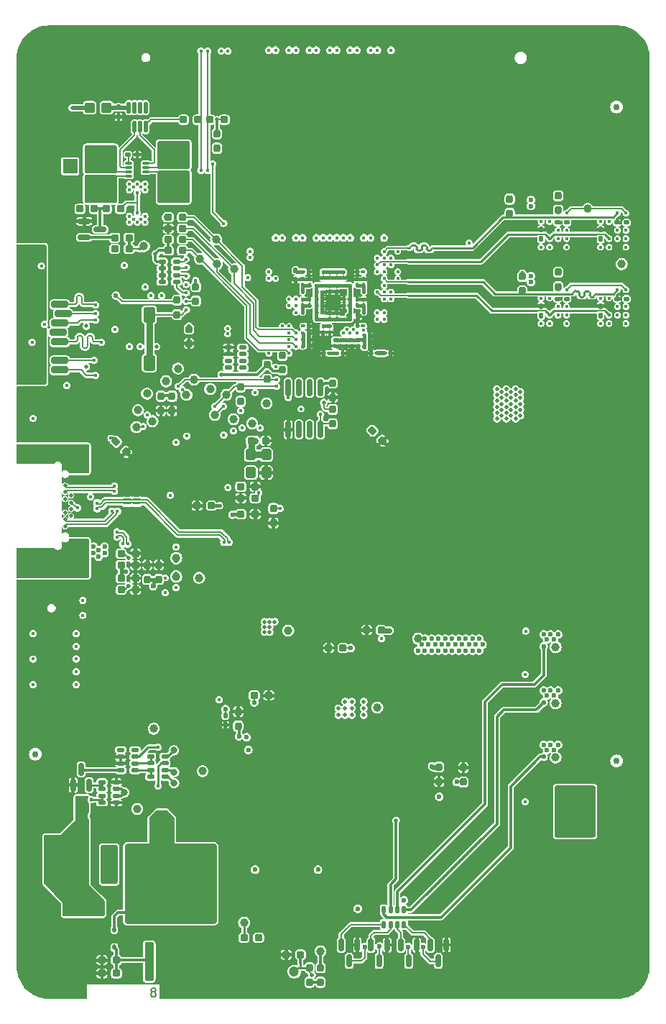
<source format=gbl>
%TF.GenerationSoftware,KiCad,Pcbnew,8.0.3*%
%TF.CreationDate,2024-06-14T08:49:55-07:00*%
%TF.ProjectId,squishy-main,73717569-7368-4792-9d6d-61696e2e6b69,2*%
%TF.SameCoordinates,PXb3c4820PY930e7c0*%
%TF.FileFunction,Copper,L8,Bot*%
%TF.FilePolarity,Positive*%
%FSLAX46Y46*%
G04 Gerber Fmt 4.6, Leading zero omitted, Abs format (unit mm)*
G04 Created by KiCad (PCBNEW 8.0.3) date 2024-06-14 08:49:55*
%MOMM*%
%LPD*%
G01*
G04 APERTURE LIST*
G04 Aperture macros list*
%AMRoundRect*
0 Rectangle with rounded corners*
0 $1 Rounding radius*
0 $2 $3 $4 $5 $6 $7 $8 $9 X,Y pos of 4 corners*
0 Add a 4 corners polygon primitive as box body*
4,1,4,$2,$3,$4,$5,$6,$7,$8,$9,$2,$3,0*
0 Add four circle primitives for the rounded corners*
1,1,$1+$1,$2,$3*
1,1,$1+$1,$4,$5*
1,1,$1+$1,$6,$7*
1,1,$1+$1,$8,$9*
0 Add four rect primitives between the rounded corners*
20,1,$1+$1,$2,$3,$4,$5,0*
20,1,$1+$1,$4,$5,$6,$7,0*
20,1,$1+$1,$6,$7,$8,$9,0*
20,1,$1+$1,$8,$9,$2,$3,0*%
G04 Aperture macros list end*
%ADD10C,0.200000*%
%TA.AperFunction,NonConductor*%
%ADD11C,0.200000*%
%TD*%
%TA.AperFunction,ComponentPad*%
%ADD12C,6.400000*%
%TD*%
%TA.AperFunction,SMDPad,CuDef*%
%ADD13RoundRect,0.260000X-1.712500X-1.072500X1.712500X-1.072500X1.712500X1.072500X-1.712500X1.072500X0*%
%TD*%
%TA.AperFunction,SMDPad,CuDef*%
%ADD14RoundRect,0.260000X1.712500X1.072500X-1.712500X1.072500X-1.712500X-1.072500X1.712500X-1.072500X0*%
%TD*%
%TA.AperFunction,ComponentPad*%
%ADD15C,0.600000*%
%TD*%
%TA.AperFunction,ComponentPad*%
%ADD16C,0.500000*%
%TD*%
%TA.AperFunction,ComponentPad*%
%ADD17O,2.000000X1.000000*%
%TD*%
%TA.AperFunction,ComponentPad*%
%ADD18O,1.600000X1.000000*%
%TD*%
%TA.AperFunction,ComponentPad*%
%ADD19C,1.200000*%
%TD*%
%TA.AperFunction,ComponentPad*%
%ADD20R,1.700000X1.700000*%
%TD*%
%TA.AperFunction,ComponentPad*%
%ADD21O,1.700000X1.700000*%
%TD*%
%TA.AperFunction,ComponentPad*%
%ADD22RoundRect,0.250000X-0.750000X2.050000X-0.750000X-2.050000X0.750000X-2.050000X0.750000X2.050000X0*%
%TD*%
%TA.AperFunction,ComponentPad*%
%ADD23O,2.000000X4.200000*%
%TD*%
%TA.AperFunction,ComponentPad*%
%ADD24O,4.200000X2.000000*%
%TD*%
%TA.AperFunction,SMDPad,CuDef*%
%ADD25RoundRect,0.200000X-0.200000X0.250000X-0.200000X-0.250000X0.200000X-0.250000X0.200000X0.250000X0*%
%TD*%
%TA.AperFunction,SMDPad,CuDef*%
%ADD26RoundRect,0.100000X-0.100000X0.130000X-0.100000X-0.130000X0.100000X-0.130000X0.100000X0.130000X0*%
%TD*%
%TA.AperFunction,SMDPad,CuDef*%
%ADD27RoundRect,0.125000X0.175000X0.125000X-0.175000X0.125000X-0.175000X-0.125000X0.175000X-0.125000X0*%
%TD*%
%TA.AperFunction,SMDPad,CuDef*%
%ADD28RoundRect,0.100000X0.130000X0.100000X-0.130000X0.100000X-0.130000X-0.100000X0.130000X-0.100000X0*%
%TD*%
%TA.AperFunction,SMDPad,CuDef*%
%ADD29C,1.000000*%
%TD*%
%TA.AperFunction,SMDPad,CuDef*%
%ADD30RoundRect,0.125000X-0.325000X-0.125000X0.325000X-0.125000X0.325000X0.125000X-0.325000X0.125000X0*%
%TD*%
%TA.AperFunction,SMDPad,CuDef*%
%ADD31RoundRect,0.150000X-0.150000X0.587500X-0.150000X-0.587500X0.150000X-0.587500X0.150000X0.587500X0*%
%TD*%
%TA.AperFunction,SMDPad,CuDef*%
%ADD32RoundRect,0.200000X-0.250000X-0.200000X0.250000X-0.200000X0.250000X0.200000X-0.250000X0.200000X0*%
%TD*%
%TA.AperFunction,SMDPad,CuDef*%
%ADD33RoundRect,0.200000X0.200000X-0.250000X0.200000X0.250000X-0.200000X0.250000X-0.200000X-0.250000X0*%
%TD*%
%TA.AperFunction,SMDPad,CuDef*%
%ADD34RoundRect,0.250000X-0.350000X0.400000X-0.350000X-0.400000X0.350000X-0.400000X0.350000X0.400000X0*%
%TD*%
%TA.AperFunction,SMDPad,CuDef*%
%ADD35RoundRect,0.075000X0.325000X0.075000X-0.325000X0.075000X-0.325000X-0.075000X0.325000X-0.075000X0*%
%TD*%
%TA.AperFunction,SMDPad,CuDef*%
%ADD36RoundRect,0.200000X0.200000X0.600000X-0.200000X0.600000X-0.200000X-0.600000X0.200000X-0.600000X0*%
%TD*%
%TA.AperFunction,SMDPad,CuDef*%
%ADD37RoundRect,0.112500X-0.112500X0.187500X-0.112500X-0.187500X0.112500X-0.187500X0.112500X0.187500X0*%
%TD*%
%TA.AperFunction,SMDPad,CuDef*%
%ADD38RoundRect,0.100000X0.100000X-0.130000X0.100000X0.130000X-0.100000X0.130000X-0.100000X-0.130000X0*%
%TD*%
%TA.AperFunction,SMDPad,CuDef*%
%ADD39RoundRect,0.150000X0.150000X-0.825000X0.150000X0.825000X-0.150000X0.825000X-0.150000X-0.825000X0*%
%TD*%
%TA.AperFunction,SMDPad,CuDef*%
%ADD40RoundRect,0.200400X-0.399600X0.399600X-0.399600X-0.399600X0.399600X-0.399600X0.399600X0.399600X0*%
%TD*%
%TA.AperFunction,SMDPad,CuDef*%
%ADD41RoundRect,0.125000X0.125000X-0.175000X0.125000X0.175000X-0.125000X0.175000X-0.125000X-0.175000X0*%
%TD*%
%TA.AperFunction,SMDPad,CuDef*%
%ADD42RoundRect,0.062500X0.337500X-0.062500X0.337500X0.062500X-0.337500X0.062500X-0.337500X-0.062500X0*%
%TD*%
%TA.AperFunction,SMDPad,CuDef*%
%ADD43RoundRect,0.087500X0.312500X-0.087500X0.312500X0.087500X-0.312500X0.087500X-0.312500X-0.087500X0*%
%TD*%
%TA.AperFunction,SMDPad,CuDef*%
%ADD44C,0.750000*%
%TD*%
%TA.AperFunction,SMDPad,CuDef*%
%ADD45RoundRect,0.150000X-0.587500X-0.150000X0.587500X-0.150000X0.587500X0.150000X-0.587500X0.150000X0*%
%TD*%
%TA.AperFunction,SMDPad,CuDef*%
%ADD46RoundRect,0.100000X-0.130000X-0.100000X0.130000X-0.100000X0.130000X0.100000X-0.130000X0.100000X0*%
%TD*%
%TA.AperFunction,SMDPad,CuDef*%
%ADD47RoundRect,0.200000X0.250000X0.200000X-0.250000X0.200000X-0.250000X-0.200000X0.250000X-0.200000X0*%
%TD*%
%TA.AperFunction,SMDPad,CuDef*%
%ADD48RoundRect,0.087500X-0.087500X0.127500X-0.087500X-0.127500X0.087500X-0.127500X0.087500X0.127500X0*%
%TD*%
%TA.AperFunction,SMDPad,CuDef*%
%ADD49RoundRect,0.250000X-0.375000X0.300000X-0.375000X-0.300000X0.375000X-0.300000X0.375000X0.300000X0*%
%TD*%
%TA.AperFunction,SMDPad,CuDef*%
%ADD50RoundRect,0.087500X-0.087500X0.242500X-0.087500X-0.242500X0.087500X-0.242500X0.087500X0.242500X0*%
%TD*%
%TA.AperFunction,SMDPad,CuDef*%
%ADD51RoundRect,0.112500X0.112500X-0.550000X0.112500X0.550000X-0.112500X0.550000X-0.112500X-0.550000X0*%
%TD*%
%TA.AperFunction,SMDPad,CuDef*%
%ADD52RoundRect,0.125000X-0.125000X0.175000X-0.125000X-0.175000X0.125000X-0.175000X0.125000X0.175000X0*%
%TD*%
%TA.AperFunction,SMDPad,CuDef*%
%ADD53RoundRect,0.150000X0.150000X-0.587500X0.150000X0.587500X-0.150000X0.587500X-0.150000X-0.587500X0*%
%TD*%
%TA.AperFunction,SMDPad,CuDef*%
%ADD54RoundRect,0.250000X0.300000X-2.050000X0.300000X2.050000X-0.300000X2.050000X-0.300000X-2.050000X0*%
%TD*%
%TA.AperFunction,SMDPad,CuDef*%
%ADD55RoundRect,0.250000X2.375000X-2.025000X2.375000X2.025000X-2.375000X2.025000X-2.375000X-2.025000X0*%
%TD*%
%TA.AperFunction,SMDPad,CuDef*%
%ADD56RoundRect,0.250002X5.149998X-4.449998X5.149998X4.449998X-5.149998X4.449998X-5.149998X-4.449998X0*%
%TD*%
%TA.AperFunction,SMDPad,CuDef*%
%ADD57RoundRect,0.125000X0.325000X0.125000X-0.325000X0.125000X-0.325000X-0.125000X0.325000X-0.125000X0*%
%TD*%
%TA.AperFunction,SMDPad,CuDef*%
%ADD58RoundRect,0.200400X-0.399600X-0.399600X0.399600X-0.399600X0.399600X0.399600X-0.399600X0.399600X0*%
%TD*%
%TA.AperFunction,SMDPad,CuDef*%
%ADD59RoundRect,0.200000X-0.318198X0.035355X0.035355X-0.318198X0.318198X-0.035355X-0.035355X0.318198X0*%
%TD*%
%TA.AperFunction,SMDPad,CuDef*%
%ADD60RoundRect,0.125000X0.125000X-0.325000X0.125000X0.325000X-0.125000X0.325000X-0.125000X-0.325000X0*%
%TD*%
%TA.AperFunction,SMDPad,CuDef*%
%ADD61RoundRect,0.200000X0.800000X-0.200000X0.800000X0.200000X-0.800000X0.200000X-0.800000X-0.200000X0*%
%TD*%
%TA.AperFunction,SMDPad,CuDef*%
%ADD62RoundRect,0.250000X0.450000X-0.650000X0.450000X0.650000X-0.450000X0.650000X-0.450000X-0.650000X0*%
%TD*%
%TA.AperFunction,SMDPad,CuDef*%
%ADD63RoundRect,0.250000X0.700000X-0.450000X0.700000X0.450000X-0.700000X0.450000X-0.700000X-0.450000X0*%
%TD*%
%TA.AperFunction,ViaPad*%
%ADD64C,0.600000*%
%TD*%
%TA.AperFunction,ViaPad*%
%ADD65C,0.450000*%
%TD*%
%TA.AperFunction,ViaPad*%
%ADD66C,0.400000*%
%TD*%
%TA.AperFunction,ViaPad*%
%ADD67C,0.500000*%
%TD*%
%TA.AperFunction,ViaPad*%
%ADD68C,0.800000*%
%TD*%
%TA.AperFunction,Conductor*%
%ADD69C,0.300000*%
%TD*%
%TA.AperFunction,Conductor*%
%ADD70C,0.200000*%
%TD*%
%TA.AperFunction,Conductor*%
%ADD71C,0.400000*%
%TD*%
%TA.AperFunction,Conductor*%
%ADD72C,0.800000*%
%TD*%
%TA.AperFunction,Conductor*%
%ADD73C,0.152400*%
%TD*%
%TA.AperFunction,Conductor*%
%ADD74C,0.500000*%
%TD*%
%TA.AperFunction,Conductor*%
%ADD75C,0.250000*%
%TD*%
%TA.AperFunction,Conductor*%
%ADD76C,0.600000*%
%TD*%
%TA.AperFunction,Conductor*%
%ADD77C,0.171700*%
%TD*%
%TA.AperFunction,Conductor*%
%ADD78C,0.127000*%
%TD*%
G04 APERTURE END LIST*
D10*
D11*
X-58787470Y1004210D02*
X-58882708Y1051829D01*
X-58882708Y1051829D02*
X-58930327Y1099448D01*
X-58930327Y1099448D02*
X-58977946Y1194686D01*
X-58977946Y1194686D02*
X-58977946Y1242305D01*
X-58977946Y1242305D02*
X-58930327Y1337543D01*
X-58930327Y1337543D02*
X-58882708Y1385162D01*
X-58882708Y1385162D02*
X-58787470Y1432781D01*
X-58787470Y1432781D02*
X-58596994Y1432781D01*
X-58596994Y1432781D02*
X-58501756Y1385162D01*
X-58501756Y1385162D02*
X-58454137Y1337543D01*
X-58454137Y1337543D02*
X-58406518Y1242305D01*
X-58406518Y1242305D02*
X-58406518Y1194686D01*
X-58406518Y1194686D02*
X-58454137Y1099448D01*
X-58454137Y1099448D02*
X-58501756Y1051829D01*
X-58501756Y1051829D02*
X-58596994Y1004210D01*
X-58596994Y1004210D02*
X-58787470Y1004210D01*
X-58787470Y1004210D02*
X-58882708Y956591D01*
X-58882708Y956591D02*
X-58930327Y908972D01*
X-58930327Y908972D02*
X-58977946Y813734D01*
X-58977946Y813734D02*
X-58977946Y623258D01*
X-58977946Y623258D02*
X-58930327Y528020D01*
X-58930327Y528020D02*
X-58882708Y480400D01*
X-58882708Y480400D02*
X-58787470Y432781D01*
X-58787470Y432781D02*
X-58596994Y432781D01*
X-58596994Y432781D02*
X-58501756Y480400D01*
X-58501756Y480400D02*
X-58454137Y528020D01*
X-58454137Y528020D02*
X-58406518Y623258D01*
X-58406518Y623258D02*
X-58406518Y813734D01*
X-58406518Y813734D02*
X-58454137Y908972D01*
X-58454137Y908972D02*
X-58501756Y956591D01*
X-58501756Y956591D02*
X-58596994Y1004210D01*
D12*
%TO.P,H2,1,1*%
%TO.N,GND*%
X-71000000Y111000000D03*
%TD*%
%TO.P,H1,1,1*%
%TO.N,GND*%
X-4000000Y111000000D03*
%TD*%
D13*
%TO.P,J2,2,Ext*%
%TO.N,GND*%
X-72752500Y94700000D03*
D14*
X-72752500Y101692500D03*
%TD*%
D15*
%TO.P,J3,B1,GND*%
%TO.N,GND*%
X-68400000Y55200001D03*
D16*
%TO.P,J3,B2,TX2+*%
%TO.N,/USB Frontend/TX2+*%
X-69100000Y55850001D03*
%TO.P,J3,B3,TX2-*%
%TO.N,/USB Frontend/TX2-*%
X-69100000Y56650001D03*
%TO.P,J3,B4,VBUS*%
%TO.N,Net-(F2-Pad1)*%
X-68400000Y57050001D03*
%TO.P,J3,B5,CC2*%
%TO.N,/USB Frontend/CC2*%
X-69100000Y57450001D03*
%TO.P,J3,B6,D+*%
%TO.N,/USB Frontend/D+*%
X-68400000Y57850001D03*
%TO.P,J3,B7,D-*%
%TO.N,/USB Frontend/D-*%
X-68400000Y58650001D03*
%TO.P,J3,B8,SBU2*%
%TO.N,unconnected-(J3-SBU2-PadB8)*%
X-69100000Y59050001D03*
%TO.P,J3,B9,VBUS*%
%TO.N,Net-(F2-Pad1)*%
X-68400000Y59450001D03*
%TO.P,J3,B10,RX1-*%
%TO.N,/USB Frontend/RX1-*%
X-69100000Y59850001D03*
%TO.P,J3,B11,RX1+*%
%TO.N,/USB Frontend/RX1+*%
X-69100000Y60650001D03*
D15*
%TO.P,J3,B12,GND*%
%TO.N,GND*%
X-68400000Y61300001D03*
D17*
%TO.P,J3,S1,SHIELD*%
%TO.N,/USB Frontend/USB_SHIELD*%
X-73100000Y64250001D03*
D18*
X-67600000Y62750001D03*
X-67600000Y53750001D03*
D17*
X-73100000Y52250001D03*
%TD*%
D12*
%TO.P,H4,1,1*%
%TO.N,GND*%
X-4000000Y4000000D03*
%TD*%
D19*
%TO.P,SW1,1,1*%
%TO.N,Net-(U4-~{MR})*%
X-42100000Y3400000D03*
%TO.P,SW1,2,2*%
%TO.N,GND*%
X-45100000Y3400000D03*
%TO.P,SW1,3,3*%
X-43600000Y1550000D03*
%TD*%
D12*
%TO.P,H3,1,1*%
%TO.N,GND*%
X-71000000Y4000000D03*
%TD*%
D20*
%TO.P,J1,1,Pin_1*%
%TO.N,/~{TRIGGER}*%
X-68500000Y98225000D03*
D21*
%TO.P,J1,2,Pin_2*%
%TO.N,GND*%
X-68500000Y100765000D03*
%TD*%
D22*
%TO.P,J5,1*%
%TO.N,Net-(F1-Pad1)*%
X-63900000Y16000000D03*
D23*
%TO.P,J5,2*%
%TO.N,Net-(Q6-D)*%
X-70200000Y16000000D03*
D24*
%TO.P,J5,3*%
X-66800000Y11200000D03*
%TD*%
D25*
%TO.P,C46,1*%
%TO.N,+5V*%
X-25050000Y27480500D03*
%TO.P,C46,2*%
%TO.N,GND*%
X-25050000Y25780500D03*
%TD*%
D26*
%TO.P,C78,1*%
%TO.N,GND*%
X-34700000Y84920000D03*
%TO.P,C78,2*%
%TO.N,+1V8*%
X-34700000Y84280000D03*
%TD*%
D27*
%TO.P,C2,1*%
%TO.N,+1V8*%
X-9950000Y91600000D03*
%TO.P,C2,2*%
%TO.N,GND*%
X-11050000Y91600000D03*
%TD*%
D28*
%TO.P,C58,1*%
%TO.N,GND*%
X-33180000Y76900000D03*
%TO.P,C58,2*%
%TO.N,+1V2A*%
X-33820000Y76900000D03*
%TD*%
D29*
%TO.P,TP14,1,1*%
%TO.N,VBUS*%
X-58650000Y32000000D03*
%TD*%
D30*
%TO.P,R50,1*%
%TO.N,Net-(Q6-G)*%
X-64750000Y23300000D03*
%TO.P,R50,2*%
%TO.N,GND*%
X-63050000Y23300000D03*
%TO.P,R50,3*%
%TO.N,Net-(Q6-G)*%
X-64750000Y24100000D03*
%TO.P,R50,4*%
%TO.N,VDC*%
X-63050000Y24100000D03*
%TO.P,R50,5*%
%TO.N,Net-(Q8-G)*%
X-64750000Y24900000D03*
%TO.P,R50,6*%
%TO.N,VDC*%
X-63050000Y24900000D03*
%TO.P,R50,7*%
%TO.N,Net-(Q8-G)*%
X-64750000Y25700000D03*
%TO.P,R50,8*%
%TO.N,GND*%
X-63050000Y25700000D03*
%TD*%
D31*
%TO.P,Q2,1,G*%
%TO.N,Net-(Q2-G)*%
X-33050001Y6537501D03*
%TO.P,Q2,2,S*%
%TO.N,GND*%
X-31150001Y6537501D03*
%TO.P,Q2,3,D*%
%TO.N,Net-(D11-K)*%
X-32100001Y4662501D03*
%TD*%
D28*
%TO.P,C57,1*%
%TO.N,GND*%
X-33180000Y78300000D03*
%TO.P,C57,2*%
%TO.N,+1V2A*%
X-33820000Y78300000D03*
%TD*%
D29*
%TO.P,TP21,1,1*%
%TO.N,/FPGA_COPI*%
X-47050000Y67950000D03*
%TD*%
D32*
%TO.P,C49,1*%
%TO.N,/USB Frontend/CC2*%
X-62500000Y48375000D03*
%TO.P,C49,2*%
%TO.N,GND*%
X-60800000Y48375000D03*
%TD*%
D29*
%TO.P,TP19,1,1*%
%TO.N,/FPGA_DONE*%
X-50100000Y71300000D03*
%TD*%
%TO.P,TP15,1,1*%
%TO.N,/FPGA_TDO*%
X-53200000Y87300000D03*
%TD*%
%TO.P,TP40,1,1*%
%TO.N,/RAM.~{RST}*%
X-7500000Y93200000D03*
%TD*%
D33*
%TO.P,C12,1*%
%TO.N,GND*%
X-44550000Y56225000D03*
%TO.P,C12,2*%
%TO.N,+3V3*%
X-44550000Y57925000D03*
%TD*%
D29*
%TO.P,TP46,1,1*%
%TO.N,/~{SU_RST}*%
X-52000000Y72000000D03*
%TD*%
D28*
%TO.P,C66,1*%
%TO.N,GND*%
X-38780000Y81800000D03*
%TO.P,C66,2*%
%TO.N,+1V2*%
X-39420000Y81800000D03*
%TD*%
D29*
%TO.P,TP34,1,1*%
%TO.N,/USB Frontend/PD_SDA*%
X-56000000Y52100000D03*
%TD*%
D34*
%TO.P,X2,1,EN*%
%TO.N,+3V3*%
X-45400000Y64250000D03*
%TO.P,X2,2,GND*%
%TO.N,GND*%
X-45400000Y62150000D03*
%TO.P,X2,3,OUT*%
%TO.N,Net-(X2-OUT)*%
X-47200000Y62150000D03*
%TO.P,X2,4,Vdd*%
%TO.N,+3V3*%
X-47200000Y64250000D03*
%TD*%
D35*
%TO.P,U19,1*%
%TO.N,/Power & Mechanical/PHY_3V3_SENSE*%
X-59600000Y98550000D03*
%TO.P,U19,2,-*%
%TO.N,/PWR_PHY_3v3*%
X-59600000Y98050000D03*
%TO.P,U19,3,+*%
%TO.N,/Power & Mechanical/PHY_3v3_SW*%
X-59600000Y97550000D03*
%TO.P,U19,4,GND*%
%TO.N,GND*%
X-59600000Y97050000D03*
%TO.P,U19,5,+*%
%TO.N,/Power & Mechanical/PHY_5v0_SW*%
X-61600000Y97050000D03*
%TO.P,U19,6,-*%
%TO.N,/PWR_PHY_5v0*%
X-61600000Y97550000D03*
%TO.P,U19,7*%
%TO.N,/Power & Mechanical/PHY_5V_SENSE*%
X-61600000Y98050000D03*
%TO.P,U19,8,VCC*%
%TO.N,+3V3*%
X-61600000Y98550000D03*
D36*
%TO.P,U19,9,GND*%
%TO.N,GND*%
X-60600000Y97800000D03*
%TD*%
D37*
%TO.P,D13,1,K*%
%TO.N,VDC*%
X-63300000Y8350000D03*
%TO.P,D13,2,A*%
%TO.N,Net-(D13-A)*%
X-63300000Y6250000D03*
%TD*%
D31*
%TO.P,Q3,1,G*%
%TO.N,Net-(Q3-G)*%
X-36550001Y6537500D03*
%TO.P,Q3,2,S*%
%TO.N,GND*%
X-34650001Y6537500D03*
%TO.P,Q3,3,D*%
%TO.N,Net-(D9-K)*%
X-35600001Y4662500D03*
%TD*%
D38*
%TO.P,C76,1*%
%TO.N,GND*%
X-37900000Y85080000D03*
%TO.P,C76,2*%
%TO.N,+3V3*%
X-37900000Y85720000D03*
%TD*%
D39*
%TO.P,U18,1,~{CS}*%
%TO.N,/~{BITRAM_CS}*%
X-38995000Y67225000D03*
%TO.P,U18,2,CIPO*%
%TO.N,/FPGA_CIPO*%
X-40265000Y67225000D03*
%TO.P,U18,3,RFU*%
%TO.N,unconnected-(U18-RFU-Pad3)*%
X-41535000Y67225000D03*
%TO.P,U18,4,GND*%
%TO.N,GND*%
X-42805000Y67225000D03*
%TO.P,U18,5,COPI*%
%TO.N,/FPGA_COPI*%
X-42805000Y72175000D03*
%TO.P,U18,6,CLK*%
%TO.N,/FPGA_CCLK*%
X-41535000Y72175000D03*
%TO.P,U18,7,RFU*%
%TO.N,unconnected-(U18-RFU-Pad7)*%
X-40265000Y72175000D03*
%TO.P,U18,8,VCC*%
%TO.N,+3V3*%
X-38995000Y72175000D03*
%TD*%
D28*
%TO.P,C112,1*%
%TO.N,GND*%
X-36380000Y76200000D03*
%TO.P,C112,2*%
%TO.N,+2V5*%
X-37020000Y76200000D03*
%TD*%
D25*
%TO.P,R69,1*%
%TO.N,+1V8*%
X-15200000Y85250000D03*
%TO.P,R69,2*%
%TO.N,/RAM.~{CS3}*%
X-15200000Y83550000D03*
%TD*%
D29*
%TO.P,TP26,1,1*%
%TO.N,/~{FPGA_CS}*%
X-51450000Y68950000D03*
%TD*%
%TO.P,TP11,1,1*%
%TO.N,+1V2*%
X-11300000Y41600000D03*
%TD*%
%TO.P,TP42,1,1*%
%TO.N,/Power & Mechanical/PSU_EN*%
X-39000000Y5800000D03*
%TD*%
D40*
%TO.P,R52,1*%
%TO.N,/PWR_PHY_3v3*%
X-57400000Y98800000D03*
%TO.P,R52,2*%
%TO.N,/Power & Mechanical/PHY_3v3_SW*%
X-57400000Y96800000D03*
%TD*%
D41*
%TO.P,C5,1*%
%TO.N,+1V8*%
X-6000000Y89650001D03*
%TO.P,C5,2*%
%TO.N,GND*%
X-6000000Y90750001D03*
%TD*%
D26*
%TO.P,C79,1*%
%TO.N,GND*%
X-33900000Y84920000D03*
%TO.P,C79,2*%
%TO.N,+1V8*%
X-33900000Y84280000D03*
%TD*%
D42*
%TO.P,U7,1,IO1*%
%TO.N,/USB Frontend/D-*%
X-61750000Y58500000D03*
%TO.P,U7,2,IO2*%
%TO.N,/USB Frontend/D+*%
X-61750000Y59000000D03*
D43*
%TO.P,U7,3,GND*%
%TO.N,GND*%
X-61750000Y59500000D03*
%TO.P,U7,4,GND*%
X-60650000Y59500000D03*
D42*
%TO.P,U7,5,NC*%
%TO.N,/USB Frontend/D+*%
X-60650000Y59000000D03*
%TO.P,U7,6,NC*%
%TO.N,/USB Frontend/D-*%
X-60650000Y58500000D03*
%TD*%
D29*
%TO.P,TP12,1,1*%
%TO.N,GND*%
X-13700000Y44200000D03*
%TD*%
D44*
%TO.P,FID1,*%
%TO.N,*%
X-4100000Y105200000D03*
%TD*%
D29*
%TO.P,TP8,1,1*%
%TO.N,VDC*%
X-60600000Y22550000D03*
%TD*%
D26*
%TO.P,C67,1*%
%TO.N,GND*%
X-37900000Y80920000D03*
%TO.P,C67,2*%
%TO.N,+1V2*%
X-37900000Y80280000D03*
%TD*%
%TO.P,C72,1*%
%TO.N,GND*%
X-41100000Y82520000D03*
%TO.P,C72,2*%
%TO.N,+3V3*%
X-41100000Y81880000D03*
%TD*%
D28*
%TO.P,C108,1*%
%TO.N,GND*%
X-30780000Y76200000D03*
%TO.P,C108,2*%
%TO.N,+2V5*%
X-31420000Y76200000D03*
%TD*%
D25*
%TO.P,C19,1*%
%TO.N,+3V3*%
X-56500000Y71150000D03*
%TO.P,C19,2*%
%TO.N,GND*%
X-56500000Y69450000D03*
%TD*%
D38*
%TO.P,C75,1*%
%TO.N,GND*%
X-36300000Y85080000D03*
%TO.P,C75,2*%
%TO.N,+3V3*%
X-36300000Y85720000D03*
%TD*%
D32*
%TO.P,C15,1*%
%TO.N,+3V3*%
X-47150000Y65900000D03*
%TO.P,C15,2*%
%TO.N,GND*%
X-45450000Y65900000D03*
%TD*%
D25*
%TO.P,R72,1*%
%TO.N,+3V3*%
X-45300000Y74850000D03*
%TO.P,R72,2*%
%TO.N,/~{FPGA_PROG}*%
X-45300000Y73150000D03*
%TD*%
D33*
%TO.P,R73,1*%
%TO.N,+3V3*%
X-43500000Y74250000D03*
%TO.P,R73,2*%
%TO.N,/~{FPGA_INIT}*%
X-43500000Y75950000D03*
%TD*%
D45*
%TO.P,Q9,1,G*%
%TO.N,Net-(Q9-G)*%
X-66837500Y89850000D03*
%TO.P,Q9,2,S*%
%TO.N,GND*%
X-66837500Y91750000D03*
%TO.P,Q9,3,D*%
%TO.N,Net-(Q9-D)*%
X-64962499Y90800000D03*
%TD*%
D29*
%TO.P,TP22,1,1*%
%TO.N,/FPGA_CIPO*%
X-49250000Y68450000D03*
%TD*%
D28*
%TO.P,C56,1*%
%TO.N,GND*%
X-40380000Y77800000D03*
%TO.P,C56,2*%
%TO.N,+1V2A*%
X-41020000Y77800000D03*
%TD*%
D46*
%TO.P,C63,1*%
%TO.N,GND*%
X-34620000Y85800000D03*
%TO.P,C63,2*%
%TO.N,+2V5*%
X-33980000Y85800000D03*
%TD*%
D29*
%TO.P,TP28,1,1*%
%TO.N,/FLASH_COPI*%
X-58800000Y68200000D03*
%TD*%
D26*
%TO.P,C73,1*%
%TO.N,GND*%
X-41100000Y84920000D03*
%TO.P,C73,2*%
%TO.N,+3V3*%
X-41100000Y84280000D03*
%TD*%
D31*
%TO.P,Q4,1,G*%
%TO.N,Net-(Q4-G)*%
X-29550000Y6537499D03*
%TO.P,Q4,2,S*%
%TO.N,GND*%
X-27650000Y6537499D03*
%TO.P,Q4,3,D*%
%TO.N,Net-(D10-K)*%
X-28600000Y4662499D03*
%TD*%
D47*
%TO.P,C88,1*%
%TO.N,+5V*%
X-31850000Y43599999D03*
%TO.P,C88,2*%
%TO.N,GND*%
X-33550000Y43599999D03*
%TD*%
D38*
%TO.P,C52,1*%
%TO.N,GND*%
X-37900000Y83480000D03*
%TO.P,C52,2*%
%TO.N,+1V2*%
X-37900000Y84120000D03*
%TD*%
D28*
%TO.P,C51,1*%
%TO.N,GND*%
X-38780000Y82600000D03*
%TO.P,C51,2*%
%TO.N,+1V2*%
X-39420000Y82600000D03*
%TD*%
D29*
%TO.P,TP35,1,1*%
%TO.N,/USB Frontend/PD_SCL*%
X-56000000Y49900000D03*
%TD*%
%TO.P,TP5,1,1*%
%TO.N,GND*%
X-13700000Y31100000D03*
%TD*%
D30*
%TO.P,R48,1*%
%TO.N,Net-(R46-Pad2)*%
X-59015000Y26335000D03*
%TO.P,R48,2*%
%TO.N,VCC*%
X-57315000Y26335000D03*
%TO.P,R48,3*%
%TO.N,Net-(R46-Pad2)*%
X-59015000Y27135000D03*
%TO.P,R48,4*%
%TO.N,Net-(Q10A-G)*%
X-57315000Y27135000D03*
%TO.P,R48,5*%
%TO.N,Net-(R46-Pad4)*%
X-59015000Y27935000D03*
%TO.P,R48,6*%
%TO.N,VDC*%
X-57315000Y27935000D03*
%TO.P,R48,7*%
%TO.N,Net-(R46-Pad4)*%
X-59015000Y28735000D03*
%TO.P,R48,8*%
%TO.N,Net-(Q10B-G)*%
X-57315000Y28735000D03*
%TD*%
D38*
%TO.P,C105,1*%
%TO.N,GND*%
X-37900000Y78680000D03*
%TO.P,C105,2*%
%TO.N,+3V3*%
X-37900000Y79320000D03*
%TD*%
%TO.P,C82,1*%
%TO.N,GND*%
X-35250000Y77080000D03*
%TO.P,C82,2*%
%TO.N,+1V2A*%
X-35250000Y77720000D03*
%TD*%
%TO.P,C81,1*%
%TO.N,GND*%
X-34550000Y77080000D03*
%TO.P,C81,2*%
%TO.N,+1V2A*%
X-34550000Y77720000D03*
%TD*%
D26*
%TO.P,C103,1*%
%TO.N,GND*%
X-40300000Y84920000D03*
%TO.P,C103,2*%
%TO.N,+3V3*%
X-40300000Y84280000D03*
%TD*%
D41*
%TO.P,C64,1*%
%TO.N,GND*%
X-41950000Y84850000D03*
%TO.P,C64,2*%
%TO.N,+2V5*%
X-41950000Y85950000D03*
%TD*%
D48*
%TO.P,Q6,1,D*%
%TO.N,Net-(Q6-D)*%
X-66700000Y23635001D03*
X-67350000Y23635001D03*
D49*
X-66985000Y22700001D03*
D48*
X-66700000Y21765001D03*
X-67350000Y21765001D03*
%TO.P,Q6,2,G*%
%TO.N,Net-(Q6-G)*%
X-66050000Y23635001D03*
D50*
%TO.P,Q6,3,S*%
%TO.N,GND*%
X-65925000Y22700001D03*
D48*
X-66050000Y21765001D03*
%TD*%
D28*
%TO.P,C55,1*%
%TO.N,GND*%
X-40380000Y77100000D03*
%TO.P,C55,2*%
%TO.N,+1V2A*%
X-41020000Y77100000D03*
%TD*%
D47*
%TO.P,R49,1*%
%TO.N,+3V3*%
X-50350000Y103700000D03*
%TO.P,R49,2*%
%TO.N,/PHY.ID_SDA*%
X-52050000Y103700000D03*
%TD*%
D38*
%TO.P,C100,1*%
%TO.N,GND*%
X-38700000Y85080000D03*
%TO.P,C100,2*%
%TO.N,+3V3*%
X-38700000Y85720000D03*
%TD*%
D29*
%TO.P,TP10,1,1*%
%TO.N,VCC*%
X-52900000Y27000000D03*
%TD*%
D38*
%TO.P,C84,1*%
%TO.N,GND*%
X-36650000Y77080000D03*
%TO.P,C84,2*%
%TO.N,+1V2A*%
X-36650000Y77720000D03*
%TD*%
D28*
%TO.P,C59,1*%
%TO.N,GND*%
X-33180000Y77600000D03*
%TO.P,C59,2*%
%TO.N,+1V2A*%
X-33820000Y77600000D03*
%TD*%
D46*
%TO.P,C111,1*%
%TO.N,GND*%
X-38620000Y76200000D03*
%TO.P,C111,2*%
%TO.N,+2V5*%
X-37980000Y76200000D03*
%TD*%
%TO.P,C68,1*%
%TO.N,GND*%
X-36220000Y81800000D03*
%TO.P,C68,2*%
%TO.N,+1V2*%
X-35580000Y81800000D03*
%TD*%
D25*
%TO.P,R67,1*%
%TO.N,+1V8*%
X-11000000Y85750000D03*
%TO.P,R67,2*%
%TO.N,/RAM.~{CS1}*%
X-11000000Y84050000D03*
%TD*%
D47*
%TO.P,C95,1*%
%TO.N,Net-(D13-A)*%
X-63050000Y3200000D03*
%TO.P,C95,2*%
%TO.N,GND*%
X-64750000Y3200000D03*
%TD*%
D25*
%TO.P,R37,1*%
%TO.N,+3V3*%
X-37550000Y69600000D03*
%TO.P,R37,2*%
%TO.N,/~{BITRAM_CS}*%
X-37550000Y67900000D03*
%TD*%
D38*
%TO.P,C102,1*%
%TO.N,GND*%
X-37100000Y85080000D03*
%TO.P,C102,2*%
%TO.N,+3V3*%
X-37100000Y85720000D03*
%TD*%
D51*
%TO.P,U22,1,VCC*%
%TO.N,+3V3*%
X-59625000Y102862500D03*
%TO.P,U22,2,CH0*%
%TO.N,/Power & Mechanical/PHY_3V3_SENSE*%
X-60275000Y102862500D03*
%TO.P,U22,3,CH1*%
%TO.N,/Power & Mechanical/PHY_5V_SENSE*%
X-60925000Y102862500D03*
%TO.P,U22,4,GND*%
%TO.N,GND*%
X-61575000Y102862500D03*
%TO.P,U22,5,REF*%
%TO.N,/Power & Mechanical/ADC_REF*%
X-61575000Y105137500D03*
%TO.P,U22,6,CNVST*%
%TO.N,/ADC_CH*%
X-60925000Y105137500D03*
%TO.P,U22,7,DOUT*%
%TO.N,/ADC_DAT*%
X-60275000Y105137500D03*
%TO.P,U22,8,SCLK*%
%TO.N,/ADC_CLK*%
X-59625000Y105137500D03*
%TD*%
D52*
%TO.P,C97,1*%
%TO.N,/Power & Mechanical/ADC_REF*%
X-62800000Y105150000D03*
%TO.P,C97,2*%
%TO.N,GND*%
X-62800000Y104050000D03*
%TD*%
D53*
%TO.P,Q8,1,G*%
%TO.N,Net-(Q8-G)*%
X-66249999Y25362500D03*
%TO.P,Q8,2,S*%
%TO.N,GND*%
X-68149999Y25362500D03*
%TO.P,Q8,3,D*%
%TO.N,Net-(Q8-D)*%
X-67199999Y27237500D03*
%TD*%
D25*
%TO.P,R36,1*%
%TO.N,+1V8*%
X-11000000Y94750000D03*
%TO.P,R36,2*%
%TO.N,/RAM.~{CS0}*%
X-11000000Y93050000D03*
%TD*%
D47*
%TO.P,C11,1*%
%TO.N,+3V3*%
X-51850000Y58250001D03*
%TO.P,C11,2*%
%TO.N,GND*%
X-53550000Y58250001D03*
%TD*%
D54*
%TO.P,D14,1,K*%
%TO.N,GND*%
X-54110000Y4575000D03*
D55*
%TO.P,D14,2,A*%
%TO.N,VDC*%
X-59425000Y11300000D03*
X-53875000Y11300000D03*
D56*
X-56650000Y13725000D03*
D55*
X-59425000Y16150000D03*
X-53875000Y16150000D03*
D54*
%TO.P,D14,3,G*%
%TO.N,Net-(D13-A)*%
X-59190000Y4575000D03*
%TD*%
D38*
%TO.P,C83,1*%
%TO.N,GND*%
X-37350000Y77080000D03*
%TO.P,C83,2*%
%TO.N,+1V2A*%
X-37350000Y77720000D03*
%TD*%
D41*
%TO.P,R3,1*%
%TO.N,GND*%
X-50200000Y32449999D03*
%TO.P,R3,2*%
%TO.N,Net-(U13-UVLO{slash}EN{slash}SYNC)*%
X-50200000Y33549999D03*
%TD*%
D27*
%TO.P,C3,1*%
%TO.N,+1V8*%
X-2950000Y91600000D03*
%TO.P,C3,2*%
%TO.N,GND*%
X-4050000Y91600000D03*
%TD*%
D33*
%TO.P,R1,1*%
%TO.N,+3V3*%
X-48400000Y70550000D03*
%TO.P,R1,2*%
%TO.N,/FPGA_DONE*%
X-48400000Y72250000D03*
%TD*%
D25*
%TO.P,C20,1*%
%TO.N,+3V3*%
X-57800000Y71150000D03*
%TO.P,C20,2*%
%TO.N,GND*%
X-57800000Y69450000D03*
%TD*%
D57*
%TO.P,R66,1*%
%TO.N,/SDCARD.D2*%
X-55950000Y87000000D03*
%TO.P,R66,2*%
%TO.N,+3V3*%
X-57650000Y87000000D03*
%TO.P,R66,3*%
%TO.N,/SDCARD.D3*%
X-55950000Y86200000D03*
%TO.P,R66,4*%
%TO.N,+3V3*%
X-57650000Y86200000D03*
%TO.P,R66,5*%
%TO.N,/SDCARD.CMD*%
X-55950000Y85400000D03*
%TO.P,R66,6*%
%TO.N,+3V3*%
X-57650000Y85400000D03*
%TO.P,R66,7*%
%TO.N,/SDCARD.D0*%
X-55950000Y84600000D03*
%TO.P,R66,8*%
%TO.N,+3V3*%
X-57650000Y84600000D03*
%TD*%
D26*
%TO.P,C65,1*%
%TO.N,GND*%
X-37100000Y80920000D03*
%TO.P,C65,2*%
%TO.N,+1V2*%
X-37100000Y80280000D03*
%TD*%
%TO.P,C77,1*%
%TO.N,GND*%
X-34700000Y82520000D03*
%TO.P,C77,2*%
%TO.N,+3V3*%
X-34700000Y81880000D03*
%TD*%
D29*
%TO.P,TP45,1,1*%
%TO.N,/PWR_PHY_3v3*%
X-55100000Y98700000D03*
%TD*%
D44*
%TO.P,FID2,*%
%TO.N,*%
X-4100000Y28200000D03*
%TD*%
D47*
%TO.P,R47,1*%
%TO.N,Net-(D13-A)*%
X-63050001Y4750001D03*
%TO.P,R47,2*%
%TO.N,GND*%
X-64750001Y4750001D03*
%TD*%
D29*
%TO.P,TP3,1,1*%
%TO.N,GND*%
X-11300000Y37700000D03*
%TD*%
%TO.P,TP23,1,1*%
%TO.N,/~{FPGA_INIT}*%
X-54800000Y71300000D03*
%TD*%
D46*
%TO.P,C61,1*%
%TO.N,GND*%
X-34620000Y79400000D03*
%TO.P,C61,2*%
%TO.N,+2V5*%
X-33980000Y79400000D03*
%TD*%
D33*
%TO.P,R56,1*%
%TO.N,Net-(U23-FB)*%
X-22150000Y25730499D03*
%TO.P,R56,2*%
%TO.N,GND*%
X-22150000Y27430499D03*
%TD*%
D58*
%TO.P,FB3,1*%
%TO.N,+3V3*%
X-66200000Y105100000D03*
%TO.P,FB3,2*%
%TO.N,/Power & Mechanical/ADC_REF*%
X-64200000Y105100000D03*
%TD*%
D29*
%TO.P,TP17,1,1*%
%TO.N,/FPGA_TDI*%
X-51300000Y89600000D03*
%TD*%
D32*
%TO.P,C91,1*%
%TO.N,/USB Frontend/CC1*%
X-62500000Y52625000D03*
%TO.P,C91,2*%
%TO.N,GND*%
X-60800000Y52625000D03*
%TD*%
D29*
%TO.P,TP43,1,1*%
%TO.N,/~{PHY_PWR_EN}*%
X-59800000Y88800000D03*
%TD*%
D47*
%TO.P,R10,1*%
%TO.N,GND*%
X-46700000Y60500000D03*
%TO.P,R10,2*%
%TO.N,Net-(U9-RBIAS)*%
X-48400000Y60500000D03*
%TD*%
D41*
%TO.P,C4,1*%
%TO.N,+1V8*%
X-13000000Y89650000D03*
%TO.P,C4,2*%
%TO.N,GND*%
X-13000000Y90750000D03*
%TD*%
D29*
%TO.P,TP16,1,1*%
%TO.N,/FPGA_TCK*%
X-49200000Y86100000D03*
%TD*%
D25*
%TO.P,C7,1*%
%TO.N,+3V3*%
X-37550000Y72700000D03*
%TO.P,C7,2*%
%TO.N,GND*%
X-37550000Y71000000D03*
%TD*%
D26*
%TO.P,C74,1*%
%TO.N,GND*%
X-33900000Y82520000D03*
%TO.P,C74,2*%
%TO.N,+3V3*%
X-33900000Y81880000D03*
%TD*%
D59*
%TO.P,C22,1*%
%TO.N,+3V3*%
X-63101041Y65801041D03*
%TO.P,C22,2*%
%TO.N,GND*%
X-61898959Y64598959D03*
%TD*%
D29*
%TO.P,TP1,1,1*%
%TO.N,+5V*%
X-32300000Y34500000D03*
%TD*%
D46*
%TO.P,C109,1*%
%TO.N,GND*%
X-33020000Y76200000D03*
%TO.P,C109,2*%
%TO.N,+2V5*%
X-32380000Y76200000D03*
%TD*%
D30*
%TO.P,R14,1*%
%TO.N,unconnected-(R14-Pad1)*%
X-49850000Y74500000D03*
%TO.P,R14,2*%
%TO.N,unconnected-(R14-Pad2)*%
X-48150000Y74500000D03*
%TO.P,R14,3*%
%TO.N,+3V3*%
X-49850000Y75300000D03*
%TO.P,R14,4*%
%TO.N,/FPGA_CFG0*%
X-48150000Y75300000D03*
%TO.P,R14,5*%
%TO.N,GND*%
X-49850000Y76100000D03*
%TO.P,R14,6*%
%TO.N,/FPGA_CFG1*%
X-48150000Y76100000D03*
%TO.P,R14,7*%
%TO.N,GND*%
X-49850000Y76900000D03*
%TO.P,R14,8*%
%TO.N,/FPGA_CFG2*%
X-48150000Y76900000D03*
%TD*%
D29*
%TO.P,TP27,1,1*%
%TO.N,/FLASH_CIPO*%
X-60700000Y67500000D03*
%TD*%
%TO.P,TP32,1,1*%
%TO.N,/SU_SWCLK*%
X-55800000Y74400000D03*
%TD*%
D25*
%TO.P,C80,1*%
%TO.N,GND*%
X-73500000Y90150000D03*
%TO.P,C80,2*%
%TO.N,Net-(J6-SHIELD)*%
X-73500000Y88450000D03*
%TD*%
D33*
%TO.P,C17,1*%
%TO.N,+3V3*%
X-58050000Y49575000D03*
%TO.P,C17,2*%
%TO.N,GND*%
X-58050000Y51275000D03*
%TD*%
D25*
%TO.P,R68,1*%
%TO.N,+1V8*%
X-16700000Y94350000D03*
%TO.P,R68,2*%
%TO.N,/RAM.~{CS2}*%
X-16700000Y92650000D03*
%TD*%
D28*
%TO.P,C60,1*%
%TO.N,GND*%
X-40380000Y85800000D03*
%TO.P,C60,2*%
%TO.N,+2V5*%
X-41020000Y85800000D03*
%TD*%
D25*
%TO.P,R41,1*%
%TO.N,GND*%
X-72200000Y90150000D03*
%TO.P,R41,2*%
%TO.N,Net-(J6-SHIELD)*%
X-72200000Y88450000D03*
%TD*%
D31*
%TO.P,Q5,1,G*%
%TO.N,Net-(Q5-G)*%
X-26050001Y6537498D03*
%TO.P,Q5,2,S*%
%TO.N,GND*%
X-24150001Y6537498D03*
%TO.P,Q5,3,D*%
%TO.N,Net-(D12-K)*%
X-25100001Y4662498D03*
%TD*%
D32*
%TO.P,R61,1*%
%TO.N,+5V*%
X-67350000Y93200000D03*
%TO.P,R61,2*%
%TO.N,Net-(Q9-D)*%
X-65650000Y93200000D03*
%TD*%
D29*
%TO.P,TP33,1,1*%
%TO.N,/USB Frontend/~{PD_INT}*%
X-53300000Y49750000D03*
%TD*%
%TO.P,TP20,1,1*%
%TO.N,/SU_ATTN*%
X-45350000Y70300000D03*
%TD*%
D59*
%TO.P,C18,1*%
%TO.N,+3V3*%
X-32901041Y67101041D03*
%TO.P,C18,2*%
%TO.N,GND*%
X-31698959Y65898959D03*
%TD*%
D28*
%TO.P,C62,1*%
%TO.N,GND*%
X-40380000Y79400000D03*
%TO.P,C62,2*%
%TO.N,+2V5*%
X-41020000Y79400000D03*
%TD*%
D25*
%TO.P,R28,1*%
%TO.N,+3V3*%
X-55900000Y82450000D03*
%TO.P,R28,2*%
%TO.N,/SDCARD.DET*%
X-55900000Y80750000D03*
%TD*%
D32*
%TO.P,R76,1*%
%TO.N,+3V3*%
X-56950000Y92200000D03*
%TO.P,R76,2*%
%TO.N,/FPGA_TDI*%
X-55250000Y92200000D03*
%TD*%
D38*
%TO.P,C106,1*%
%TO.N,GND*%
X-38700000Y78680000D03*
%TO.P,C106,2*%
%TO.N,+3V3*%
X-38700000Y79320000D03*
%TD*%
D32*
%TO.P,R63,1*%
%TO.N,Net-(Q9-G)*%
X-63250000Y89800000D03*
%TO.P,R63,2*%
%TO.N,/~{PHY_PWR_EN}*%
X-61550000Y89800000D03*
%TD*%
D25*
%TO.P,C1,1*%
%TO.N,+3V3*%
X-54500000Y79050000D03*
%TO.P,C1,2*%
%TO.N,GND*%
X-54500000Y77350000D03*
%TD*%
D29*
%TO.P,TP41,1,1*%
%TO.N,/RAM.RWDS*%
X-3500000Y86700000D03*
%TD*%
D33*
%TO.P,R32,1*%
%TO.N,+5V*%
X-40300000Y2150000D03*
%TO.P,R32,2*%
%TO.N,Net-(U4-~{MR})*%
X-40300000Y3850000D03*
%TD*%
D29*
%TO.P,TP6,1,1*%
%TO.N,+3V3*%
X-27500000Y42600000D03*
%TD*%
%TO.P,TP7,1,1*%
%TO.N,GND*%
X-27500000Y44850000D03*
%TD*%
D26*
%TO.P,C104,1*%
%TO.N,GND*%
X-40300000Y82520000D03*
%TO.P,C104,2*%
%TO.N,+3V3*%
X-40300000Y81880000D03*
%TD*%
D47*
%TO.P,R17,1*%
%TO.N,GND*%
X-45100000Y35900000D03*
%TO.P,R17,2*%
%TO.N,Net-(U13-FB)*%
X-46800000Y35900000D03*
%TD*%
D28*
%TO.P,C50,1*%
%TO.N,GND*%
X-38780000Y83400000D03*
%TO.P,C50,2*%
%TO.N,+1V2*%
X-39420000Y83400000D03*
%TD*%
D32*
%TO.P,R62,1*%
%TO.N,+3V3*%
X-63250000Y88500000D03*
%TO.P,R62,2*%
%TO.N,/~{PHY_PWR_EN}*%
X-61550000Y88500000D03*
%TD*%
D47*
%TO.P,C13,1*%
%TO.N,+1V8*%
X-46700000Y59150000D03*
%TO.P,C13,2*%
%TO.N,GND*%
X-48400000Y59150000D03*
%TD*%
D33*
%TO.P,R40,1*%
%TO.N,+5V*%
X-39000000Y2150000D03*
%TO.P,R40,2*%
%TO.N,/Power & Mechanical/PSU_EN*%
X-39000000Y3850000D03*
%TD*%
D32*
%TO.P,C14,1*%
%TO.N,+3V3*%
X-48400000Y57250000D03*
%TO.P,C14,2*%
%TO.N,GND*%
X-46700000Y57250000D03*
%TD*%
D29*
%TO.P,TP30,1,1*%
%TO.N,/~{FLASH_CS}*%
X-60500000Y69500000D03*
%TD*%
D47*
%TO.P,R43,1*%
%TO.N,Net-(U21-FB)*%
X-36350000Y41500001D03*
%TO.P,R43,2*%
%TO.N,GND*%
X-38050000Y41500001D03*
%TD*%
D32*
%TO.P,C93,1*%
%TO.N,+5V*%
X-62500000Y51275000D03*
%TO.P,C93,2*%
%TO.N,GND*%
X-60800000Y51275000D03*
%TD*%
D38*
%TO.P,C69,1*%
%TO.N,GND*%
X-37100000Y83480000D03*
%TO.P,C69,2*%
%TO.N,+1V2*%
X-37100000Y84120000D03*
%TD*%
D32*
%TO.P,R51,1*%
%TO.N,Net-(Q9-D)*%
X-64250000Y93200000D03*
%TO.P,R51,2*%
%TO.N,Net-(Q7A-G)*%
X-62550000Y93200000D03*
%TD*%
%TO.P,R65,1*%
%TO.N,/Power & Mechanical/SEPIC_GOOD*%
X-48000000Y7400000D03*
%TO.P,R65,2*%
%TO.N,+5V*%
X-46300000Y7400000D03*
%TD*%
%TO.P,R58,1*%
%TO.N,+3V3*%
X-55150000Y103700000D03*
%TO.P,R58,2*%
%TO.N,/PHY.ID_SCL*%
X-53450000Y103700000D03*
%TD*%
%TO.P,R6,1*%
%TO.N,GND*%
X-56950000Y90900000D03*
%TO.P,R6,2*%
%TO.N,/FPGA_TCK*%
X-55250000Y90900000D03*
%TD*%
D29*
%TO.P,TP13,1,1*%
%TO.N,+1V8*%
X-42800000Y43550000D03*
%TD*%
D46*
%TO.P,C53,1*%
%TO.N,GND*%
X-36220000Y82600000D03*
%TO.P,C53,2*%
%TO.N,+1V2*%
X-35580000Y82600000D03*
%TD*%
D30*
%TO.P,R46,1*%
%TO.N,Net-(Q8-D)*%
X-62550001Y27100000D03*
%TO.P,R46,2*%
%TO.N,Net-(R46-Pad2)*%
X-60850001Y27100000D03*
%TO.P,R46,3*%
%TO.N,GND*%
X-62550001Y27900000D03*
%TO.P,R46,4*%
%TO.N,Net-(R46-Pad4)*%
X-60850001Y27900000D03*
%TO.P,R46,5*%
%TO.N,GND*%
X-62550001Y28700000D03*
%TO.P,R46,6*%
%TO.N,VBUS*%
X-60850001Y28700000D03*
%TO.P,R46,7*%
%TO.N,unconnected-(R46-Pad7)*%
X-62550001Y29500000D03*
%TO.P,R46,8*%
%TO.N,unconnected-(R46-Pad8)*%
X-60850001Y29500000D03*
%TD*%
D29*
%TO.P,TP31,1,1*%
%TO.N,/SU_SWDIO*%
X-57200000Y72900000D03*
%TD*%
D47*
%TO.P,C6,1*%
%TO.N,Net-(U4-~{MR})*%
X-41350000Y5400000D03*
%TO.P,C6,2*%
%TO.N,GND*%
X-43050000Y5400000D03*
%TD*%
D40*
%TO.P,R53,1*%
%TO.N,/PWR_PHY_5v0*%
X-63800000Y98300000D03*
%TO.P,R53,2*%
%TO.N,/Power & Mechanical/PHY_5v0_SW*%
X-63800000Y96300000D03*
%TD*%
D38*
%TO.P,C85,1*%
%TO.N,GND*%
X-35950000Y77080000D03*
%TO.P,C85,2*%
%TO.N,+1V2A*%
X-35950000Y77720000D03*
%TD*%
D29*
%TO.P,TP18,1,1*%
%TO.N,/FPGA_TMS*%
X-51200000Y86700000D03*
%TD*%
D44*
%TO.P,FID3,*%
%TO.N,*%
X-72600000Y29000000D03*
%TD*%
D33*
%TO.P,R64,1*%
%TO.N,/PHY.~{PHY_PRSNT}*%
X-51200000Y100350000D03*
%TO.P,R64,2*%
%TO.N,+3V3*%
X-51200000Y102050000D03*
%TD*%
D29*
%TO.P,TP44,1,1*%
%TO.N,/PWR_PHY_5v0*%
X-66100000Y98200000D03*
%TD*%
D27*
%TO.P,C35,1*%
%TO.N,+1V8*%
X-2950000Y82600000D03*
%TO.P,C35,2*%
%TO.N,GND*%
X-4050000Y82600000D03*
%TD*%
D28*
%TO.P,C70,1*%
%TO.N,GND*%
X-38780000Y81000000D03*
%TO.P,C70,2*%
%TO.N,+1V2*%
X-39420000Y81000000D03*
%TD*%
D29*
%TO.P,TP24,1,1*%
%TO.N,/~{FPGA_PROG}*%
X-53900000Y73100000D03*
%TD*%
%TO.P,TP4,1,1*%
%TO.N,+2V5*%
X-11300000Y28600000D03*
%TD*%
D60*
%TO.P,R35,1*%
%TO.N,Net-(Q5-G)*%
X-29150001Y8949999D03*
%TO.P,R35,2*%
%TO.N,+1V2A*%
X-29150001Y10649999D03*
%TO.P,R35,3*%
%TO.N,Net-(Q4-G)*%
X-29950001Y8949999D03*
%TO.P,R35,4*%
%TO.N,+1V2*%
X-29950001Y10649999D03*
%TO.P,R35,5*%
%TO.N,Net-(Q2-G)*%
X-30750001Y8949999D03*
%TO.P,R35,6*%
%TO.N,+1V8*%
X-30750001Y10649999D03*
%TO.P,R35,7*%
%TO.N,Net-(Q3-G)*%
X-31550001Y8949999D03*
%TO.P,R35,8*%
%TO.N,+2V5*%
X-31550001Y10649999D03*
%TD*%
D41*
%TO.P,C36,1*%
%TO.N,+1V8*%
X-13000000Y80650000D03*
%TO.P,C36,2*%
%TO.N,GND*%
X-13000000Y81750000D03*
%TD*%
D29*
%TO.P,TP47,1,1*%
%TO.N,/Power & Mechanical/SEPIC_GOOD*%
X-48000000Y9150000D03*
%TD*%
D61*
%TO.P,J6,1,DAT2*%
%TO.N,/SDCARD.D2*%
X-69725000Y81940000D03*
%TO.P,J6,2,DAT3/CD*%
%TO.N,/SDCARD.D3*%
X-69325000Y80840000D03*
%TO.P,J6,3,CMD*%
%TO.N,/SDCARD.CMD*%
X-69725000Y79740000D03*
%TO.P,J6,4,VDD*%
%TO.N,+3V3*%
X-69925000Y78640000D03*
%TO.P,J6,5,CLK*%
%TO.N,/SDCARD.CLK*%
X-69725000Y77540000D03*
%TO.P,J6,6,VSS*%
%TO.N,GND*%
X-69925000Y76440000D03*
%TO.P,J6,7,DAT0*%
%TO.N,/SDCARD.D0*%
X-69725000Y75340000D03*
%TO.P,J6,8,DAT1*%
%TO.N,/SDCARD.D1*%
X-69725000Y74240000D03*
D62*
%TO.P,J6,9,DET_B*%
%TO.N,/SDCARD.DET*%
X-59175000Y75050000D03*
%TO.P,J6,10,DET_A*%
X-59175000Y80750000D03*
D63*
%TO.P,J6,11,SHIELD*%
%TO.N,Net-(J6-SHIELD)*%
X-72325000Y73450000D03*
X-73325000Y86600000D03*
%TD*%
D25*
%TO.P,R70,1*%
%TO.N,+3V3*%
X-53700000Y84050000D03*
%TO.P,R70,2*%
%TO.N,/SDCARD.D1*%
X-53700000Y82350000D03*
%TD*%
D29*
%TO.P,TP29,1,1*%
%TO.N,/FLASH_CLK*%
X-59450000Y71450000D03*
%TD*%
D28*
%TO.P,C54,1*%
%TO.N,GND*%
X-40380000Y78500000D03*
%TO.P,C54,2*%
%TO.N,+1V2A*%
X-41020000Y78500000D03*
%TD*%
D32*
%TO.P,C16,1*%
%TO.N,+5V*%
X-62500000Y49725000D03*
%TO.P,C16,2*%
%TO.N,GND*%
X-60800000Y49725000D03*
%TD*%
D29*
%TO.P,TP2,1,1*%
%TO.N,+1V2A*%
X-11300000Y35000000D03*
%TD*%
%TO.P,TP9,1,1*%
%TO.N,GND*%
X-41650000Y41650000D03*
%TD*%
D32*
%TO.P,R77,1*%
%TO.N,+3V3*%
X-56950000Y88300000D03*
%TO.P,R77,2*%
%TO.N,/FPGA_TDO*%
X-55250000Y88300000D03*
%TD*%
D27*
%TO.P,C34,1*%
%TO.N,+1V8*%
X-9950000Y82600000D03*
%TO.P,C34,2*%
%TO.N,GND*%
X-11050000Y82600000D03*
%TD*%
%TO.P,C96,1*%
%TO.N,GND*%
X-60600000Y99600000D03*
%TO.P,C96,2*%
%TO.N,+3V3*%
X-61700000Y99600000D03*
%TD*%
%TO.P,C71,1*%
%TO.N,GND*%
X-34550000Y80600000D03*
%TO.P,C71,2*%
%TO.N,+1V2*%
X-35650000Y80600000D03*
%TD*%
D32*
%TO.P,R75,1*%
%TO.N,+3V3*%
X-56950000Y89600000D03*
%TO.P,R75,2*%
%TO.N,/FPGA_TMS*%
X-55250000Y89600000D03*
%TD*%
D33*
%TO.P,C24,1*%
%TO.N,Net-(U13-VCC)*%
X-48700000Y32299999D03*
%TO.P,C24,2*%
%TO.N,GND*%
X-48700000Y33999999D03*
%TD*%
D41*
%TO.P,C37,1*%
%TO.N,+1V8*%
X-6000000Y80650001D03*
%TO.P,C37,2*%
%TO.N,GND*%
X-6000000Y81750001D03*
%TD*%
D25*
%TO.P,C92,1*%
%TO.N,GND*%
X-59400000Y51275001D03*
%TO.P,C92,2*%
%TO.N,+3V3*%
X-59400000Y49575001D03*
%TD*%
D64*
%TO.N,+3V3*%
X-7800000Y20300000D03*
X-8200000Y24200000D03*
D65*
X-57150000Y71200000D03*
D64*
X-20300000Y42600000D03*
X-24300000Y42600000D03*
D66*
X-37900000Y79400000D03*
D64*
X-9800000Y24200000D03*
D66*
X-38700000Y85800000D03*
D64*
X-8600000Y24900000D03*
D65*
X-61500000Y96150000D03*
D64*
X-49350000Y57200000D03*
D67*
X-37500000Y72700000D03*
D64*
X-26300000Y41900000D03*
X-9400000Y20300000D03*
X-10600000Y19600000D03*
D65*
X-61700000Y99600000D03*
X-56000000Y48600000D03*
D64*
X-9000000Y24200000D03*
X-25100000Y42600000D03*
D65*
X-60150000Y95800001D03*
D64*
X-25900000Y41200000D03*
D67*
X-58450000Y87900000D03*
D64*
X-25100000Y41200000D03*
X-22700000Y42600000D03*
X-7000000Y24900000D03*
D67*
X-38600000Y70400000D03*
D66*
X-41100000Y83400000D03*
D64*
X-10600000Y24200000D03*
D65*
X-46700000Y65900000D03*
D66*
X-41100000Y81800000D03*
D67*
X-66600000Y79400000D03*
D66*
X-41100000Y81000000D03*
X-41100000Y84200000D03*
D64*
X-22700000Y41200000D03*
D65*
X-33000000Y67200000D03*
D67*
X-66600000Y74600000D03*
D65*
X-67000000Y47100000D03*
D67*
X-68250000Y105100000D03*
D65*
X-59650000Y103000000D03*
X-31800000Y42600000D03*
D64*
X-7400000Y24200000D03*
D65*
X-59700000Y95450000D03*
X-63200000Y79000000D03*
X-71900000Y86500000D03*
X-57300000Y92200000D03*
D64*
X-8200000Y19600000D03*
D67*
X-58350000Y77000000D03*
D64*
X-26700000Y41200000D03*
X-21900000Y42600000D03*
D65*
X-59700000Y96150000D03*
X-61500000Y95450000D03*
D64*
X-21900000Y41200000D03*
X-23500000Y42600000D03*
X-27500000Y41200000D03*
X-58700000Y48775000D03*
D67*
X-50700000Y73700000D03*
D64*
X-20300000Y41200000D03*
D65*
X-50899999Y58250000D03*
D64*
X-26700000Y42600000D03*
X-24300000Y41200000D03*
D67*
X-67650000Y105100000D03*
D66*
X-40300000Y81800000D03*
X-33900000Y81000000D03*
D64*
X-19900000Y41900000D03*
D66*
X-34700000Y81800000D03*
D64*
X-27500000Y42600000D03*
D65*
X-63200000Y88500000D03*
X-61050000Y95800000D03*
D66*
X-36300000Y85800000D03*
D65*
X-54500000Y79400000D03*
X-72850000Y43200000D03*
D64*
X-22300000Y41900000D03*
D67*
X-51200000Y103700000D03*
D64*
X-7800000Y24900000D03*
X-9800000Y19600000D03*
X-34600000Y10800000D03*
D67*
X-48400000Y70500000D03*
D64*
X-25900000Y42600000D03*
D65*
X-57300000Y48000000D03*
D64*
X-11000000Y24900000D03*
X-9400000Y24900000D03*
X-21100000Y42600000D03*
X-10200000Y20300000D03*
D66*
X-33900000Y81800000D03*
D64*
X-21100000Y41200000D03*
X-23100000Y41900000D03*
X-20700000Y41900000D03*
X-63100000Y83000000D03*
X-27100000Y41900000D03*
X-24700000Y41900000D03*
D66*
X-40300000Y84200000D03*
D65*
X-56000000Y53400000D03*
D64*
X-23500000Y41200000D03*
D66*
X-37900000Y85800000D03*
D64*
X-11000000Y20300000D03*
D66*
X-37100000Y85800000D03*
D65*
X-69900000Y78600000D03*
D64*
X-7000000Y20300000D03*
D65*
X-73000000Y77500000D03*
D64*
X-25500000Y41900000D03*
D65*
X-72900000Y40200000D03*
X-60600000Y96150000D03*
D64*
X-7400000Y19600000D03*
D66*
X-38700000Y79400000D03*
D64*
X-23900000Y41900000D03*
D65*
X-43775000Y57925000D03*
X-63700000Y66200000D03*
D64*
X-9000000Y19600000D03*
D65*
X-72850000Y68550000D03*
X-53700000Y84752000D03*
D64*
X-10200000Y24900000D03*
D67*
X-49800000Y75300000D03*
D65*
X-72850000Y37200000D03*
D64*
X-21500000Y41900000D03*
X-8600000Y20300000D03*
D66*
%TO.N,GND*%
X-30700000Y75400000D03*
D64*
X-42499999Y31700000D03*
D66*
X-37900000Y81800000D03*
X-44300000Y83400000D03*
X-37100000Y81800000D03*
X-37100000Y85000000D03*
X-30700000Y76200000D03*
D65*
X-54500000Y83800000D03*
D66*
X-41100000Y82600000D03*
D64*
X-24300000Y24700001D03*
D66*
X-37100000Y83400000D03*
D65*
X-66600000Y37900000D03*
D66*
X-37100000Y81000000D03*
X-38700000Y82600000D03*
X-36300000Y79400000D03*
X-42700000Y87400000D03*
X-33900000Y82600000D03*
D65*
X-65349999Y57200000D03*
D66*
X-34700000Y80200000D03*
X-37900000Y78600000D03*
D65*
X-55800000Y77000000D03*
D64*
X-31000000Y16400000D03*
D65*
X-65500000Y79500000D03*
D67*
X-52000000Y73700000D03*
D64*
X-17300000Y29400000D03*
X-45700001Y33100000D03*
D66*
X-35500000Y76200000D03*
D67*
X-45400000Y62100000D03*
D66*
X-36300000Y85000000D03*
D64*
X-13700000Y31100000D03*
D65*
X-32500000Y64900000D03*
X-66600000Y42400000D03*
D64*
X-52800000Y4500000D03*
D66*
X-28500000Y64200000D03*
X-50300000Y78000000D03*
X-37100000Y82600000D03*
X-36300000Y76200000D03*
D65*
X-46900000Y33150000D03*
X-47900000Y33150000D03*
D66*
X-35500000Y77000000D03*
D64*
X-63550000Y27900000D03*
D65*
X-55500000Y69200000D03*
D66*
X-4000000Y91700000D03*
D65*
X-54200000Y50300000D03*
D64*
X-45700000Y57200000D03*
D66*
X-39500000Y79400000D03*
D64*
X-51900000Y6500000D03*
D67*
X-61350000Y80000000D03*
D66*
X-62975000Y55925000D03*
X-37900000Y81000000D03*
X-40300000Y89000000D03*
D64*
X-15700000Y42000000D03*
X-44450000Y40350000D03*
X-44100000Y32700000D03*
X-46600000Y56300000D03*
X-51900000Y5500000D03*
D66*
X-37100000Y77000000D03*
X-14200000Y94900000D03*
D67*
X-37500000Y64200000D03*
D66*
X-36300000Y75400000D03*
X-40300000Y78600000D03*
D65*
X-62225000Y57600000D03*
D66*
X-35500000Y85800000D03*
X-38700000Y81800000D03*
X-38700000Y83400000D03*
D65*
X-60500000Y36300000D03*
D66*
X-50300000Y79600000D03*
D64*
X-17300000Y35800000D03*
D65*
X-60000001Y50500000D03*
D64*
X-54200000Y59800000D03*
D66*
X-49100000Y53975000D03*
D64*
X-39400000Y40450000D03*
X-30999999Y22400000D03*
X-22950000Y26650000D03*
D66*
X-40300000Y76200000D03*
X-41100000Y80200000D03*
D64*
X-63550000Y28700000D03*
D66*
X-29900000Y76200000D03*
D65*
X-57400000Y59500000D03*
X-61300000Y64200000D03*
D64*
X-68800000Y29600000D03*
D65*
X-48900000Y33150000D03*
D64*
X-48300000Y38950000D03*
D65*
X-60500000Y42400000D03*
D67*
X-31600000Y70100000D03*
D66*
X-44300000Y81000000D03*
D65*
X-65500000Y73000000D03*
X-60500000Y43800000D03*
D66*
X-39500000Y85000000D03*
D64*
X-56200000Y5500000D03*
X-55300000Y6500000D03*
D66*
X-42700000Y85000000D03*
X-34700000Y79400000D03*
D67*
X-45400000Y65900000D03*
X-26950000Y13950000D03*
D66*
X-34700000Y85000000D03*
X-33100000Y76200000D03*
X-9000000Y88700000D03*
D65*
X-54500000Y86800000D03*
D64*
X-36900000Y42600001D03*
X-49600000Y14600001D03*
D66*
X-38700000Y77000000D03*
D67*
X-51800000Y64000000D03*
X-23950000Y12700000D03*
D65*
X-65900000Y81400000D03*
D67*
X-35100000Y66000000D03*
D64*
X-52800000Y6500000D03*
D65*
X-66600000Y36300000D03*
D66*
X-9000000Y79700000D03*
X-30700000Y84200000D03*
X-2000000Y88699999D03*
X-40300000Y83400000D03*
D65*
X-49800000Y87400000D03*
D66*
X-40300000Y85800000D03*
D64*
X-52800000Y5500000D03*
D65*
X-54500000Y68200000D03*
D66*
X-2000000Y79699999D03*
D65*
X-60500000Y37900000D03*
D66*
X-33900000Y75400000D03*
X-14200000Y92900000D03*
X-40300000Y80200000D03*
D64*
X-55300000Y5500000D03*
D66*
X-35500000Y79400000D03*
X-36300000Y83400000D03*
X-39500000Y76200000D03*
D67*
X-41100000Y64000000D03*
D66*
X-32300000Y85000000D03*
D65*
X-60500000Y40900000D03*
D67*
X-61350000Y78550000D03*
D64*
X-49600000Y38950000D03*
D65*
X-33400000Y43500000D03*
D67*
X-20350000Y20700000D03*
D66*
X-33100000Y81000000D03*
X-38700000Y76200000D03*
D64*
X-36000000Y42600000D03*
D66*
X-34700000Y82600000D03*
X-61050000Y53800000D03*
D64*
X-52900000Y19799999D03*
X-54650000Y19800000D03*
D65*
X-54500000Y70200000D03*
D64*
X-65799999Y31400000D03*
D65*
X-54500000Y82800000D03*
X-64300000Y57600000D03*
D66*
X-36300000Y81000000D03*
D65*
X-54500000Y81800000D03*
X-66600000Y40900000D03*
D66*
X-37900000Y85000000D03*
X-30700000Y88200000D03*
X-40300000Y85000000D03*
D67*
X-30600000Y72500000D03*
D65*
X-33400000Y42900000D03*
D66*
X-36300000Y77000000D03*
X-37900000Y82600000D03*
X-37900000Y77000000D03*
X-6000000Y90700000D03*
D64*
X-65800000Y28800000D03*
D66*
X-36300000Y81800000D03*
X-41100000Y85000000D03*
X-62975000Y53800000D03*
D65*
X-62800000Y61050000D03*
D64*
X-56200000Y4500000D03*
D67*
X-60600000Y100800000D03*
D66*
X-14200000Y86000000D03*
D64*
X-54200000Y56600000D03*
D66*
X-40300000Y79400000D03*
D65*
X-54500000Y84800000D03*
D66*
X-51075000Y53975001D03*
D65*
X-56590361Y57000000D03*
D66*
X-40300000Y81000000D03*
D67*
X-28300000Y75300000D03*
D66*
X-41900000Y76200000D03*
D64*
X-63650000Y20800000D03*
D66*
X-14200000Y83900000D03*
X-33900000Y85000000D03*
X-39500000Y77000000D03*
X-30700000Y78600000D03*
D64*
X-55300000Y4500000D03*
D67*
X-28500000Y70200000D03*
D66*
X-40300000Y82600000D03*
D65*
X-65700000Y74800000D03*
D67*
X-61350000Y81450000D03*
D64*
X-42300001Y29400000D03*
D65*
X-59600000Y57000000D03*
D66*
X-37100000Y79400000D03*
X-39500000Y85800000D03*
X-32700000Y77400000D03*
D64*
X-68800000Y30600000D03*
D65*
X-56500000Y68200000D03*
D66*
X-34700000Y83400000D03*
D64*
X-53200000Y56600000D03*
D66*
X-33900000Y76200000D03*
D64*
X-41700000Y34100000D03*
X-65800000Y29600000D03*
X-65800000Y30600000D03*
X-46600000Y58100000D03*
D66*
X-37900000Y83400000D03*
X-34700000Y76200000D03*
D64*
X-17300000Y42400000D03*
D66*
X-41100000Y75400000D03*
D65*
X-66600000Y39400000D03*
D66*
X-38700000Y85000000D03*
D64*
X-15700000Y35400000D03*
X-15700000Y32100000D03*
D66*
X-33900000Y80200000D03*
D65*
X-62800000Y59500001D03*
X-50200000Y85700000D03*
X-54500000Y80800000D03*
X-60500000Y39500000D03*
X-63800000Y68200000D03*
D64*
X-51500000Y20600000D03*
X-26800000Y21600001D03*
X-36600000Y999999D03*
D65*
X-64800000Y78100000D03*
D66*
X-38700000Y81000000D03*
D64*
X-15700000Y29000000D03*
D66*
X-32700000Y78200000D03*
X-34700000Y81000000D03*
X-41100000Y76200000D03*
D65*
X-65000000Y81400000D03*
D64*
X-64600000Y20800000D03*
D65*
X-54500000Y85800000D03*
D66*
X-40300000Y77000000D03*
D65*
X-69100000Y58250000D03*
D66*
X-11000000Y91700000D03*
D67*
X-57850000Y78550000D03*
D64*
X-53200000Y59800001D03*
D65*
X-66600000Y43800000D03*
D66*
X-40300000Y75400000D03*
X-13000001Y81700000D03*
D65*
X-58790362Y59500000D03*
D64*
X-13700000Y44200000D03*
X-21000000Y26500000D03*
D65*
X-33400000Y42300000D03*
D66*
X-38700000Y78600000D03*
D65*
X-65350000Y59300000D03*
D67*
X-18400000Y18100000D03*
D66*
X-36300000Y82600000D03*
D64*
X-68800000Y31400000D03*
X-68800000Y28800000D03*
D67*
X-34600000Y70200000D03*
D65*
X-46600000Y83400000D03*
D66*
X-11000000Y82700000D03*
D67*
X-57850000Y81450000D03*
D66*
X-4000000Y82700000D03*
X-34700000Y77000000D03*
D65*
X-56500000Y70200000D03*
D64*
X-51500000Y18900000D03*
X-44800000Y5400000D03*
D66*
X-34700000Y85800000D03*
X-33100000Y75400000D03*
D64*
X-45700000Y34399999D03*
D65*
X-41400000Y50300000D03*
D64*
X-21100000Y2600000D03*
D66*
X-6000000Y81700000D03*
D64*
X-45900000Y29400000D03*
D66*
X-34700000Y89000000D03*
X-13000001Y90700000D03*
X-35500000Y85000000D03*
D65*
X-63225000Y50500000D03*
D67*
X-57850000Y80000000D03*
D66*
%TO.N,+1V8*%
X-10000000Y91700000D03*
D67*
X-45000000Y44600000D03*
D66*
X-33900000Y83400000D03*
X-10000000Y88700000D03*
X-10000000Y82700000D03*
D67*
X-45600000Y44000000D03*
D65*
X-14800000Y43500001D03*
D66*
X-13000000Y89700000D03*
D67*
X-30100000Y21200000D03*
D66*
X-3000000Y88699999D03*
D65*
X-46263903Y59776600D03*
X-14900000Y38400000D03*
D66*
X-3000000Y79699999D03*
X-13000000Y80700000D03*
D67*
X-45600000Y44600000D03*
D66*
X-33900000Y84200000D03*
X-3000000Y82700000D03*
X-6000000Y89700000D03*
X-34700000Y84200000D03*
X-16700000Y94350000D03*
X-11000000Y94500000D03*
D67*
X-45000000Y44000000D03*
D64*
X-42900001Y43550000D03*
D66*
X-11000000Y85700000D03*
X-6000000Y80700000D03*
X-3000000Y91700000D03*
D65*
X-14900000Y23400000D03*
D67*
X-45600000Y43400000D03*
D66*
X-15200000Y85700000D03*
D67*
X-44400000Y44600000D03*
X-45000000Y43400000D03*
D66*
X-10000000Y79700000D03*
D67*
%TO.N,Net-(U4-~{MR})*%
X-40000000Y3000000D03*
D65*
%TO.N,/~{SU_RST}*%
X-71500000Y79600000D03*
X-68900000Y72400000D03*
X-52000000Y72000000D03*
D64*
%TO.N,Net-(U13-VCC)*%
X-48600000Y31100000D03*
D67*
%TO.N,+5V*%
X-33900000Y33600000D03*
D65*
X-61500000Y92350000D03*
X-46300000Y7400000D03*
X-61500000Y91650000D03*
D67*
X-36100000Y34400000D03*
D65*
X-32300000Y34500000D03*
D64*
X-25850000Y27580500D03*
D67*
X-35300000Y34400000D03*
X-36900000Y33600000D03*
D65*
X-60150000Y92000000D03*
D67*
X-36100000Y33600000D03*
D65*
X-39000000Y2150000D03*
X-59700000Y92350000D03*
X-67400000Y93200000D03*
X-49900000Y60400000D03*
D67*
X-33900000Y35200000D03*
D65*
X-60600000Y91650000D03*
D67*
X-35300000Y33600000D03*
D65*
X-59700000Y91650000D03*
D67*
X-36900000Y34400000D03*
D64*
X-29150001Y11800001D03*
D67*
X-33900000Y34400000D03*
X-36100000Y35200000D03*
D64*
X-61975000Y50500001D03*
D67*
X-35300000Y35200000D03*
D65*
X-61050000Y92000000D03*
D64*
X-30850002Y43550000D03*
D67*
%TO.N,+1V2*%
X-16000000Y72000000D03*
D66*
X-35500000Y83400000D03*
X-35500000Y82600000D03*
X-38700000Y84200000D03*
X-39500000Y83400000D03*
D64*
X-12700000Y41700000D03*
D67*
X-16550000Y71650000D03*
D66*
X-35500000Y81000000D03*
D64*
X-11900000Y43099999D03*
D67*
X-18200000Y72000000D03*
D66*
X-35500000Y84200000D03*
X-37900000Y80200000D03*
D67*
X-15450000Y68850000D03*
X-18200000Y70600000D03*
X-17650000Y71650000D03*
D66*
X-38700000Y80200000D03*
D67*
X-18200000Y69900000D03*
X-16000000Y68500000D03*
D66*
X-39500000Y80200000D03*
X-39500000Y81800000D03*
D67*
X-16000000Y71300000D03*
X-16000000Y69900000D03*
D66*
X-36300000Y84200000D03*
D67*
X-16000000Y70600000D03*
X-17650000Y68850000D03*
D64*
X-12300000Y42500000D03*
D67*
X-18200000Y68500000D03*
D64*
X-12700000Y43100000D03*
D67*
X-18200000Y71300000D03*
X-17650000Y70950000D03*
D64*
X-11500000Y42500000D03*
D67*
X-15450000Y69550000D03*
X-16550000Y68850000D03*
X-17100000Y70600000D03*
D64*
X-11000000Y43100000D03*
X-11300000Y41600000D03*
D66*
X-35500000Y81800000D03*
D67*
X-16550000Y69550000D03*
D66*
X-39500000Y84200000D03*
X-39500000Y82600000D03*
D67*
X-17100000Y69200000D03*
X-17100000Y71300000D03*
D66*
X-37100000Y80200000D03*
D67*
X-17100000Y72000000D03*
D66*
X-35500000Y80200000D03*
D67*
X-16000000Y69200000D03*
D66*
X-37900000Y84200000D03*
D67*
X-16550000Y70950000D03*
X-17100000Y68500000D03*
X-18200000Y69200000D03*
X-15450000Y71650000D03*
D66*
X-37100000Y84200000D03*
D67*
X-17650000Y70250000D03*
X-17100000Y69900000D03*
X-16550000Y70250000D03*
D66*
X-39500000Y81000000D03*
D67*
X-17650000Y69550000D03*
X-15450000Y70250000D03*
D66*
X-36300000Y80200000D03*
D67*
X-15450000Y70950000D03*
D64*
%TO.N,+2V5*%
X-11000000Y30100000D03*
D66*
X-37100000Y76200000D03*
X-33900000Y85800000D03*
X-34700000Y78600000D03*
D64*
X-11300000Y28600000D03*
D66*
X-37900000Y76200000D03*
X-32300000Y76200000D03*
X-41100000Y85800000D03*
D64*
X-11500000Y29500000D03*
D66*
X-36300000Y78600000D03*
D64*
X-12700000Y30100000D03*
D66*
X-41100000Y79400000D03*
D64*
X-12700000Y28700000D03*
D66*
X-33900000Y79400000D03*
X-35500000Y78600000D03*
X-33900000Y78900000D03*
D64*
X-11900000Y30100000D03*
D66*
X-31500000Y76200000D03*
D64*
X-12300000Y29500001D03*
D66*
X-35100000Y79000000D03*
X-35900000Y79000000D03*
D64*
%TO.N,Net-(U21-FB)*%
X-35450000Y41500000D03*
%TO.N,Net-(D9-K)*%
X-33777001Y6300000D03*
%TO.N,Net-(D10-K)*%
X-28650001Y6299999D03*
%TO.N,Net-(D11-K)*%
X-32050003Y6350001D03*
%TO.N,Net-(D12-K)*%
X-26922999Y6300000D03*
D65*
%TO.N,VBUS*%
X-58165001Y29807500D03*
X-58650000Y32000000D03*
D67*
%TO.N,/USB Frontend/CC1*%
X-61600000Y52125000D03*
D65*
X-66100000Y59300000D03*
%TO.N,/USB Frontend/D+*%
X-65322875Y58565000D03*
D66*
X-49801601Y53965737D03*
%TO.N,/USB Frontend/D-*%
X-67650000Y57999999D03*
D65*
X-65322876Y57935000D03*
D66*
X-50381601Y53965737D03*
%TO.N,/USB Frontend/RX2-*%
X-62975000Y55165000D03*
X-61740145Y53744912D03*
%TO.N,/USB Frontend/RX2+*%
X-62975000Y54585000D03*
X-62320145Y53744911D03*
%TO.N,/USB Frontend/TX2+*%
X-62935000Y57600000D03*
%TO.N,/USB Frontend/TX2-*%
X-63565000Y57600000D03*
D67*
%TO.N,/USB Frontend/CC2*%
X-61600000Y48825000D03*
D66*
%TO.N,/USB Frontend/RX1-*%
X-63300000Y59960000D03*
%TO.N,/USB Frontend/RX1+*%
X-63300000Y60540000D03*
D65*
%TO.N,/SU_SWCLK*%
X-55800000Y74400000D03*
%TO.N,/SU_SWDIO*%
X-57200000Y72900000D03*
D66*
%TO.N,/USB Frontend/~{PD_INT}*%
X-57300000Y49750000D03*
D67*
X-53300000Y49750000D03*
D66*
X-32300000Y81000000D03*
%TO.N,/USB Frontend/PD_SCL*%
X-31500000Y81000000D03*
X-56000000Y50300000D03*
%TO.N,/USB Frontend/PD_SDA*%
X-32300000Y80200000D03*
X-56000000Y51700000D03*
D64*
%TO.N,VDC*%
X-57350000Y19799999D03*
X-56650000Y19100000D03*
X-56650000Y19800000D03*
X-58050000Y19100000D03*
X-58750000Y19800000D03*
X-58050000Y20500000D03*
X-58050000Y19800000D03*
X-57350000Y19100001D03*
D68*
X-62100000Y24500000D03*
D64*
X-58750000Y19100000D03*
D65*
X-60600000Y22550000D03*
D64*
X-57350000Y20500000D03*
X-58750000Y20500001D03*
X-56649999Y20500000D03*
X-57350000Y21200000D03*
D65*
X-58165000Y25262500D03*
D64*
X-57700000Y21900000D03*
X-58050000Y21200000D03*
D65*
%TO.N,/SDCARD.D2*%
X-65500000Y81900000D03*
X-54846202Y87261602D03*
%TO.N,/SDCARD.D3*%
X-54800000Y86300000D03*
X-65500000Y80900000D03*
%TO.N,/SDCARD.CMD*%
X-54800000Y85300000D03*
X-65500000Y80100000D03*
%TO.N,/SDCARD.CLK*%
X-54800000Y84300000D03*
X-64800000Y77500000D03*
%TO.N,/SDCARD.D0*%
X-54800000Y83300000D03*
X-65700000Y75400000D03*
%TO.N,/SDCARD.D1*%
X-54800000Y82300000D03*
X-65500000Y73600000D03*
%TO.N,/SDCARD.DET*%
X-54800000Y81300000D03*
D64*
%TO.N,Net-(Q1-G)*%
X-39300000Y15400000D03*
X-47700000Y31000000D03*
%TO.N,Net-(Q1-S)*%
X-46699999Y15400000D03*
X-47500000Y29500000D03*
D65*
%TO.N,/FPGA_DONE*%
X-44200000Y72300000D03*
X-51450000Y69950000D03*
D64*
%TO.N,Net-(U13-UVLO{slash}EN{slash}SYNC)*%
X-50200000Y34300000D03*
D65*
%TO.N,/~{FPGA_CS}*%
X-50450000Y69950000D03*
X-51450000Y68950000D03*
D66*
%TO.N,/FPGA_TDO*%
X-42700000Y76200000D03*
%TO.N,/FPGA_TCK*%
X-41900000Y77800000D03*
%TO.N,/FPGA_TDI*%
X-41900000Y78600000D03*
%TO.N,/FPGA_TMS*%
X-41900000Y77000000D03*
D65*
%TO.N,Net-(U9-RBIAS)*%
X-48400000Y60500000D03*
D66*
%TO.N,/SYSCLK+*%
X-42700000Y79400000D03*
X-49950000Y78475000D03*
%TO.N,/SYSCLK-*%
X-43500000Y79400000D03*
X-49950000Y79125000D03*
D65*
%TO.N,/FPGA_CFG0*%
X-48100000Y75300000D03*
D66*
X-42700000Y77000000D03*
%TO.N,/FPGA_CFG1*%
X-42700000Y77800000D03*
D65*
X-48100000Y76100000D03*
%TO.N,/FPGA_CFG2*%
X-48100000Y76900000D03*
D66*
X-42700000Y78600000D03*
D64*
%TO.N,Net-(U13-FB)*%
X-46800000Y35100001D03*
D66*
%TO.N,/RAM.~{CS2}*%
X-4000000Y92700000D03*
X-31500000Y88200000D03*
%TO.N,/RAM.~{CS3}*%
X-31500000Y85000000D03*
X-4000000Y83700000D03*
%TO.N,/FPGA_LED1*%
X-41900000Y82600000D03*
D65*
X-67800000Y41700000D03*
D66*
%TO.N,/FPGA_LED2*%
X-42700000Y81800000D03*
D65*
X-67800000Y40200000D03*
D66*
%TO.N,/FPGA_LED3*%
X-41900000Y81800000D03*
D65*
X-67800000Y38700000D03*
D66*
%TO.N,/FPGA_LED4*%
X-41900000Y81000000D03*
D65*
X-67800000Y37200000D03*
D66*
%TO.N,/FPGA_LED0*%
X-42700000Y82600000D03*
D65*
X-67800000Y43200000D03*
%TO.N,Net-(X2-OUT)*%
X-47250000Y61850000D03*
D64*
%TO.N,/Power & Mechanical/PSU_EN*%
X-25000000Y24000000D03*
X-39000000Y5800000D03*
D67*
%TO.N,/PWR_PHY_3v3*%
X-57500000Y100300000D03*
X-55500000Y99700000D03*
X-57900000Y100900000D03*
X-54700000Y99700000D03*
X-56300000Y100900000D03*
X-55100000Y100300000D03*
X-57100000Y99700000D03*
X-54700000Y100900000D03*
X-57100000Y100900000D03*
X-55500000Y100900000D03*
X-55900000Y100300000D03*
X-56700000Y100300000D03*
X-57900000Y99700000D03*
X-56300000Y99700000D03*
D65*
%TO.N,/~{FPGA_HOLD}*%
X-46700000Y71600000D03*
X-50400000Y66600000D03*
D66*
%TO.N,+1V2A*%
X-41100000Y77000000D03*
D64*
X-12300000Y35900000D03*
D66*
X-33900000Y77800000D03*
X-33900000Y77000000D03*
X-41100000Y78600000D03*
X-41100000Y77800000D03*
D64*
X-12700000Y36500000D03*
D66*
X-36300000Y77800000D03*
D64*
X-11900000Y36500001D03*
X-11300000Y35000000D03*
D66*
X-35500000Y77800000D03*
D64*
X-12700000Y35100000D03*
D66*
X-34700000Y77800000D03*
D64*
X-11000000Y36500000D03*
D66*
X-37100000Y77800000D03*
D64*
X-11500000Y35900000D03*
D65*
%TO.N,/PHY.~{PHY_PRSNT}*%
X-51200000Y100350000D03*
X-50700000Y111800000D03*
X-47300000Y87500000D03*
D67*
%TO.N,/PWR_PHY_5v0*%
X-63300000Y99200000D03*
X-65700000Y99200000D03*
X-64500000Y99800000D03*
X-66100000Y99800000D03*
X-65700000Y100400000D03*
X-66500000Y100400000D03*
X-63700000Y99800000D03*
X-65300000Y99800000D03*
X-64900000Y99200000D03*
X-63300000Y100400000D03*
X-64100000Y99200000D03*
X-64900000Y100400000D03*
X-64100000Y100400000D03*
X-66500000Y99200000D03*
D65*
%TO.N,/PHY.TERMPW_EN*%
X-51700000Y98500000D03*
X-50400000Y91500000D03*
X-49900000Y111800000D03*
X-47300000Y88200000D03*
%TO.N,/PHY.ID_SDA*%
X-52300000Y97700000D03*
X-52300000Y111800000D03*
%TO.N,/PHY.ID_SCL*%
X-53100000Y97700000D03*
X-53100000Y111800000D03*
%TO.N,/DFU*%
X-56000000Y65700000D03*
X-67000000Y45350000D03*
%TO.N,/FPGA_CCLK*%
X-48400000Y69450000D03*
X-41535000Y72175000D03*
%TO.N,/ADC_DAT*%
X-60300000Y105100000D03*
D66*
X-44300000Y85000000D03*
D65*
%TO.N,/ADC_CLK*%
X-59600000Y105100000D03*
D66*
X-45100000Y85800000D03*
D65*
%TO.N,/FPGA_CIPO*%
X-40265000Y67225000D03*
X-49250000Y68450000D03*
D66*
%TO.N,/~{FPGA_INIT}*%
X-43500000Y76200000D03*
D65*
X-55250000Y71900000D03*
%TO.N,/FPGA_COPI*%
X-42800000Y71000000D03*
X-47050000Y67950000D03*
%TO.N,/~{FPGA_PROG}*%
X-55750000Y72300000D03*
X-44200000Y73100000D03*
D66*
%TO.N,/RAM.~{CS0}*%
X-11000000Y92700000D03*
%TO.N,/RAM.~{RST}*%
X-10000000Y83700000D03*
X-3000000Y92700001D03*
X-10000000Y92700000D03*
X-32300000Y87400000D03*
X-3000000Y83700001D03*
X-21500000Y89200000D03*
%TO.N,/RAM.RWDS*%
X-4000001Y81700000D03*
X-11000000Y90700000D03*
X-31500000Y84200000D03*
X-4000001Y90700000D03*
X-3500000Y86700000D03*
X-11000000Y81700000D03*
%TO.N,/RAM.DQE2*%
X-10000000Y90700000D03*
X-31500000Y87400000D03*
X-3000000Y90700000D03*
%TO.N,/RAM.DQE1*%
X-12000000Y89700000D03*
X-32300000Y86600000D03*
X-5000000Y89700000D03*
%TO.N,/RAM.DQE0*%
X-31500000Y86600000D03*
X-4000000Y89700000D03*
X-11000000Y89700000D03*
%TO.N,/RAM.DQE3*%
X-10000000Y89700000D03*
X-3000000Y89700000D03*
X-30700000Y86600000D03*
%TO.N,/RAM.DQE7*%
X-13000000Y88700000D03*
X-6000001Y88700000D03*
X-32300000Y85800000D03*
%TO.N,/RAM.DQE6*%
X-12000000Y88700000D03*
X-5000000Y88700000D03*
X-31500000Y85800000D03*
%TO.N,/USB Frontend/PLUG_POL*%
X-31500000Y80200000D03*
D65*
X-56725000Y59500000D03*
D68*
%TO.N,VCC*%
X-56250000Y25600000D03*
D65*
X-52900000Y27000000D03*
%TO.N,/~{FLASH_CS}*%
X-60500000Y69450000D03*
X-62150000Y86550000D03*
X-61505000Y77000000D03*
%TO.N,/FLASH_CLK*%
X-58965000Y83000000D03*
X-59400000Y68950000D03*
X-59400000Y71600000D03*
%TO.N,/FLASH_COPI*%
X-58800000Y68200000D03*
X-57695000Y83000000D03*
%TO.N,/FLASH_CIPO*%
X-59650000Y84000000D03*
X-59900000Y67600000D03*
X-60235000Y77000000D03*
%TO.N,/ADC_CH*%
X-60900000Y105100000D03*
D66*
X-45100000Y85000000D03*
D64*
%TO.N,Net-(U23-FB)*%
X-22950000Y25730499D03*
D65*
%TO.N,/~{DFU_TRIG}*%
X-49250000Y67050000D03*
D66*
X-45100000Y76200000D03*
D65*
%TO.N,/SU_ATTN*%
X-48225000Y67425000D03*
D66*
X-45350000Y70300000D03*
D65*
%TO.N,/Power & Mechanical/SEPIC_GOOD*%
X-50950000Y35400000D03*
X-48000000Y7400000D03*
D66*
%TO.N,/RAM.~{CS1}*%
X-11000000Y83700000D03*
%TO.N,/RAM.DQO2*%
X-10000000Y81700000D03*
X-3000000Y81700000D03*
%TO.N,/RAM.DQO1*%
X-12000000Y80700000D03*
X-32300000Y83400000D03*
X-5000000Y80700000D03*
%TO.N,/RAM.DQO0*%
X-11000000Y80700000D03*
X-4000000Y80700000D03*
X-31500000Y83400000D03*
%TO.N,/RAM.DQO3*%
X-10000000Y80700000D03*
X-3000000Y80700000D03*
X-30700000Y83400000D03*
%TO.N,/RAM.DQO7*%
X-12999999Y79700000D03*
X-31500000Y82600000D03*
X-6000000Y79700000D03*
%TO.N,/RAM.DQO6*%
X-30700000Y82600000D03*
X-5000000Y79700000D03*
X-12000000Y79700000D03*
D68*
%TO.N,Net-(Q10A-G)*%
X-56250000Y26900000D03*
%TO.N,Net-(Q10B-G)*%
X-56300000Y29450000D03*
D64*
%TO.N,Net-(F2-Pad1)*%
X-65750000Y52650000D03*
X-64450000Y53450000D03*
X-65150000Y53050000D03*
X-65750001Y53450000D03*
X-65150000Y52249999D03*
X-64450000Y52650000D03*
D67*
%TO.N,/Power & Mechanical/PHY_3v3_SW*%
X-57100000Y94200000D03*
X-55100000Y94800000D03*
X-54700000Y95400000D03*
X-57100000Y95400000D03*
X-55500000Y95400000D03*
X-56700000Y94800000D03*
X-57900000Y94200000D03*
X-54700000Y94200000D03*
X-57500000Y94800000D03*
X-55900000Y94800000D03*
X-57900000Y95400000D03*
X-56300000Y94200000D03*
X-55500000Y94200000D03*
X-56300000Y95400000D03*
%TO.N,/Power & Mechanical/PHY_5v0_SW*%
X-65300000Y94800000D03*
X-66100000Y94800000D03*
X-65700000Y95400000D03*
X-63700000Y94800000D03*
X-64500000Y94800000D03*
X-63300000Y95400000D03*
X-64100000Y95400000D03*
X-64100000Y94200000D03*
X-64900000Y95400000D03*
X-64900000Y94200000D03*
X-65700000Y94200000D03*
X-63300000Y94200000D03*
X-66500000Y95400000D03*
X-66500000Y94200000D03*
D65*
%TO.N,/~{PHY_PWR_EN}*%
X-60300000Y88500000D03*
X-47600000Y85100000D03*
%TO.N,/~{BITRAM_CS}*%
X-39000000Y69000000D03*
D66*
%TO.N,/FBIT_CS*%
X-44300000Y74600000D03*
X-41300000Y69650000D03*
D65*
%TO.N,/UBIT_CS*%
X-54750000Y66450000D03*
X-46100000Y67400000D03*
D64*
%TO.N,/RAM.CLK0-*%
X-14200000Y93536500D03*
D66*
X-6000000Y91700000D03*
X-30700000Y87400000D03*
X-13000000Y91700000D03*
%TO.N,/RAM.CLK0+*%
X-5000000Y91700000D03*
X-12000000Y91700000D03*
D64*
X-14200000Y94263500D03*
D66*
X-29900000Y88200000D03*
D65*
%TO.N,Net-(Q7A-G)*%
X-60600000Y95100000D03*
X-60600000Y92700000D03*
D64*
%TO.N,/RAM.CLK1+*%
X-14200000Y84573000D03*
D66*
X-13000000Y82700000D03*
X-6000000Y82700000D03*
X-29900000Y85000000D03*
D64*
%TO.N,/RAM.CLK1-*%
X-14200000Y85300000D03*
D66*
X-12000000Y82700000D03*
X-5000000Y82700000D03*
X-29900000Y85800000D03*
%TO.N,/PHY.REQ*%
X-33100000Y111900000D03*
X-33900000Y89800000D03*
%TO.N,/PHY.DB1*%
X-41100000Y89800000D03*
X-41900000Y111900000D03*
%TO.N,/PHY.DB8*%
X-33100000Y89800000D03*
X-32300000Y111900000D03*
%TO.N,/PHY.DP1*%
X-42700000Y111900000D03*
X-41900000Y89800000D03*
%TO.N,/PHY.BSY*%
X-37100000Y111900000D03*
X-37100000Y89800000D03*
%TO.N,/PHY.DB10*%
X-30700000Y111900000D03*
X-31500000Y89800000D03*
%TO.N,/PHY.DB12*%
X-44300000Y89800000D03*
X-45100000Y111900000D03*
%TO.N,/PHY.SEL*%
X-35500000Y89800000D03*
X-34700000Y111900000D03*
%TO.N,/PHY.RST*%
X-35500000Y111900000D03*
X-36300000Y89800000D03*
%TO.N,/PHY.DB3*%
X-40300000Y111900000D03*
X-39500000Y89800000D03*
%TO.N,/PHY.DB14*%
X-43500000Y89800000D03*
X-44300000Y111900000D03*
%TO.N,/PHY.DB5*%
X-38700000Y89800000D03*
X-39500000Y111900000D03*
%TO.N,/PHY.DB7*%
X-37900000Y111900000D03*
X-37900000Y89800000D03*
%TD*%
D69*
%TO.N,+3V3*%
X-50700000Y73700000D02*
X-46450000Y73700000D01*
D70*
X-62400000Y82300000D02*
X-63100000Y83000000D01*
D71*
X-58675000Y49575000D02*
X-58675001Y48800000D01*
D72*
X-47150000Y65900000D02*
X-46700000Y65900000D01*
D70*
X-38400000Y69600000D02*
X-37550000Y69600000D01*
D71*
X-41100000Y83400000D02*
X-41100000Y84280000D01*
X-41100000Y84200000D02*
X-40300000Y84200000D01*
D69*
X-45300000Y74850000D02*
X-44573000Y74123000D01*
X-56950000Y88300000D02*
X-56950000Y89600000D01*
D71*
X-59400000Y49575000D02*
X-58675000Y49575000D01*
X-38700000Y79400000D02*
X-37900000Y79400000D01*
X-58675000Y49575000D02*
X-58050000Y49575000D01*
D69*
X-53700000Y84050000D02*
X-53700000Y84752000D01*
D73*
X-61600000Y98550000D02*
X-61600000Y99500000D01*
D70*
X-38600000Y69800000D02*
X-38400000Y69600000D01*
D74*
X-67650000Y105100000D02*
X-68250000Y105100000D01*
D69*
X-38470000Y72700000D02*
X-38995000Y72175000D01*
D70*
X-56050000Y82300000D02*
X-62400000Y82300000D01*
D69*
X-58450000Y87150000D02*
X-58300000Y87000000D01*
D70*
X-43775000Y57925000D02*
X-44550000Y57925000D01*
D74*
X-66200000Y105100000D02*
X-67650000Y105100000D01*
D71*
X-38700000Y85800000D02*
X-36300000Y85800000D01*
X-41100000Y81000000D02*
X-41100000Y81800000D01*
D69*
X-63700000Y66200000D02*
X-63500000Y66200000D01*
X-57150000Y71200000D02*
X-56550001Y71200000D01*
D71*
X-49300000Y57250000D02*
X-49350000Y57200000D01*
D69*
X-46450000Y73700000D02*
X-45300000Y74850000D01*
X-44573000Y74123000D02*
X-43627000Y74123000D01*
D70*
X-58950000Y103700000D02*
X-59650000Y103000000D01*
D71*
X-51850000Y58250000D02*
X-50899999Y58250000D01*
D72*
X-47150000Y64300000D02*
X-47200000Y64250000D01*
D69*
X-58450000Y87900000D02*
X-58050000Y88300000D01*
X-57150000Y71200000D02*
X-57750000Y71200000D01*
D70*
X-50350000Y103700000D02*
X-51200000Y103700000D01*
D69*
X-58300000Y87000000D02*
X-57650000Y87000000D01*
D71*
X-41100000Y81800000D02*
X-40300000Y81800000D01*
X-58675001Y48800000D02*
X-58700000Y48775000D01*
D69*
X-43627000Y74123000D02*
X-43500000Y74250000D01*
X-56550001Y71200000D02*
X-56500000Y71150000D01*
X-51200000Y102050000D02*
X-51200000Y103700000D01*
D70*
X-38600000Y70400000D02*
X-38600000Y69800000D01*
D71*
X-34700000Y81800000D02*
X-33900000Y81800000D01*
D69*
X-37500000Y72700000D02*
X-38470000Y72700000D01*
X-58450000Y87900000D02*
X-58450000Y87150000D01*
X-37550000Y72700000D02*
X-37500000Y72700000D01*
D71*
X-48400000Y57250000D02*
X-49300000Y57250000D01*
D70*
X-55150000Y103700000D02*
X-58950000Y103700000D01*
D69*
X-57650000Y84600000D02*
X-57650000Y87000000D01*
D72*
X-47200000Y64250000D02*
X-45400000Y64250000D01*
D71*
X-33900000Y81000000D02*
X-33900000Y81800000D01*
D73*
X-61600000Y99500000D02*
X-61700000Y99600000D01*
D69*
X-63500000Y66200000D02*
X-63101041Y65801041D01*
D72*
X-47150000Y65900000D02*
X-47150000Y64300000D01*
D70*
X-55900000Y82450000D02*
X-56050000Y82300000D01*
D69*
X-58050000Y88300000D02*
X-56950000Y88300000D01*
D71*
%TO.N,GND*%
X-34700000Y77000000D02*
X-34620000Y77080000D01*
X-36300000Y77000000D02*
X-36300000Y77080000D01*
X-37350000Y77080000D02*
X-37100000Y77080000D01*
X-40380000Y77100000D02*
X-40380000Y77080000D01*
X-32700000Y77400000D02*
X-33180000Y77400000D01*
X-33100000Y76200000D02*
X-33100000Y76820000D01*
X-37100000Y77080000D02*
X-36650000Y77080000D01*
X-36300000Y77080000D02*
X-35950000Y77080000D01*
X-35500000Y77080000D02*
X-35250000Y77080000D01*
X-33180000Y76900000D02*
X-33180000Y77400000D01*
D73*
X-60600000Y97800000D02*
X-60600000Y99600000D01*
D71*
X-35950000Y77080000D02*
X-35500000Y77080000D01*
X-35250000Y77080000D02*
X-34550000Y77080000D01*
X-42100000Y85000000D02*
X-41950000Y84850000D01*
X-33180000Y78300000D02*
X-33080000Y78200000D01*
X-33080000Y78200000D02*
X-32700000Y78200000D01*
X-40380000Y78500000D02*
X-40380000Y77800000D01*
X-42700000Y85000000D02*
X-42100000Y85000000D01*
X-34620000Y77080000D02*
X-34550000Y77080000D01*
X-33180000Y77400000D02*
X-33180000Y77600000D01*
X-36650000Y77080000D02*
X-36300000Y77080000D01*
X-33180000Y77600000D02*
X-33180000Y78300000D01*
X-40380000Y77080000D02*
X-40300000Y77000000D01*
X-33100000Y76820000D02*
X-33180000Y76900000D01*
X-40380000Y77800000D02*
X-40380000Y77100000D01*
X-37100000Y77000000D02*
X-37100000Y77080000D01*
X-35500000Y77000000D02*
X-35500000Y77080000D01*
%TO.N,+1V8*%
X-33900000Y84200000D02*
X-33900000Y83400000D01*
X-34700000Y84200000D02*
X-33900000Y84200000D01*
D69*
X-30750001Y13649999D02*
X-30750001Y11649999D01*
D70*
X-46263903Y59776600D02*
X-46263903Y59586097D01*
D69*
X-30100000Y21200000D02*
X-30100000Y14300000D01*
D70*
X-46263903Y59586097D02*
X-46700000Y59150000D01*
D69*
X-30100000Y14300000D02*
X-30750001Y13649999D01*
D70*
X-14900000Y43400000D02*
X-14800000Y43500001D01*
D69*
X-30750001Y10649999D02*
X-30750001Y11649999D01*
D70*
%TO.N,Net-(U4-~{MR})*%
X-40300000Y3850000D02*
X-40300000Y3300000D01*
D75*
X-40300000Y3850000D02*
X-41350000Y3850000D01*
D70*
X-40300000Y3300000D02*
X-40000000Y3000000D01*
D75*
X-41350001Y3850001D02*
X-41350000Y3850000D01*
X-41350001Y4400000D02*
X-41350001Y3850001D01*
X-41350000Y3850000D02*
X-41650000Y3850000D01*
X-41650000Y3850000D02*
X-42100000Y3400000D01*
D69*
X-41350000Y5400000D02*
X-41350001Y4400000D01*
%TO.N,Net-(U13-VCC)*%
X-48600000Y31100000D02*
X-48600000Y32100000D01*
X-48600000Y32000000D02*
X-48700000Y32100000D01*
%TO.N,+5V*%
X-39000000Y2150000D02*
X-40000000Y2150000D01*
D76*
X-25050000Y27480500D02*
X-25750000Y27480500D01*
X-30850002Y43550000D02*
X-31850000Y43550000D01*
D71*
X-62500000Y50500001D02*
X-62500000Y49725000D01*
X-62500000Y51075000D02*
X-62500000Y50500001D01*
D76*
X-25750000Y27480500D02*
X-25850000Y27580500D01*
D71*
X-62500000Y50500001D02*
X-61975000Y50500001D01*
D69*
%TO.N,+1V2*%
X-19600000Y35200000D02*
X-19600000Y23150000D01*
D71*
X-39500000Y84200000D02*
X-35500000Y84200000D01*
D69*
X-17600000Y37200000D02*
X-19600000Y35200000D01*
D71*
X-39500000Y84200000D02*
X-39500000Y80200000D01*
X-35500000Y80200000D02*
X-35500000Y84200000D01*
D69*
X-12700000Y38300000D02*
X-13800000Y37200000D01*
X-12700000Y41700000D02*
X-12700000Y38300000D01*
D71*
X-35500000Y80200000D02*
X-39500000Y80200000D01*
D69*
X-19600000Y23150000D02*
X-29950001Y12799999D01*
X-29950001Y12799999D02*
X-29950001Y10650000D01*
X-13800000Y37200000D02*
X-17600000Y37200000D01*
%TO.N,+2V5*%
X-16600000Y25200000D02*
X-16600000Y18000000D01*
X-31550000Y10150001D02*
X-31550000Y10649999D01*
D71*
X-41100000Y85800000D02*
X-41800000Y85800000D01*
X-41800000Y85800000D02*
X-41950000Y85950000D01*
D69*
X-31200000Y9800000D02*
X-31550000Y10150001D01*
X-24800000Y9800000D02*
X-31200000Y9800000D01*
X-16600000Y18000000D02*
X-24800000Y9800000D01*
D74*
X-32300000Y76200000D02*
X-31500000Y76200000D01*
D71*
X-37980000Y76200000D02*
X-37100000Y76200000D01*
D69*
X-12700000Y28700000D02*
X-13100000Y28700000D01*
X-13100000Y28700000D02*
X-16600000Y25200000D01*
D70*
%TO.N,Net-(U21-FB)*%
X-35450000Y41500000D02*
X-36350000Y41500000D01*
%TO.N,Net-(D9-K)*%
X-34200003Y4650001D02*
X-35600000Y4650000D01*
X-33800002Y6112684D02*
X-33800001Y5050000D01*
X-33800001Y5050000D02*
X-34200003Y4650001D01*
X-33777001Y6300000D02*
X-33777001Y6135684D01*
X-33777001Y6135684D02*
X-33800002Y6112684D01*
%TO.N,Net-(D10-K)*%
X-28650001Y6299999D02*
X-28650001Y4350001D01*
%TO.N,Net-(D11-K)*%
X-32050001Y4600000D02*
X-32100002Y4550000D01*
X-32050003Y6350001D02*
X-32050001Y4600000D01*
%TO.N,Net-(D12-K)*%
X-26923000Y5423000D02*
X-26150001Y4650001D01*
X-26922999Y6300000D02*
X-26923000Y5423000D01*
X-26100000Y4600000D02*
X-25200000Y4600000D01*
X-26150001Y4650001D02*
X-26100000Y4600000D01*
D75*
%TO.N,VBUS*%
X-60400001Y28700000D02*
X-59292501Y29807500D01*
X-60850000Y28700000D02*
X-60400001Y28700000D01*
X-59292501Y29807500D02*
X-58165001Y29807500D01*
D70*
%TO.N,/USB Frontend/CC1*%
X-62100000Y52625000D02*
X-61600000Y52125000D01*
X-62500000Y52624999D02*
X-62100000Y52625000D01*
D77*
%TO.N,/USB Frontend/D+*%
X-49915751Y54339441D02*
X-49915751Y54079888D01*
X-64458887Y58925850D02*
X-59452160Y58925850D01*
X-55702160Y55175850D02*
X-50752160Y55175850D01*
X-65183725Y58425850D02*
X-64958887Y58425850D01*
X-59452160Y58925850D02*
X-55702160Y55175850D01*
X-64958887Y58425850D02*
X-64458887Y58925850D01*
X-49915751Y54079888D02*
X-49801601Y53965737D01*
X-65322875Y58565000D02*
X-65183725Y58425850D01*
X-50752160Y55175850D02*
X-49915751Y54339441D01*
%TO.N,/USB Frontend/D-*%
X-50267451Y54079888D02*
X-50381601Y53965737D01*
X-65322876Y57935000D02*
X-65183725Y58074150D01*
X-67750000Y58000000D02*
X-68400000Y58650000D01*
X-50267451Y54193761D02*
X-50267451Y54079888D01*
X-59597840Y58574150D02*
X-55847840Y54824150D01*
X-55847840Y54824150D02*
X-50897840Y54824150D01*
X-67650000Y57999999D02*
X-67750000Y58000000D01*
X-65183725Y58074150D02*
X-64813207Y58074150D01*
X-50897840Y54824150D02*
X-50267451Y54193761D01*
X-64313207Y58574150D02*
X-59597840Y58574150D01*
X-64813207Y58074150D02*
X-64313207Y58574150D01*
%TO.N,/USB Frontend/RX2-*%
X-62327160Y55050850D02*
X-61854295Y54577985D01*
X-62975000Y55165000D02*
X-62860850Y55050850D01*
X-61854295Y54577985D02*
X-61854295Y53859061D01*
X-62860850Y55050850D02*
X-62327160Y55050850D01*
X-61854295Y53859061D02*
X-61740145Y53744912D01*
%TO.N,/USB Frontend/RX2+*%
X-62205995Y54432305D02*
X-62205995Y53859061D01*
X-62205995Y53859061D02*
X-62320145Y53744911D01*
X-62472840Y54699150D02*
X-62205995Y54432305D01*
X-62860850Y54699149D02*
X-62472840Y54699150D01*
X-62975000Y54585000D02*
X-62860850Y54699149D01*
%TO.N,/USB Frontend/TX2+*%
X-63074150Y57277160D02*
X-63074150Y57460850D01*
X-64277160Y56074150D02*
X-63074150Y57277160D01*
X-63074150Y57460850D02*
X-62935000Y57600000D01*
X-69100000Y55850000D02*
X-68875850Y56074150D01*
X-68875850Y56074150D02*
X-64277160Y56074150D01*
%TO.N,/USB Frontend/TX2-*%
X-63425850Y57422840D02*
X-63425850Y57460850D01*
X-64422840Y56425850D02*
X-63425850Y57422840D01*
X-63425850Y57460850D02*
X-63565000Y57600000D01*
X-69100000Y56650000D02*
X-68875850Y56425850D01*
X-68875850Y56425850D02*
X-64422840Y56425850D01*
D70*
%TO.N,/USB Frontend/CC2*%
X-61750000Y48975000D02*
X-61600000Y48825000D01*
X-62050000Y48375001D02*
X-61600000Y48825000D01*
X-62500000Y48375001D02*
X-62050000Y48375001D01*
D77*
%TO.N,/USB Frontend/RX1-*%
X-69100000Y59850000D02*
X-68875850Y60074150D01*
X-63414150Y60074150D02*
X-63300000Y59960000D01*
X-68875850Y60074150D02*
X-63414150Y60074150D01*
%TO.N,/USB Frontend/RX1+*%
X-68875850Y60425850D02*
X-63414150Y60425850D01*
X-63414150Y60425850D02*
X-63300000Y60540000D01*
X-69100000Y60650000D02*
X-68875850Y60425850D01*
D75*
%TO.N,VDC*%
X-57764999Y27935000D02*
X-58165001Y27534999D01*
D69*
X-63300000Y9900000D02*
X-62850000Y10350000D01*
X-62500000Y24900000D02*
X-62100000Y24500000D01*
X-62500001Y24100000D02*
X-62100000Y24500000D01*
D75*
X-57314999Y27935000D02*
X-57764999Y27935000D01*
D69*
X-63050000Y24100000D02*
X-62500001Y24100000D01*
X-60375000Y10350000D02*
X-59425000Y11300000D01*
X-63050000Y24900000D02*
X-62500000Y24900000D01*
D75*
X-58165001Y27534999D02*
X-58165000Y25262500D01*
D69*
X-62850000Y10350000D02*
X-60375000Y10350000D01*
X-63300000Y8350000D02*
X-63300000Y9900000D01*
D70*
%TO.N,/SDCARD.D2*%
X-66773195Y81940000D02*
X-66206631Y81940000D01*
X-67733195Y82180000D02*
X-67733195Y82761382D01*
X-66206631Y81940000D02*
X-65540000Y81940000D01*
X-65540000Y81940000D02*
X-65500000Y81900000D01*
X-69725000Y81940000D02*
X-67973195Y81940000D01*
X-54846202Y87261602D02*
X-55107804Y87000000D01*
X-67493195Y83001382D02*
X-67373195Y83001382D01*
X-67133195Y82761382D02*
X-67133195Y82180000D01*
X-55107804Y87000000D02*
X-55950000Y87000000D01*
X-66893195Y81940000D02*
X-66773195Y81940000D01*
X-67733195Y82761382D02*
G75*
G02*
X-67493195Y83001395I239995J18D01*
G01*
X-67133195Y82180000D02*
G75*
G03*
X-66893195Y81940005I239995J0D01*
G01*
X-67973195Y81940000D02*
G75*
G03*
X-67733200Y82180000I-5J240000D01*
G01*
X-67373195Y83001382D02*
G75*
G02*
X-67133218Y82761382I-5J-239982D01*
G01*
%TO.N,/SDCARD.D3*%
X-54900000Y86200000D02*
X-55950000Y86200000D01*
X-54800000Y86300000D02*
X-54900000Y86200000D01*
X-69325000Y80840000D02*
X-65560000Y80840000D01*
X-65560000Y80840000D02*
X-65500000Y80900000D01*
%TO.N,/SDCARD.CMD*%
X-54800000Y85300000D02*
X-54900000Y85400000D01*
X-54900000Y85400000D02*
X-55950000Y85400000D01*
X-67660000Y79740000D02*
X-67300000Y80100000D01*
X-69725000Y79740000D02*
X-67660000Y79740000D01*
X-67300000Y80100000D02*
X-65500000Y80100000D01*
%TO.N,/SDCARD.CLK*%
X-67060000Y77540000D02*
X-67060000Y77040951D01*
X-64840000Y77540000D02*
X-64800000Y77500000D01*
X-67420000Y78279049D02*
X-67300000Y78279049D01*
X-66460000Y77040951D02*
X-66460000Y77540000D01*
X-65620000Y77540000D02*
X-65500000Y77540000D01*
X-67660000Y77780000D02*
X-67660000Y78039049D01*
X-66460000Y77780000D02*
X-66460000Y78039049D01*
X-67060000Y78039049D02*
X-67060000Y77780000D01*
X-66820000Y76800951D02*
X-66700000Y76800951D01*
X-67060000Y77780000D02*
X-67060000Y77540000D01*
X-65860000Y78039049D02*
X-65860000Y77780000D01*
X-66460000Y77540000D02*
X-66460000Y77780000D01*
X-69725000Y77540000D02*
X-67900000Y77540000D01*
X-66220000Y78279049D02*
X-66100000Y78279049D01*
X-65500000Y77540000D02*
X-64840000Y77540000D01*
X-67660000Y78039049D02*
G75*
G02*
X-67420000Y78279100I240000J51D01*
G01*
X-65860000Y77780000D02*
G75*
G03*
X-65620000Y77540000I240000J0D01*
G01*
X-66700000Y76800951D02*
G75*
G03*
X-66460051Y77040951I0J239949D01*
G01*
X-66100000Y78279049D02*
G75*
G02*
X-65860051Y78039049I0J-239949D01*
G01*
X-67060000Y77040951D02*
G75*
G03*
X-66820000Y76800900I240000J-51D01*
G01*
X-66460000Y78039049D02*
G75*
G02*
X-66220000Y78279100I240000J51D01*
G01*
X-67900000Y77540000D02*
G75*
G03*
X-67660000Y77780000I0J240000D01*
G01*
X-67300000Y78279049D02*
G75*
G02*
X-67060051Y78039049I0J-239949D01*
G01*
%TO.N,/SDCARD.D0*%
X-69725000Y75340000D02*
X-65760000Y75340000D01*
X-55950000Y83950000D02*
X-55950000Y84600000D01*
X-54800000Y83300000D02*
X-55300000Y83300000D01*
X-55300000Y83300000D02*
X-55950000Y83950000D01*
X-65760000Y75340000D02*
X-65700000Y75400000D01*
%TO.N,/SDCARD.D1*%
X-66600000Y73600000D02*
X-65500000Y73600000D01*
X-54800000Y82300000D02*
X-53750000Y82300000D01*
X-53750000Y82300000D02*
X-53700000Y82350000D01*
X-67240000Y74240000D02*
X-66600000Y73600000D01*
X-69725000Y74240000D02*
X-67240000Y74240000D01*
D72*
%TO.N,/SDCARD.DET*%
X-59075000Y74950000D02*
X-59175000Y75050000D01*
D70*
X-59175000Y80750000D02*
X-55350000Y80750000D01*
X-55350000Y80750000D02*
X-54800000Y81300000D01*
D72*
X-59175000Y80750000D02*
X-59175000Y77900000D01*
X-59175000Y77900000D02*
X-59175000Y75050000D01*
D70*
%TO.N,Net-(Q2-G)*%
X-31150001Y8000000D02*
X-32700001Y7999999D01*
X-32700001Y7999999D02*
X-33050002Y7650001D01*
X-33050002Y6549999D02*
X-33100003Y6499999D01*
X-30750002Y8399999D02*
X-31150001Y8000000D01*
X-33050002Y7650001D02*
X-33050002Y6549999D01*
X-30750000Y8950000D02*
X-30750002Y8399999D01*
%TO.N,Net-(Q3-G)*%
X-31550000Y8950001D02*
X-35450000Y8950000D01*
X-36550002Y7849997D02*
X-36550001Y6600000D01*
X-35450000Y8950000D02*
X-36550002Y7849997D01*
X-36550001Y6600000D02*
X-36599999Y6549999D01*
%TO.N,Net-(Q4-G)*%
X-29950002Y8950000D02*
X-29950002Y8400001D01*
X-29549999Y8000000D02*
X-29550000Y6549999D01*
X-29950002Y8400001D02*
X-29549999Y8000000D01*
%TO.N,Net-(Q5-G)*%
X-29150001Y8950000D02*
X-28149999Y7950001D01*
X-28149999Y7950001D02*
X-26750001Y7950000D01*
X-26050002Y7250000D02*
X-26050002Y6550001D01*
X-26750001Y7950000D02*
X-26050002Y7250000D01*
D73*
%TO.N,/FPGA_DONE*%
X-49100000Y72300000D02*
X-51450000Y69950000D01*
X-44200000Y72300000D02*
X-49100000Y72300000D01*
D70*
%TO.N,Net-(U13-UVLO{slash}EN{slash}SYNC)*%
X-50200000Y34300000D02*
X-50200001Y33600000D01*
D73*
%TO.N,/~{FPGA_CS}*%
X-51021800Y69378200D02*
X-50450000Y69950000D01*
X-51450000Y68950000D02*
X-51021800Y69378200D01*
%TO.N,/FPGA_TDO*%
X-47700000Y78000000D02*
X-46300000Y76600000D01*
X-54200000Y88300000D02*
X-55250000Y88300000D01*
D78*
X-42700000Y76200000D02*
X-43100000Y76600000D01*
D73*
X-54200000Y88300000D02*
X-47700000Y81800000D01*
X-47700000Y81800000D02*
X-47700000Y78000000D01*
D78*
X-43100000Y76600000D02*
X-46300000Y76600000D01*
D73*
%TO.N,/FPGA_TCK*%
X-49200000Y86100000D02*
X-49200000Y84400000D01*
X-49200000Y86100000D02*
X-54000000Y90900000D01*
D78*
X-42300000Y78200000D02*
X-46200000Y78200000D01*
D73*
X-46900000Y78900000D02*
X-46900000Y82000000D01*
X-46200000Y78200000D02*
X-46900000Y78900000D01*
X-54000000Y90900000D02*
X-55250000Y90900000D01*
X-46900000Y82100000D02*
X-46900000Y82000000D01*
X-49200000Y84400000D02*
X-46900000Y82100000D01*
D78*
X-41900000Y77800000D02*
X-42300000Y78200000D01*
D73*
%TO.N,/FPGA_TDI*%
X-46600000Y79300000D02*
X-46600000Y82100000D01*
X-46600000Y82400000D02*
X-46600000Y82100000D01*
X-48200000Y84000000D02*
X-46600000Y82400000D01*
X-51300000Y89600000D02*
X-48200000Y86500000D01*
X-46300000Y79000000D02*
X-46600000Y79300000D01*
D78*
X-41900000Y78600000D02*
X-42300000Y79000000D01*
D73*
X-51300000Y89600000D02*
X-53900000Y92200000D01*
X-53900000Y92200000D02*
X-55250000Y92200000D01*
D78*
X-42300000Y79000000D02*
X-46300000Y79000000D01*
D73*
X-48200000Y86500000D02*
X-48200000Y84000000D01*
%TO.N,/FPGA_TMS*%
X-51200000Y86700000D02*
X-51200000Y85800000D01*
X-54100000Y89600000D02*
X-55250000Y89600000D01*
D78*
X-41900000Y77000000D02*
X-42300000Y77400000D01*
D73*
X-51200000Y85800000D02*
X-47300000Y81900000D01*
D78*
X-42300000Y77400000D02*
X-46200000Y77400000D01*
D73*
X-47300000Y78500000D02*
X-46200000Y77400000D01*
X-51200000Y86700000D02*
X-54100000Y89600000D01*
X-47300000Y81900000D02*
X-47300000Y78500000D01*
D70*
%TO.N,Net-(U13-FB)*%
X-46800000Y35100001D02*
X-46800000Y35900000D01*
D75*
%TO.N,/RAM.~{CS2}*%
X-27538210Y88290730D02*
X-27247480Y88290730D01*
X-17500000Y92200000D02*
X-9500000Y92200000D01*
X-27092845Y88600000D02*
X-27092845Y88754635D01*
D78*
X-31500000Y88200000D02*
X-31100000Y88600000D01*
D75*
X-27092845Y88445365D02*
X-27092845Y88600000D01*
X-26492845Y88600000D02*
X-26492845Y88452552D01*
X-28197949Y88894896D02*
X-27840293Y88894896D01*
X-26938210Y88909270D02*
X-26647480Y88909270D01*
X-28700000Y88600000D02*
X-28492845Y88600000D01*
X-25492845Y88600000D02*
X-21500000Y88600000D01*
X-27692845Y88747448D02*
X-27692845Y88600000D01*
X-21100000Y88600000D02*
X-17500000Y92200000D01*
X-21500000Y88600000D02*
X-21100000Y88600000D01*
X-27692845Y88600000D02*
X-27692845Y88445365D01*
X-4500000Y92200000D02*
X-4000000Y92700000D01*
X-26345397Y88305104D02*
X-26040293Y88305104D01*
X-6034100Y92200000D02*
X-4500000Y92200000D01*
X-26492845Y88754635D02*
X-26492845Y88600000D01*
D78*
X-31100000Y88600000D02*
X-28700000Y88600000D01*
D75*
X-25745397Y88600000D02*
X-25492845Y88600000D01*
X-9500000Y92200000D02*
X-6034100Y92200000D01*
X-25892845Y88452552D02*
G75*
G02*
X-25745397Y88600045I147445J48D01*
G01*
X-26040293Y88305104D02*
G75*
G03*
X-25892804Y88452552I-7J147496D01*
G01*
X-28492845Y88600000D02*
G75*
G03*
X-28345400Y88747448I45J147400D01*
G01*
X-27692845Y88445365D02*
G75*
G03*
X-27538210Y88290755I154645J35D01*
G01*
X-26647480Y88909270D02*
G75*
G02*
X-26492830Y88754635I-20J-154670D01*
G01*
X-27247480Y88290730D02*
G75*
G03*
X-27092830Y88445365I-20J154670D01*
G01*
X-28345397Y88747448D02*
G75*
G02*
X-28197949Y88894897I147497J-48D01*
G01*
X-27840293Y88894896D02*
G75*
G02*
X-27692804Y88747448I-7J-147496D01*
G01*
X-26492845Y88452552D02*
G75*
G03*
X-26345397Y88305155I147445J48D01*
G01*
X-27092845Y88754635D02*
G75*
G02*
X-26938210Y88909245I154645J-35D01*
G01*
%TO.N,/RAM.~{CS3}*%
X-5465725Y83200000D02*
X-4500000Y83200000D01*
X-8500000Y83200000D02*
X-8500000Y83028555D01*
X-7300000Y83371445D02*
X-7300000Y83200000D01*
X-6300000Y83200000D02*
X-5465725Y83200000D01*
X-7300000Y83200000D02*
X-7300000Y83033079D01*
X-8500000Y83366925D02*
X-8500000Y83200000D01*
X-4500000Y83200000D02*
X-4000000Y83700000D01*
X-7728556Y83542889D02*
X-7471444Y83542889D01*
X-8328556Y82857111D02*
X-8071444Y82857111D01*
X-7133079Y82866158D02*
X-6866921Y82866158D01*
X-7900000Y83200000D02*
X-7900000Y83371445D01*
X-6533079Y83200000D02*
X-6300000Y83200000D01*
X-18400000Y83200000D02*
X-9300000Y83200000D01*
X-8966150Y83533850D02*
X-8666925Y83533850D01*
X-19800000Y84600000D02*
X-18400000Y83200000D01*
X-28700000Y84600000D02*
X-19800000Y84600000D01*
X-7900000Y83028555D02*
X-7900000Y83200000D01*
D78*
X-31500000Y85000000D02*
X-31100000Y84600000D01*
X-31100000Y84600000D02*
X-28700000Y84600000D01*
D75*
X-9133075Y83366925D02*
G75*
G02*
X-8966150Y83533775I166875J-25D01*
G01*
X-8500000Y83028555D02*
G75*
G03*
X-8328556Y82857200I171400J45D01*
G01*
X-7300000Y83033079D02*
G75*
G03*
X-7133079Y82866200I166900J21D01*
G01*
X-8071444Y82857111D02*
G75*
G03*
X-7899911Y83028555I44J171489D01*
G01*
X-7900000Y83371445D02*
G75*
G02*
X-7728556Y83542800I171400J-45D01*
G01*
X-6700000Y83033079D02*
G75*
G02*
X-6533079Y83200000I166900J21D01*
G01*
X-7471444Y83542889D02*
G75*
G02*
X-7299911Y83371445I44J-171489D01*
G01*
X-8666925Y83533850D02*
G75*
G02*
X-8499950Y83366925I25J-166950D01*
G01*
X-9300000Y83200000D02*
G75*
G03*
X-9133100Y83366925I0J166900D01*
G01*
X-6866921Y82866158D02*
G75*
G03*
X-6699958Y83033079I21J166942D01*
G01*
D69*
%TO.N,/Power & Mechanical/PSU_EN*%
X-39000000Y3850000D02*
X-39000000Y5800000D01*
D78*
%TO.N,/PWR_PHY_3v3*%
X-59600000Y98050000D02*
X-58150000Y98050000D01*
X-58150000Y98050000D02*
X-57400000Y98800000D01*
D71*
%TO.N,+1V2A*%
X-36650000Y77720000D02*
X-37100000Y77720000D01*
X-35950000Y77720000D02*
X-36300000Y77720000D01*
X-41100000Y77800000D02*
X-41020000Y77800000D01*
X-35250000Y77720000D02*
X-35500000Y77720000D01*
D69*
X-18200000Y33400000D02*
X-18200000Y20800000D01*
D71*
X-41100000Y77000000D02*
X-41100000Y77020000D01*
X-34700000Y77800000D02*
X-34620000Y77720000D01*
X-41100000Y77020000D02*
X-41020000Y77100000D01*
D69*
X-28350001Y10649999D02*
X-29150001Y10649999D01*
D71*
X-33900000Y77800000D02*
X-33820000Y77720000D01*
X-33820000Y78300000D02*
X-33820000Y77600000D01*
X-34550000Y77720000D02*
X-35250000Y77720000D01*
X-41020000Y77800000D02*
X-41020000Y77100000D01*
D69*
X-17400000Y34200000D02*
X-18200000Y33400000D01*
D71*
X-33900000Y77000000D02*
X-33820000Y76920000D01*
X-36300000Y77800000D02*
X-36300000Y77720000D01*
X-34620000Y77720000D02*
X-34550000Y77720000D01*
D69*
X-18200000Y20800000D02*
X-28350001Y10649999D01*
D71*
X-37100000Y77800000D02*
X-37100000Y77720000D01*
X-35500000Y77800000D02*
X-35500000Y77720000D01*
X-33820000Y77720000D02*
X-33820000Y77600000D01*
D69*
X-12700000Y35100000D02*
X-13599999Y34200000D01*
D71*
X-33820000Y77600000D02*
X-33820000Y76900000D01*
X-33900000Y77800000D02*
X-34700000Y77800000D01*
D69*
X-13599999Y34200000D02*
X-17400000Y34200000D01*
D71*
X-37100000Y77720000D02*
X-37350000Y77720000D01*
X-35500000Y77720000D02*
X-35950000Y77720000D01*
X-41020000Y78500000D02*
X-41020000Y77800000D01*
X-36300000Y77720000D02*
X-36650000Y77720000D01*
X-33820000Y76920000D02*
X-33820000Y76900000D01*
D74*
%TO.N,/Power & Mechanical/ADC_REF*%
X-64162500Y105137500D02*
X-64200000Y105100000D01*
X-61575000Y105137500D02*
X-64162500Y105137500D01*
D78*
%TO.N,/PWR_PHY_5v0*%
X-61600000Y97550000D02*
X-63050000Y97550000D01*
X-63050000Y97550000D02*
X-63800000Y98300000D01*
D70*
%TO.N,/PHY.TERMPW_EN*%
X-50400000Y91500000D02*
X-51700000Y92800000D01*
X-51700000Y92800000D02*
X-51700000Y98500000D01*
%TO.N,/PHY.ID_SDA*%
X-52300000Y97700000D02*
X-52300000Y111800000D01*
%TO.N,/PHY.ID_SCL*%
X-53100000Y97700000D02*
X-53100000Y111800000D01*
D78*
%TO.N,/~{FPGA_INIT}*%
X-55250000Y71900000D02*
X-54800000Y71450000D01*
X-54800000Y71450000D02*
X-54800000Y71300000D01*
D70*
%TO.N,/FPGA_COPI*%
X-42805000Y71005000D02*
X-42800000Y71000000D01*
X-42805000Y72175000D02*
X-42805000Y71005000D01*
D73*
%TO.N,/~{FPGA_PROG}*%
X-44200000Y73100000D02*
X-54950000Y73100000D01*
X-54950000Y73100000D02*
X-55750000Y72300000D01*
D70*
%TO.N,/RAM.~{RST}*%
X-3499999Y93200000D02*
X-9500000Y93200000D01*
X-9500000Y84200000D02*
X-3499999Y84200000D01*
X-10000000Y83700000D02*
X-9500000Y84200000D01*
X-3499999Y84200000D02*
X-3000000Y83700001D01*
X-3000000Y92700001D02*
X-3499999Y93200000D01*
X-9500000Y93200000D02*
X-10000000Y92700000D01*
D78*
%TO.N,/RAM.DQE1*%
X-31900000Y87000000D02*
X-32300000Y86600000D01*
D75*
X-16900000Y90200000D02*
X-13500000Y90200000D01*
D78*
X-28696800Y87000000D02*
X-31900000Y87000000D01*
D75*
X-5000000Y89700000D02*
X-5500000Y90200000D01*
X-28696800Y87000000D02*
X-20100000Y87000000D01*
D70*
X-6500000Y90200000D02*
X-5500000Y90200000D01*
D75*
X-10900000Y90200000D02*
X-6500000Y90200000D01*
X-20100000Y87000000D02*
X-16900000Y90200000D01*
X-12500000Y90200000D02*
X-12000000Y89700000D01*
X-11500000Y90200000D02*
X-10900000Y90200000D01*
X-12000000Y89700000D02*
X-11500000Y90200000D01*
D70*
X-12500000Y90200000D02*
X-13500000Y90200000D01*
D75*
%TO.N,VCC*%
X-56250000Y25600000D02*
X-56985000Y26335000D01*
X-56985000Y26335000D02*
X-57315000Y26335000D01*
D69*
%TO.N,Net-(Q8-D)*%
X-67062499Y27100000D02*
X-67200000Y27237501D01*
X-62550000Y27099999D02*
X-67062499Y27100000D01*
D75*
%TO.N,Net-(R46-Pad2)*%
X-59014999Y27135000D02*
X-59015000Y26335000D01*
X-60815001Y27135000D02*
X-60850000Y27100000D01*
X-59014999Y27135000D02*
X-60815001Y27135000D01*
%TO.N,Net-(Q8-G)*%
X-64750000Y25700000D02*
X-64750000Y25300000D01*
X-64812500Y25362500D02*
X-66250000Y25362500D01*
X-64750000Y25300000D02*
X-64750000Y24900000D01*
X-64750000Y25300000D02*
X-64812500Y25362500D01*
%TO.N,Net-(Q6-G)*%
X-64750000Y23600000D02*
X-64785000Y23635000D01*
X-64750000Y23600000D02*
X-64750000Y23300000D01*
X-64785000Y23635000D02*
X-66050000Y23635000D01*
X-64750000Y24100000D02*
X-64750000Y23600000D01*
D73*
%TO.N,/FLASH_CIPO*%
X-60700000Y67500000D02*
X-60000000Y67500000D01*
X-60000000Y67500000D02*
X-59900000Y67600000D01*
D70*
%TO.N,Net-(U23-FB)*%
X-22950000Y25730499D02*
X-22150000Y25730501D01*
D73*
%TO.N,/SU_ATTN*%
X-45450000Y70200000D02*
X-45350000Y70300000D01*
D75*
%TO.N,/Power & Mechanical/SEPIC_GOOD*%
X-48000000Y9150000D02*
X-48000000Y7400000D01*
%TO.N,/RAM.DQO1*%
X-6500000Y81200000D02*
X-11500000Y81200000D01*
X-18800000Y81200000D02*
X-18482252Y81200000D01*
D78*
X-31900000Y83000000D02*
X-28700000Y83000000D01*
D70*
X-6500000Y81200000D02*
X-5500000Y81200000D01*
D78*
X-32300000Y83400000D02*
X-31900000Y83000000D01*
D75*
X-14523643Y81200000D02*
X-13500000Y81200000D01*
X-5500000Y81200000D02*
X-5000000Y80700000D01*
X-28700000Y83000000D02*
X-20600000Y83000000D01*
X-11500000Y81200000D02*
X-12000000Y80700000D01*
X-12500000Y81200000D02*
X-12000000Y80700000D01*
X-20600000Y83000000D02*
X-18800000Y81200000D01*
X-18482252Y81200000D02*
X-14523643Y81200000D01*
D70*
X-13500000Y81200000D02*
X-12500000Y81200000D01*
D75*
%TO.N,Net-(Q10A-G)*%
X-56250000Y26900000D02*
X-56485000Y27135000D01*
X-56485000Y27135000D02*
X-57315000Y27135000D01*
%TO.N,Net-(Q10B-G)*%
X-56300000Y29450000D02*
X-57015000Y28735000D01*
X-57015000Y28735000D02*
X-57315000Y28735000D01*
D69*
%TO.N,Net-(D13-A)*%
X-63050000Y4750001D02*
X-63050000Y3200000D01*
X-59365001Y4750001D02*
X-59190000Y4575000D01*
X-63300000Y6250000D02*
X-63050000Y6000000D01*
X-63050000Y6000000D02*
X-63050000Y4750001D01*
X-63050000Y4750001D02*
X-59365001Y4750001D01*
D75*
%TO.N,Net-(R46-Pad4)*%
X-59015000Y27935000D02*
X-59014999Y28735000D01*
X-60815000Y27935000D02*
X-60850000Y27900000D01*
X-59015000Y27935000D02*
X-60815000Y27935000D01*
D78*
%TO.N,/Power & Mechanical/PHY_3v3_SW*%
X-59600000Y97550000D02*
X-58150000Y97550000D01*
X-58150000Y97550000D02*
X-57400000Y96800000D01*
%TO.N,/Power & Mechanical/PHY_5v0_SW*%
X-63050000Y97050000D02*
X-63800000Y96300000D01*
X-61600000Y97050000D02*
X-63050000Y97050000D01*
D69*
%TO.N,/~{PHY_PWR_EN}*%
X-61550000Y89800000D02*
X-61550000Y88500000D01*
D70*
X-61550000Y88500000D02*
X-60300000Y88500000D01*
X-60100000Y88500000D02*
X-59800000Y88800000D01*
X-60300000Y88500000D02*
X-60100000Y88500000D01*
D73*
%TO.N,/Power & Mechanical/PHY_3V3_SENSE*%
X-59600000Y98550000D02*
X-58750000Y98550000D01*
X-58750000Y98550000D02*
X-58600000Y98700000D01*
X-60275000Y101875000D02*
X-60275000Y102862500D01*
X-58600000Y98700000D02*
X-58600000Y100200000D01*
X-58600000Y100200000D02*
X-60275000Y101875000D01*
D70*
%TO.N,/~{BITRAM_CS}*%
X-39000000Y67230000D02*
X-38995000Y67225000D01*
X-39000000Y69000000D02*
X-39000000Y67230000D01*
X-37550000Y67900000D02*
X-39000000Y67900000D01*
D73*
%TO.N,/Power & Mechanical/PHY_5V_SENSE*%
X-62600000Y100200000D02*
X-60925000Y101875000D01*
X-61600000Y98050000D02*
X-62450000Y98050000D01*
X-62600000Y98200000D02*
X-62600000Y100200000D01*
X-60925000Y101875000D02*
X-60925000Y102862500D01*
X-62450000Y98050000D02*
X-62600000Y98200000D01*
D69*
%TO.N,Net-(Q9-G)*%
X-63300000Y89850000D02*
X-63250000Y89800000D01*
X-66837500Y89850000D02*
X-63300000Y89850000D01*
%TO.N,Net-(Q9-D)*%
X-65000000Y93200000D02*
X-64250000Y93200000D01*
X-65650000Y93200000D02*
X-65000000Y93200000D01*
X-64962499Y90800000D02*
X-64962499Y93162499D01*
X-64962499Y93162499D02*
X-65000000Y93200000D01*
D70*
%TO.N,Net-(Q7A-G)*%
X-62550000Y93200000D02*
X-61850000Y93900000D01*
X-60600000Y93900000D02*
X-60600000Y95100000D01*
X-60600000Y92700000D02*
X-60600000Y93900000D01*
X-61850000Y93900000D02*
X-60600000Y93900000D01*
%TD*%
%TA.AperFunction,Conductor*%
%TO.N,/USB Frontend/USB_SHIELD*%
G36*
X-66445264Y54349058D02*
G01*
X-66383025Y54336678D01*
X-66365360Y54329362D01*
X-66316681Y54296835D01*
X-66303166Y54283320D01*
X-66286902Y54258979D01*
X-66270639Y54234640D01*
X-66263323Y54216977D01*
X-66250942Y54154737D01*
X-66250000Y54145177D01*
X-66250000Y53492787D01*
X-66250499Y53485814D01*
X-66255648Y53450002D01*
X-66255648Y53449999D01*
X-66250499Y53414189D01*
X-66250000Y53407215D01*
X-66250000Y52692780D01*
X-66250499Y52685807D01*
X-66255647Y52650002D01*
X-66255647Y52649999D01*
X-66250499Y52614196D01*
X-66250000Y52607222D01*
X-66250000Y49954824D01*
X-66250942Y49945264D01*
X-66263323Y49883024D01*
X-66270639Y49865361D01*
X-66303164Y49816683D01*
X-66316683Y49803164D01*
X-66365361Y49770639D01*
X-66383024Y49763323D01*
X-66430725Y49753835D01*
X-66445266Y49750942D01*
X-66454823Y49750000D01*
X-74750500Y49750000D01*
X-74785148Y49764352D01*
X-74799500Y49799000D01*
X-74799500Y53250501D01*
X-74785148Y53285149D01*
X-74750500Y53299501D01*
X-70382723Y53299501D01*
X-70348075Y53285149D01*
X-70340288Y53275001D01*
X-70310489Y53223388D01*
X-70226613Y53139512D01*
X-70123886Y53080202D01*
X-70095242Y53072527D01*
X-70009312Y53049501D01*
X-70009309Y53049501D01*
X-69890689Y53049501D01*
X-69822186Y53067857D01*
X-69776114Y53080202D01*
X-69673387Y53139512D01*
X-69589511Y53223388D01*
X-69530201Y53326115D01*
X-69508470Y53407215D01*
X-69499500Y53440690D01*
X-69499500Y54016273D01*
X-69485148Y54050921D01*
X-69450500Y54065273D01*
X-69415852Y54050921D01*
X-69377842Y54012911D01*
X-69340077Y53991107D01*
X-69274662Y53953339D01*
X-69274660Y53953339D01*
X-69274659Y53953338D01*
X-69183895Y53929018D01*
X-69159577Y53922502D01*
X-69159576Y53922501D01*
X-69159573Y53922501D01*
X-69040424Y53922501D01*
X-69040424Y53922502D01*
X-68925341Y53953338D01*
X-68822158Y54012911D01*
X-68737910Y54097159D01*
X-68678337Y54200342D01*
X-68656103Y54283320D01*
X-68647967Y54313682D01*
X-68625137Y54343435D01*
X-68600637Y54350000D01*
X-66454823Y54350000D01*
X-66445264Y54349058D01*
G37*
%TD.AperFunction*%
%TA.AperFunction,Conductor*%
G36*
X-66445264Y65499058D02*
G01*
X-66383025Y65486678D01*
X-66365360Y65479362D01*
X-66316681Y65446835D01*
X-66303166Y65433320D01*
X-66286902Y65408979D01*
X-66270639Y65384640D01*
X-66263323Y65366977D01*
X-66250942Y65304737D01*
X-66250000Y65295177D01*
X-66250000Y62254823D01*
X-66250942Y62245263D01*
X-66263323Y62183023D01*
X-66270639Y62165360D01*
X-66303164Y62116682D01*
X-66316683Y62103163D01*
X-66365358Y62070639D01*
X-66383022Y62063322D01*
X-66445269Y62050941D01*
X-66454828Y62050000D01*
X-68614035Y62050000D01*
X-68648683Y62064352D01*
X-68661365Y62086318D01*
X-68678337Y62149660D01*
X-68678338Y62149663D01*
X-68737911Y62252844D01*
X-68822158Y62337091D01*
X-68925339Y62396664D01*
X-68925343Y62396665D01*
X-69040424Y62427501D01*
X-69040427Y62427501D01*
X-69159573Y62427501D01*
X-69159576Y62427501D01*
X-69274658Y62396665D01*
X-69274662Y62396664D01*
X-69377843Y62337091D01*
X-69377843Y62337090D01*
X-69415852Y62299081D01*
X-69450500Y62284729D01*
X-69485148Y62299081D01*
X-69499500Y62333729D01*
X-69499500Y63059313D01*
X-69530201Y63173886D01*
X-69530202Y63173889D01*
X-69589512Y63276615D01*
X-69673387Y63360490D01*
X-69776113Y63419800D01*
X-69776116Y63419801D01*
X-69890688Y63450501D01*
X-69890691Y63450501D01*
X-70009309Y63450501D01*
X-70009312Y63450501D01*
X-70123885Y63419801D01*
X-70123888Y63419800D01*
X-70226614Y63360490D01*
X-70226614Y63360489D01*
X-70310488Y63276615D01*
X-70310489Y63276615D01*
X-70340288Y63225001D01*
X-70370041Y63202171D01*
X-70382723Y63200501D01*
X-74750499Y63200501D01*
X-74785147Y63214853D01*
X-74799499Y63249501D01*
X-74799500Y65451000D01*
X-74785148Y65485648D01*
X-74750500Y65500000D01*
X-66454823Y65500000D01*
X-66445264Y65499058D01*
G37*
%TD.AperFunction*%
%TD*%
%TA.AperFunction,Conductor*%
%TO.N,GND*%
G36*
X-50462490Y86966674D02*
G01*
X-50447952Y86956639D01*
X-49873184Y86381871D01*
X-49858832Y86347223D01*
X-49862016Y86329848D01*
X-49885139Y86268876D01*
X-49885140Y86268874D01*
X-49885140Y86268872D01*
X-49905645Y86100000D01*
X-49885140Y85931128D01*
X-49882933Y85925308D01*
X-49824819Y85772071D01*
X-49824818Y85772069D01*
X-49744104Y85655136D01*
X-49728183Y85632071D01*
X-49711374Y85617180D01*
X-49600851Y85519265D01*
X-49502929Y85467872D01*
X-49478919Y85439063D01*
X-49476700Y85424485D01*
X-49476700Y84586309D01*
X-49491052Y84551661D01*
X-49525700Y84537309D01*
X-49560348Y84551661D01*
X-50908948Y85900261D01*
X-50923300Y85934909D01*
X-50923300Y86024485D01*
X-50908948Y86059133D01*
X-50897071Y86067872D01*
X-50831653Y86102206D01*
X-50799148Y86119266D01*
X-50671817Y86232071D01*
X-50575182Y86372070D01*
X-50514860Y86531128D01*
X-50494355Y86700000D01*
X-50514860Y86868872D01*
X-50528416Y86904617D01*
X-50527283Y86942101D01*
X-50499976Y86967807D01*
X-50462490Y86966674D01*
G37*
%TD.AperFunction*%
%TA.AperFunction,Conductor*%
G36*
X-51024889Y88931563D02*
G01*
X-51015591Y88924278D01*
X-48943116Y86851803D01*
X-48928764Y86817155D01*
X-48943116Y86782507D01*
X-48977764Y86768155D01*
X-48989490Y86769579D01*
X-49114944Y86800500D01*
X-49285056Y86800500D01*
X-49438036Y86762795D01*
X-49475112Y86768438D01*
X-49484410Y86775723D01*
X-51556885Y88848198D01*
X-51571237Y88882846D01*
X-51556885Y88917494D01*
X-51522237Y88931846D01*
X-51510516Y88930423D01*
X-51385056Y88899500D01*
X-51214944Y88899500D01*
X-51061964Y88937206D01*
X-51024889Y88931563D01*
G37*
%TD.AperFunction*%
%TA.AperFunction,Conductor*%
G36*
X-36327712Y83798897D02*
G01*
X-36300000Y83794508D01*
X-36272288Y83798897D01*
X-36264623Y83799500D01*
X-35949500Y83799500D01*
X-35914852Y83785148D01*
X-35900500Y83750500D01*
X-35900500Y83435377D01*
X-35901104Y83427712D01*
X-35905492Y83400000D01*
X-35902664Y83382143D01*
X-35901103Y83372290D01*
X-35900500Y83364625D01*
X-35900500Y83019471D01*
X-35914852Y82984823D01*
X-35949500Y82970471D01*
X-35969292Y82974646D01*
X-36020000Y82997035D01*
X-36020000Y81402968D01*
X-35969292Y81425356D01*
X-35931799Y81426222D01*
X-35904675Y81400323D01*
X-35900500Y81380531D01*
X-35900500Y81080160D01*
X-35914852Y81045512D01*
X-35928791Y81035751D01*
X-36014582Y80995746D01*
X-36095746Y80914582D01*
X-36095747Y80914580D01*
X-36144258Y80810548D01*
X-36144259Y80810547D01*
X-36144636Y80807685D01*
X-36150008Y80766872D01*
X-36150500Y80763136D01*
X-36150500Y80649500D01*
X-36164852Y80614852D01*
X-36199500Y80600500D01*
X-36264623Y80600500D01*
X-36272288Y80601103D01*
X-36300000Y80605492D01*
X-36327712Y80601103D01*
X-36335377Y80600500D01*
X-36680530Y80600500D01*
X-36715178Y80614852D01*
X-36729530Y80649500D01*
X-36725355Y80669292D01*
X-36702965Y80720000D01*
X-38304460Y80720000D01*
X-38321990Y80707992D01*
X-38358854Y80714884D01*
X-38380048Y80745824D01*
X-38376928Y80775729D01*
X-38366211Y80800000D01*
X-38931000Y80800000D01*
X-38965648Y80814352D01*
X-38980000Y80849000D01*
X-38980000Y81120001D01*
X-38297036Y81120001D01*
X-38297035Y81120000D01*
X-38100000Y81120000D01*
X-38100000Y81333789D01*
X-37700000Y81333789D01*
X-37700000Y81120000D01*
X-37300000Y81120000D01*
X-36900000Y81120000D01*
X-36702966Y81120000D01*
X-36748214Y81222480D01*
X-36827521Y81301787D01*
X-36827520Y81301787D01*
X-36900000Y81333789D01*
X-36900000Y81120000D01*
X-37300000Y81120000D01*
X-37300000Y81333789D01*
X-37372480Y81301787D01*
X-37451787Y81222479D01*
X-37451789Y81222478D01*
X-37455176Y81214805D01*
X-37482300Y81188906D01*
X-37519793Y81189774D01*
X-37544824Y81214805D01*
X-37548212Y81222478D01*
X-37627521Y81301787D01*
X-37627520Y81301787D01*
X-37700000Y81333789D01*
X-38100000Y81333789D01*
X-38172480Y81301787D01*
X-38251787Y81222480D01*
X-38269137Y81183185D01*
X-38283713Y81169268D01*
X-38286319Y81144273D01*
X-38297036Y81120001D01*
X-38980000Y81120001D01*
X-38980000Y81200000D01*
X-38580000Y81200000D01*
X-38366211Y81200000D01*
X-38398214Y81272480D01*
X-38477523Y81351789D01*
X-38485197Y81355177D01*
X-38511096Y81382302D01*
X-38510228Y81419794D01*
X-38485193Y81444827D01*
X-38477522Y81448214D01*
X-38398214Y81527521D01*
X-38366211Y81600000D01*
X-36633789Y81600000D01*
X-36601787Y81527521D01*
X-36522479Y81448214D01*
X-36522480Y81448214D01*
X-36420001Y81402967D01*
X-36420000Y81402967D01*
X-36420000Y81600000D01*
X-36633789Y81600000D01*
X-38366211Y81600000D01*
X-38580000Y81600000D01*
X-38580000Y81200000D01*
X-38980000Y81200000D01*
X-38980000Y82000000D01*
X-38580000Y82000000D01*
X-38366212Y82000000D01*
X-36633789Y82000000D01*
X-36420000Y82000000D01*
X-36420000Y82400000D01*
X-36633789Y82400000D01*
X-36601787Y82327521D01*
X-36522480Y82248215D01*
X-36514807Y82244827D01*
X-36488907Y82217704D01*
X-36489771Y82180211D01*
X-36514802Y82155177D01*
X-36522480Y82151787D01*
X-36601787Y82072480D01*
X-36633789Y82000000D01*
X-38366212Y82000000D01*
X-38398214Y82072480D01*
X-38477523Y82151789D01*
X-38485197Y82155177D01*
X-38511096Y82182302D01*
X-38510228Y82219794D01*
X-38485193Y82244827D01*
X-38477522Y82248214D01*
X-38398214Y82327521D01*
X-38366211Y82400000D01*
X-38580000Y82400000D01*
X-38580000Y82000000D01*
X-38980000Y82000000D01*
X-38980000Y82800000D01*
X-38580000Y82800000D01*
X-38366212Y82800000D01*
X-36633789Y82800000D01*
X-36420000Y82800000D01*
X-36420000Y82997035D01*
X-36522480Y82951787D01*
X-36601787Y82872480D01*
X-36633789Y82800000D01*
X-38366212Y82800000D01*
X-38398214Y82872480D01*
X-38477523Y82951789D01*
X-38485197Y82955177D01*
X-38511096Y82982302D01*
X-38510228Y83019794D01*
X-38485193Y83044827D01*
X-38477522Y83048214D01*
X-38398214Y83127521D01*
X-38366212Y83200000D01*
X-38580000Y83200000D01*
X-38580000Y82800000D01*
X-38980000Y82800000D01*
X-38980000Y83280000D01*
X-38297036Y83280000D01*
X-38286319Y83255728D01*
X-38285806Y83233485D01*
X-38269137Y83216816D01*
X-38251787Y83177521D01*
X-38172479Y83098214D01*
X-38172478Y83098213D01*
X-38100001Y83066213D01*
X-38100000Y83066213D01*
X-37700000Y83066213D01*
X-37627523Y83098213D01*
X-37627522Y83098214D01*
X-37548214Y83177521D01*
X-37544825Y83185195D01*
X-37517701Y83211094D01*
X-37480208Y83210228D01*
X-37455175Y83185195D01*
X-37451787Y83177521D01*
X-37372479Y83098214D01*
X-37372478Y83098213D01*
X-37300001Y83066213D01*
X-37300000Y83066213D01*
X-36900000Y83066213D01*
X-36827523Y83098213D01*
X-36827522Y83098214D01*
X-36748214Y83177521D01*
X-36702965Y83280000D01*
X-36900000Y83280000D01*
X-36900000Y83066213D01*
X-37300000Y83066213D01*
X-37300000Y83280000D01*
X-37700000Y83280000D01*
X-37700000Y83066213D01*
X-38100000Y83066213D01*
X-38100000Y83280000D01*
X-38297036Y83280000D01*
X-38980000Y83280000D01*
X-38980000Y83551000D01*
X-38965648Y83585648D01*
X-38931000Y83600000D01*
X-38366211Y83600000D01*
X-38366212Y83600001D01*
X-38376928Y83624272D01*
X-38377794Y83661765D01*
X-38351895Y83688889D01*
X-38314402Y83689755D01*
X-38302375Y83680000D01*
X-36702966Y83680000D01*
X-36725355Y83730708D01*
X-36726221Y83768201D01*
X-36700322Y83795325D01*
X-36680530Y83799500D01*
X-36335377Y83799500D01*
X-36327712Y83798897D01*
G37*
%TD.AperFunction*%
%TA.AperFunction,Conductor*%
G36*
X-39914852Y83940881D02*
G01*
X-39900500Y83906233D01*
X-39900500Y83435377D01*
X-39901104Y83427712D01*
X-39905492Y83400000D01*
X-39902664Y83382143D01*
X-39901103Y83372290D01*
X-39900500Y83364625D01*
X-39900500Y82893062D01*
X-39914852Y82858414D01*
X-39949500Y82844062D01*
X-39984148Y82858414D01*
X-40027521Y82901787D01*
X-40027520Y82901787D01*
X-40100000Y82933789D01*
X-40100000Y82369000D01*
X-40114352Y82334352D01*
X-40149000Y82320000D01*
X-41251000Y82320000D01*
X-41285648Y82334352D01*
X-41300000Y82369000D01*
X-41300000Y82671000D01*
X-41285648Y82705648D01*
X-41251000Y82720000D01*
X-40500000Y82720000D01*
X-40500000Y82933789D01*
X-40572480Y82901787D01*
X-40651787Y82822479D01*
X-40651789Y82822478D01*
X-40655176Y82814805D01*
X-40682300Y82788906D01*
X-40719793Y82789774D01*
X-40744824Y82814805D01*
X-40748212Y82822478D01*
X-40827521Y82901787D01*
X-40827520Y82901787D01*
X-40928703Y82946463D01*
X-40954602Y82973587D01*
X-40953736Y83011080D01*
X-40933414Y83033722D01*
X-40909905Y83047295D01*
X-40907718Y83048483D01*
X-40861658Y83071950D01*
X-40858127Y83075483D01*
X-40858120Y83075485D01*
X-40858121Y83075486D01*
X-40818118Y83115489D01*
X-40779520Y83154087D01*
X-40779520Y83154089D01*
X-40775488Y83158120D01*
X-40775488Y83158122D01*
X-40771950Y83161658D01*
X-40748483Y83207717D01*
X-40747288Y83209918D01*
X-40726793Y83245413D01*
X-40725374Y83250714D01*
X-40721704Y83260273D01*
X-40714354Y83274696D01*
X-40708114Y83314102D01*
X-40707058Y83319069D01*
X-40699500Y83347273D01*
X-40699500Y83364625D01*
X-40698897Y83372290D01*
X-40697845Y83378933D01*
X-40694508Y83400000D01*
X-40698897Y83427712D01*
X-40699500Y83435377D01*
X-40699500Y83750500D01*
X-40685148Y83785148D01*
X-40650500Y83799500D01*
X-40335377Y83799500D01*
X-40327712Y83798897D01*
X-40300000Y83794508D01*
X-40272288Y83798897D01*
X-40264623Y83799500D01*
X-40247274Y83799500D01*
X-40247273Y83799500D01*
X-40219069Y83807058D01*
X-40214102Y83808114D01*
X-40174696Y83814354D01*
X-40160273Y83821704D01*
X-40150714Y83825374D01*
X-40145413Y83826793D01*
X-40109918Y83847288D01*
X-40107717Y83848483D01*
X-40061658Y83871950D01*
X-40058126Y83875484D01*
X-40058120Y83875487D01*
X-40049073Y83884534D01*
X-40034217Y83894712D01*
X-40027235Y83897794D01*
X-39984148Y83940881D01*
X-39949500Y83955233D01*
X-39914852Y83940881D01*
G37*
%TD.AperFunction*%
%TA.AperFunction,Conductor*%
G36*
X-28882368Y84329435D02*
G01*
X-28825641Y84296683D01*
X-28825639Y84296683D01*
X-28825638Y84296682D01*
X-28776016Y84283386D01*
X-28742857Y84274501D01*
X-28742856Y84274500D01*
X-28742853Y84274500D01*
X-19955123Y84274500D01*
X-19920475Y84260148D01*
X-18599862Y82939535D01*
X-18525639Y82896682D01*
X-18460347Y82879188D01*
X-18442857Y82874501D01*
X-18442856Y82874500D01*
X-18442853Y82874500D01*
X-18357147Y82874500D01*
X-13435225Y82874500D01*
X-13400577Y82860148D01*
X-13386225Y82825500D01*
X-13386828Y82817848D01*
X-13405492Y82700000D01*
X-13385646Y82574696D01*
X-13385646Y82574695D01*
X-13385645Y82574693D01*
X-13385645Y82574691D01*
X-13328055Y82461665D01*
X-13328051Y82461660D01*
X-13328050Y82461658D01*
X-13238342Y82371950D01*
X-13173299Y82338809D01*
X-13148943Y82310292D01*
X-13151885Y82272905D01*
X-13180403Y82248548D01*
X-13189149Y82246569D01*
X-13210415Y82243770D01*
X-13314289Y82195332D01*
X-13314291Y82195331D01*
X-13395331Y82114291D01*
X-13395332Y82114289D01*
X-13443769Y82010416D01*
X-13450000Y81963082D01*
X-13450000Y81950000D01*
X-12550001Y81950000D01*
X-12550001Y81963081D01*
X-12550002Y81963086D01*
X-12556231Y82010415D01*
X-12604669Y82114289D01*
X-12604670Y82114291D01*
X-12685710Y82195331D01*
X-12685712Y82195332D01*
X-12789584Y82243768D01*
X-12810854Y82246569D01*
X-12843331Y82265322D01*
X-12853037Y82301548D01*
X-12834284Y82334025D01*
X-12826711Y82338804D01*
X-12761658Y82371950D01*
X-12671950Y82461658D01*
X-12668692Y82468052D01*
X-12614356Y82574691D01*
X-12614356Y82574693D01*
X-12614354Y82574696D01*
X-12594508Y82700000D01*
X-12613172Y82817838D01*
X-12604417Y82854301D01*
X-12572440Y82873897D01*
X-12564775Y82874500D01*
X-12435225Y82874500D01*
X-12400577Y82860148D01*
X-12386225Y82825500D01*
X-12386828Y82817848D01*
X-12405492Y82700000D01*
X-12385646Y82574696D01*
X-12385646Y82574695D01*
X-12385645Y82574693D01*
X-12385645Y82574691D01*
X-12328055Y82461665D01*
X-12328050Y82461658D01*
X-12238343Y82371951D01*
X-12238336Y82371946D01*
X-12125309Y82314356D01*
X-12125308Y82314356D01*
X-12125304Y82314354D01*
X-12000000Y82294508D01*
X-11874696Y82314354D01*
X-11874692Y82314356D01*
X-11874691Y82314356D01*
X-11761665Y82371946D01*
X-11761663Y82371948D01*
X-11761658Y82371950D01*
X-11671950Y82461658D01*
X-11642658Y82519147D01*
X-11614143Y82543502D01*
X-11576755Y82540560D01*
X-11552398Y82512043D01*
X-11550000Y82496901D01*
X-11550000Y82436920D01*
X-11549999Y82436915D01*
X-11543770Y82389586D01*
X-11495332Y82285712D01*
X-11495331Y82285710D01*
X-11414291Y82204670D01*
X-11414289Y82204669D01*
X-11310416Y82156232D01*
X-11263082Y82150001D01*
X-11203104Y82150001D01*
X-11168455Y82135650D01*
X-11154103Y82101002D01*
X-11168454Y82066353D01*
X-11180857Y82057342D01*
X-11238338Y82028054D01*
X-11238343Y82028050D01*
X-11328050Y81938343D01*
X-11328055Y81938336D01*
X-11385645Y81825310D01*
X-11385645Y81825308D01*
X-11385646Y81825306D01*
X-11385646Y81825304D01*
X-11395646Y81762168D01*
X-11404148Y81708483D01*
X-11405492Y81700000D01*
X-11386829Y81582163D01*
X-11395583Y81545699D01*
X-11427560Y81526103D01*
X-11435225Y81525500D01*
X-11542856Y81525500D01*
X-11625638Y81503319D01*
X-11625642Y81503318D01*
X-11648220Y81490282D01*
X-11648219Y81490281D01*
X-11697795Y81461658D01*
X-11699865Y81460463D01*
X-11760467Y81399860D01*
X-11965353Y81194975D01*
X-12000001Y81180623D01*
X-12034649Y81194975D01*
X-12154028Y81314354D01*
X-12300138Y81460465D01*
X-12315262Y81469197D01*
X-12374360Y81503318D01*
X-12374363Y81503319D01*
X-12457144Y81525500D01*
X-12457147Y81525500D01*
X-12505204Y81525500D01*
X-12539852Y81539852D01*
X-12550000Y81550000D01*
X-13449999Y81550000D01*
X-13460147Y81539852D01*
X-13494795Y81525500D01*
X-18644877Y81525500D01*
X-18679525Y81539852D01*
X-20400138Y83260465D01*
X-20474360Y83303318D01*
X-20474363Y83303319D01*
X-20557144Y83325500D01*
X-20557147Y83325500D01*
X-28742853Y83325500D01*
X-28742856Y83325500D01*
X-28825637Y83303319D01*
X-28825641Y83303318D01*
X-28882368Y83270565D01*
X-28906868Y83264000D01*
X-30258677Y83264000D01*
X-30293325Y83278352D01*
X-30307677Y83313000D01*
X-30307075Y83320657D01*
X-30294508Y83400000D01*
X-30314354Y83525304D01*
X-30314356Y83525308D01*
X-30314356Y83525310D01*
X-30371946Y83638336D01*
X-30371951Y83638343D01*
X-30461658Y83728050D01*
X-30461665Y83728055D01*
X-30574692Y83785645D01*
X-30574695Y83785646D01*
X-30574696Y83785646D01*
X-30700000Y83805492D01*
X-30825304Y83785646D01*
X-30825306Y83785646D01*
X-30825308Y83785645D01*
X-30825310Y83785645D01*
X-30938336Y83728055D01*
X-30938343Y83728050D01*
X-31028050Y83638343D01*
X-31028054Y83638338D01*
X-31056341Y83582820D01*
X-31084858Y83558464D01*
X-31122246Y83561407D01*
X-31143659Y83582820D01*
X-31171947Y83638338D01*
X-31171951Y83638343D01*
X-31261658Y83728050D01*
X-31261665Y83728055D01*
X-31317180Y83756341D01*
X-31341537Y83784858D01*
X-31338594Y83822245D01*
X-31317180Y83843659D01*
X-31261665Y83871946D01*
X-31261663Y83871948D01*
X-31261658Y83871950D01*
X-31171950Y83961658D01*
X-31164013Y83977235D01*
X-31114356Y84074691D01*
X-31114356Y84074693D01*
X-31114354Y84074696D01*
X-31094508Y84200000D01*
X-31107074Y84279337D01*
X-31098319Y84315801D01*
X-31066342Y84335397D01*
X-31058677Y84336000D01*
X-28906868Y84336000D01*
X-28882368Y84329435D01*
G37*
%TD.AperFunction*%
%TA.AperFunction,Conductor*%
G36*
X-10456291Y82860148D02*
G01*
X-10441939Y82825500D01*
X-10443896Y82811791D01*
X-10444258Y82810550D01*
X-10444258Y82810548D01*
X-10444259Y82810545D01*
X-10450499Y82763140D01*
X-10450500Y82763136D01*
X-10450500Y82436866D01*
X-10450499Y82436861D01*
X-10444260Y82389455D01*
X-10395747Y82285421D01*
X-10395746Y82285419D01*
X-10314582Y82204255D01*
X-10314580Y82204254D01*
X-10314579Y82204253D01*
X-10210545Y82155741D01*
X-10189939Y82153029D01*
X-10157462Y82134277D01*
X-10147755Y82098052D01*
X-10166507Y82065574D01*
X-10174090Y82060789D01*
X-10238338Y82028054D01*
X-10238343Y82028050D01*
X-10328050Y81938343D01*
X-10328055Y81938336D01*
X-10385645Y81825310D01*
X-10385645Y81825308D01*
X-10385646Y81825306D01*
X-10385646Y81825304D01*
X-10395646Y81762168D01*
X-10404148Y81708483D01*
X-10405492Y81700000D01*
X-10386829Y81582163D01*
X-10395583Y81545699D01*
X-10427560Y81526103D01*
X-10435225Y81525500D01*
X-10564775Y81525500D01*
X-10599423Y81539852D01*
X-10613775Y81574500D01*
X-10613173Y81582153D01*
X-10594508Y81700000D01*
X-10614354Y81825304D01*
X-10614356Y81825308D01*
X-10614356Y81825310D01*
X-10671946Y81938336D01*
X-10671951Y81938343D01*
X-10761658Y82028050D01*
X-10761665Y82028055D01*
X-10826701Y82061192D01*
X-10851058Y82089709D01*
X-10848115Y82127096D01*
X-10819598Y82151453D01*
X-10810850Y82153432D01*
X-10789586Y82156231D01*
X-10685712Y82204669D01*
X-10685710Y82204670D01*
X-10604670Y82285710D01*
X-10604669Y82285712D01*
X-10556231Y82389587D01*
X-10554860Y82400000D01*
X-11201000Y82400000D01*
X-11235648Y82414352D01*
X-11250000Y82449000D01*
X-11250000Y82751000D01*
X-11235648Y82785648D01*
X-11201000Y82800000D01*
X-10554861Y82800000D01*
X-10556232Y82810415D01*
X-10556632Y82811787D01*
X-10556533Y82812697D01*
X-10556721Y82814129D01*
X-10556371Y82814176D01*
X-10552551Y82849067D01*
X-10523303Y82872542D01*
X-10509590Y82874500D01*
X-10490939Y82874500D01*
X-10456291Y82860148D01*
G37*
%TD.AperFunction*%
%TA.AperFunction,Conductor*%
G36*
X-13400577Y91860148D02*
G01*
X-13386225Y91825500D01*
X-13386828Y91817848D01*
X-13405492Y91700000D01*
X-13385646Y91574696D01*
X-13385646Y91574695D01*
X-13385645Y91574693D01*
X-13385645Y91574691D01*
X-13328055Y91461665D01*
X-13328051Y91461660D01*
X-13328050Y91461658D01*
X-13238342Y91371950D01*
X-13173299Y91338809D01*
X-13148943Y91310292D01*
X-13151885Y91272905D01*
X-13180403Y91248548D01*
X-13189149Y91246569D01*
X-13210415Y91243770D01*
X-13314289Y91195332D01*
X-13314291Y91195331D01*
X-13395331Y91114291D01*
X-13395332Y91114289D01*
X-13443769Y91010416D01*
X-13450000Y90963082D01*
X-13450000Y90950000D01*
X-12550001Y90950000D01*
X-12550001Y90963081D01*
X-12550002Y90963086D01*
X-12556231Y91010415D01*
X-12604669Y91114289D01*
X-12604670Y91114291D01*
X-12685710Y91195331D01*
X-12685712Y91195332D01*
X-12789584Y91243768D01*
X-12810854Y91246569D01*
X-12843331Y91265322D01*
X-12853037Y91301548D01*
X-12834284Y91334025D01*
X-12826711Y91338804D01*
X-12761658Y91371950D01*
X-12671950Y91461658D01*
X-12659972Y91485166D01*
X-12614356Y91574691D01*
X-12614356Y91574693D01*
X-12614354Y91574696D01*
X-12594508Y91700000D01*
X-12613172Y91817838D01*
X-12604417Y91854301D01*
X-12572440Y91873897D01*
X-12564775Y91874500D01*
X-12435225Y91874500D01*
X-12400577Y91860148D01*
X-12386225Y91825500D01*
X-12386828Y91817848D01*
X-12405492Y91700000D01*
X-12385646Y91574696D01*
X-12385646Y91574695D01*
X-12385645Y91574693D01*
X-12385645Y91574691D01*
X-12328055Y91461665D01*
X-12328050Y91461658D01*
X-12238343Y91371951D01*
X-12238336Y91371946D01*
X-12125309Y91314356D01*
X-12125308Y91314356D01*
X-12125304Y91314354D01*
X-12000000Y91294508D01*
X-11874696Y91314354D01*
X-11874692Y91314356D01*
X-11874691Y91314356D01*
X-11761665Y91371946D01*
X-11761663Y91371948D01*
X-11761658Y91371950D01*
X-11671950Y91461658D01*
X-11642658Y91519147D01*
X-11614143Y91543502D01*
X-11576755Y91540560D01*
X-11552398Y91512043D01*
X-11550000Y91496901D01*
X-11550000Y91436920D01*
X-11549999Y91436915D01*
X-11543770Y91389586D01*
X-11495332Y91285712D01*
X-11495331Y91285710D01*
X-11414291Y91204670D01*
X-11414289Y91204669D01*
X-11310416Y91156232D01*
X-11263082Y91150001D01*
X-11203104Y91150001D01*
X-11168455Y91135650D01*
X-11154103Y91101002D01*
X-11168454Y91066353D01*
X-11180857Y91057342D01*
X-11238338Y91028054D01*
X-11238343Y91028050D01*
X-11328050Y90938343D01*
X-11328055Y90938336D01*
X-11385645Y90825310D01*
X-11385645Y90825308D01*
X-11385646Y90825306D01*
X-11385646Y90825304D01*
X-11405492Y90700000D01*
X-11386829Y90582163D01*
X-11395583Y90545699D01*
X-11427560Y90526103D01*
X-11435225Y90525500D01*
X-11542856Y90525500D01*
X-11625638Y90503319D01*
X-11625642Y90503318D01*
X-11662750Y90481892D01*
X-11699857Y90460469D01*
X-11699866Y90460462D01*
X-11760467Y90399860D01*
X-11965353Y90194975D01*
X-12000001Y90180623D01*
X-12034649Y90194975D01*
X-12154028Y90314354D01*
X-12300138Y90460465D01*
X-12322516Y90473385D01*
X-12374360Y90503318D01*
X-12374363Y90503319D01*
X-12457144Y90525500D01*
X-12457147Y90525500D01*
X-12505204Y90525500D01*
X-12539852Y90539852D01*
X-12550000Y90550000D01*
X-13449999Y90550000D01*
X-13460147Y90539852D01*
X-13494795Y90525500D01*
X-16942856Y90525500D01*
X-17025637Y90503319D01*
X-17025641Y90503318D01*
X-17077482Y90473386D01*
X-17083077Y90470156D01*
X-17099859Y90460468D01*
X-17099865Y90460463D01*
X-20220475Y87339852D01*
X-20255123Y87325500D01*
X-28739656Y87325500D01*
X-28822437Y87303319D01*
X-28822441Y87303318D01*
X-28879168Y87270565D01*
X-28903668Y87264000D01*
X-30258677Y87264000D01*
X-30293325Y87278352D01*
X-30307677Y87313000D01*
X-30307075Y87320657D01*
X-30294508Y87400000D01*
X-30314354Y87525304D01*
X-30314356Y87525308D01*
X-30314356Y87525310D01*
X-30371946Y87638336D01*
X-30371951Y87638343D01*
X-30461658Y87728050D01*
X-30461665Y87728055D01*
X-30574692Y87785645D01*
X-30574695Y87785646D01*
X-30574696Y87785646D01*
X-30700000Y87805492D01*
X-30825304Y87785646D01*
X-30825306Y87785646D01*
X-30825308Y87785645D01*
X-30825310Y87785645D01*
X-30938336Y87728055D01*
X-30938343Y87728050D01*
X-31028050Y87638343D01*
X-31028054Y87638338D01*
X-31056341Y87582820D01*
X-31084858Y87558464D01*
X-31122246Y87561407D01*
X-31143659Y87582820D01*
X-31171947Y87638338D01*
X-31171951Y87638343D01*
X-31261658Y87728050D01*
X-31261665Y87728055D01*
X-31317180Y87756341D01*
X-31341537Y87784858D01*
X-31338594Y87822245D01*
X-31317180Y87843659D01*
X-31261665Y87871946D01*
X-31261663Y87871948D01*
X-31261658Y87871950D01*
X-31171950Y87961658D01*
X-31171946Y87961665D01*
X-31114356Y88074691D01*
X-31114356Y88074693D01*
X-31114354Y88074696D01*
X-31094508Y88200000D01*
X-31094997Y88203085D01*
X-31086246Y88239550D01*
X-31081262Y88245388D01*
X-31004999Y88321650D01*
X-30970352Y88336000D01*
X-30341323Y88336000D01*
X-30306675Y88321648D01*
X-30292323Y88287000D01*
X-30292926Y88279344D01*
X-30305492Y88200000D01*
X-30285646Y88074696D01*
X-30285646Y88074695D01*
X-30285645Y88074693D01*
X-30285645Y88074691D01*
X-30228055Y87961665D01*
X-30228050Y87961658D01*
X-30138343Y87871951D01*
X-30138336Y87871946D01*
X-30025309Y87814356D01*
X-30025308Y87814356D01*
X-30025304Y87814354D01*
X-29900000Y87794508D01*
X-29774696Y87814354D01*
X-29774692Y87814356D01*
X-29774691Y87814356D01*
X-29661665Y87871946D01*
X-29661663Y87871948D01*
X-29661658Y87871950D01*
X-29571950Y87961658D01*
X-29571946Y87961665D01*
X-29514356Y88074691D01*
X-29514356Y88074693D01*
X-29514354Y88074696D01*
X-29494508Y88200000D01*
X-29507074Y88279337D01*
X-29498319Y88315801D01*
X-29466342Y88335397D01*
X-29458677Y88336000D01*
X-28906868Y88336000D01*
X-28882368Y88329435D01*
X-28825641Y88296683D01*
X-28825639Y88296683D01*
X-28825638Y88296682D01*
X-28804514Y88291022D01*
X-28742857Y88274501D01*
X-28742856Y88274500D01*
X-28742853Y88274500D01*
X-28505437Y88274500D01*
X-28430662Y88274481D01*
X-28430662Y88274482D01*
X-28430661Y88274481D01*
X-28310331Y88306697D01*
X-28297670Y88314005D01*
X-28202449Y88368970D01*
X-28202450Y88368970D01*
X-28202447Y88368971D01*
X-28114365Y88457054D01*
X-28109808Y88464951D01*
X-28080058Y88487784D01*
X-28042875Y88482895D01*
X-28020041Y88453145D01*
X-28018369Y88440466D01*
X-28018357Y88382086D01*
X-28003132Y88325308D01*
X-27987895Y88268483D01*
X-27985618Y88259994D01*
X-27985617Y88259991D01*
X-27977191Y88245402D01*
X-27922400Y88150529D01*
X-27922399Y88150528D01*
X-27922395Y88150523D01*
X-27906895Y88135026D01*
X-27833009Y88061152D01*
X-27833006Y88061151D01*
X-27833002Y88061147D01*
X-27723539Y87997954D01*
X-27723538Y87997954D01*
X-27723535Y87997952D01*
X-27601435Y87965233D01*
X-27585487Y87965233D01*
X-27585453Y87965230D01*
X-27538231Y87965230D01*
X-27486677Y87965227D01*
X-27486674Y87965229D01*
X-27482748Y87965228D01*
X-27482711Y87965230D01*
X-27302975Y87965230D01*
X-27302901Y87965225D01*
X-27298997Y87965226D01*
X-27298992Y87965224D01*
X-27247442Y87965230D01*
X-27247437Y87965230D01*
X-27201500Y87965230D01*
X-27201208Y87965251D01*
X-27184239Y87965252D01*
X-27062149Y87997974D01*
X-26952685Y88061175D01*
X-26863304Y88150548D01*
X-26832669Y88203596D01*
X-26802914Y88226423D01*
X-26765733Y88221524D01*
X-26747807Y88203601D01*
X-26737147Y88185148D01*
X-26723833Y88162099D01*
X-26635770Y88074067D01*
X-26635769Y88074066D01*
X-26527931Y88011823D01*
X-26527930Y88011823D01*
X-26527927Y88011821D01*
X-26407649Y87979602D01*
X-26345391Y87979604D01*
X-26345389Y87979604D01*
X-26095793Y87979604D01*
X-26095769Y87979603D01*
X-26091836Y87979604D01*
X-26091832Y87979602D01*
X-26040278Y87979604D01*
X-25997440Y87979604D01*
X-25994513Y87979604D01*
X-25993878Y87979646D01*
X-25978027Y87979646D01*
X-25857766Y88011868D01*
X-25749940Y88074111D01*
X-25661891Y88162135D01*
X-25628891Y88219266D01*
X-25611134Y88250008D01*
X-25581377Y88272833D01*
X-25568704Y88274500D01*
X-21057144Y88274500D01*
X-21057144Y88274501D01*
X-20974361Y88296682D01*
X-20900138Y88339535D01*
X-17379526Y91860149D01*
X-17344878Y91874500D01*
X-13435225Y91874500D01*
X-13400577Y91860148D01*
G37*
%TD.AperFunction*%
%TA.AperFunction,Conductor*%
G36*
X-10456291Y91860148D02*
G01*
X-10441939Y91825500D01*
X-10443896Y91811791D01*
X-10444258Y91810550D01*
X-10444258Y91810548D01*
X-10444259Y91810545D01*
X-10450499Y91763140D01*
X-10450500Y91763136D01*
X-10450500Y91436866D01*
X-10450499Y91436861D01*
X-10444260Y91389455D01*
X-10395747Y91285421D01*
X-10395746Y91285419D01*
X-10314582Y91204255D01*
X-10314580Y91204254D01*
X-10314579Y91204253D01*
X-10210545Y91155741D01*
X-10189939Y91153029D01*
X-10157462Y91134277D01*
X-10147755Y91098052D01*
X-10166507Y91065574D01*
X-10174090Y91060789D01*
X-10238338Y91028054D01*
X-10238343Y91028050D01*
X-10328050Y90938343D01*
X-10328055Y90938336D01*
X-10385645Y90825310D01*
X-10385645Y90825308D01*
X-10385646Y90825306D01*
X-10385646Y90825304D01*
X-10405492Y90700000D01*
X-10386829Y90582163D01*
X-10395583Y90545699D01*
X-10427560Y90526103D01*
X-10435225Y90525500D01*
X-10564775Y90525500D01*
X-10599423Y90539852D01*
X-10613775Y90574500D01*
X-10613173Y90582153D01*
X-10594508Y90700000D01*
X-10614354Y90825304D01*
X-10614356Y90825308D01*
X-10614356Y90825310D01*
X-10671946Y90938336D01*
X-10671951Y90938343D01*
X-10761658Y91028050D01*
X-10761665Y91028055D01*
X-10826701Y91061192D01*
X-10851058Y91089709D01*
X-10848115Y91127096D01*
X-10819598Y91151453D01*
X-10810850Y91153432D01*
X-10789586Y91156231D01*
X-10685712Y91204669D01*
X-10685710Y91204670D01*
X-10604670Y91285710D01*
X-10604669Y91285712D01*
X-10556231Y91389587D01*
X-10554860Y91400000D01*
X-11201000Y91400000D01*
X-11235648Y91414352D01*
X-11250000Y91449000D01*
X-11250000Y91751000D01*
X-11235648Y91785648D01*
X-11201000Y91800000D01*
X-10554861Y91800000D01*
X-10556232Y91810415D01*
X-10556632Y91811787D01*
X-10556533Y91812697D01*
X-10556721Y91814129D01*
X-10556371Y91814176D01*
X-10552551Y91849067D01*
X-10523303Y91872542D01*
X-10509590Y91874500D01*
X-10490939Y91874500D01*
X-10456291Y91860148D01*
G37*
%TD.AperFunction*%
%TA.AperFunction,Conductor*%
G36*
X-3998800Y114799442D02*
G01*
X-3629980Y114781322D01*
X-3625219Y114780854D01*
X-3261123Y114726846D01*
X-3256433Y114725913D01*
X-2963065Y114652428D01*
X-2899399Y114636480D01*
X-2894797Y114635084D01*
X-2781323Y114594483D01*
X-2548244Y114511085D01*
X-2543817Y114509251D01*
X-2211103Y114351889D01*
X-2206878Y114349632D01*
X-2015692Y114235039D01*
X-1891172Y114160404D01*
X-1887174Y114157732D01*
X-1739367Y114048111D01*
X-1591555Y113938486D01*
X-1587843Y113935440D01*
X-1315133Y113688269D01*
X-1311732Y113684868D01*
X-1064561Y113412158D01*
X-1061511Y113408441D01*
X-842269Y113112827D01*
X-839597Y113108829D01*
X-650374Y112793131D01*
X-648108Y112788890D01*
X-490754Y112456192D01*
X-488913Y112451750D01*
X-364917Y112105204D01*
X-363521Y112100602D01*
X-274091Y111743581D01*
X-273153Y111738865D01*
X-219149Y111374794D01*
X-218678Y111370008D01*
X-200559Y111001201D01*
X-200500Y110998797D01*
X-200500Y4001204D01*
X-200559Y3998800D01*
X-218678Y3629993D01*
X-219149Y3625207D01*
X-273153Y3261136D01*
X-274091Y3256420D01*
X-363521Y2899399D01*
X-364917Y2894797D01*
X-488913Y2548251D01*
X-490754Y2543809D01*
X-648108Y2211111D01*
X-650374Y2206870D01*
X-839597Y1891172D01*
X-842269Y1887174D01*
X-1061511Y1591560D01*
X-1064561Y1587843D01*
X-1311732Y1315133D01*
X-1315133Y1311732D01*
X-1587843Y1064561D01*
X-1591560Y1061511D01*
X-1887174Y842269D01*
X-1891172Y839597D01*
X-2206870Y650374D01*
X-2211111Y648108D01*
X-2543809Y490754D01*
X-2548251Y488913D01*
X-2894797Y364917D01*
X-2899399Y363521D01*
X-3256420Y274091D01*
X-3261136Y273153D01*
X-3625207Y219149D01*
X-3629993Y218678D01*
X-3998799Y200559D01*
X-4001203Y200500D01*
X-57951000Y200500D01*
X-57985648Y214852D01*
X-58000000Y249500D01*
X-58000000Y1900000D01*
X-66500000Y1900000D01*
X-66500000Y249500D01*
X-66514352Y214852D01*
X-66549000Y200500D01*
X-70998797Y200500D01*
X-71001201Y200559D01*
X-71370008Y218678D01*
X-71374794Y219149D01*
X-71738865Y273153D01*
X-71743581Y274091D01*
X-72100602Y363521D01*
X-72105204Y364917D01*
X-72451750Y488913D01*
X-72456192Y490754D01*
X-72788890Y648108D01*
X-72793131Y650374D01*
X-73108829Y839597D01*
X-73112827Y842269D01*
X-73408441Y1061511D01*
X-73412158Y1064561D01*
X-73684868Y1311732D01*
X-73688269Y1315133D01*
X-73935440Y1587843D01*
X-73938490Y1591560D01*
X-74157732Y1887174D01*
X-74160404Y1891172D01*
X-74271998Y2077354D01*
X-74349632Y2206878D01*
X-74351889Y2211103D01*
X-74509251Y2543817D01*
X-74511088Y2548251D01*
X-74529426Y2599501D01*
X-74635084Y2894797D01*
X-74636480Y2899399D01*
X-74653794Y2968521D01*
X-65399999Y2968521D01*
X-65385166Y2874853D01*
X-65327646Y2761962D01*
X-65327641Y2761955D01*
X-65238046Y2672360D01*
X-65238039Y2672355D01*
X-65125151Y2614837D01*
X-65031480Y2600001D01*
X-64950001Y2600001D01*
X-64550000Y2600001D01*
X-64468521Y2600001D01*
X-64374853Y2614835D01*
X-64261962Y2672355D01*
X-64261955Y2672360D01*
X-64172360Y2761955D01*
X-64172355Y2761962D01*
X-64114837Y2874850D01*
X-64100000Y2968520D01*
X-64100000Y3000000D01*
X-64550000Y3000000D01*
X-64550000Y2600001D01*
X-64950001Y2600001D01*
X-64950000Y2600002D01*
X-64950000Y3000000D01*
X-65399999Y3000000D01*
X-65399999Y2968521D01*
X-74653794Y2968521D01*
X-74671014Y3037266D01*
X-74725913Y3256433D01*
X-74726846Y3261123D01*
X-74752116Y3431481D01*
X-65400000Y3431481D01*
X-65400000Y3400000D01*
X-64950000Y3400000D01*
X-64550000Y3400000D01*
X-64100001Y3400000D01*
X-64100001Y3431480D01*
X-64114835Y3525148D01*
X-64172355Y3638039D01*
X-64172360Y3638046D01*
X-64261955Y3727641D01*
X-64261962Y3727646D01*
X-64374850Y3785164D01*
X-64468520Y3800000D01*
X-64550000Y3800000D01*
X-64550000Y3400000D01*
X-64950000Y3400000D01*
X-64950000Y3800000D01*
X-65031480Y3800000D01*
X-65125148Y3785166D01*
X-65238039Y3727646D01*
X-65238046Y3727641D01*
X-65327641Y3638046D01*
X-65327646Y3638039D01*
X-65385164Y3525151D01*
X-65400000Y3431481D01*
X-74752116Y3431481D01*
X-74780854Y3625219D01*
X-74781322Y3629980D01*
X-74799441Y3998800D01*
X-74799500Y4001204D01*
X-74799500Y4518522D01*
X-65400000Y4518522D01*
X-65385167Y4424854D01*
X-65327647Y4311963D01*
X-65327642Y4311956D01*
X-65238047Y4222361D01*
X-65238040Y4222356D01*
X-65125152Y4164838D01*
X-65031481Y4150002D01*
X-64950002Y4150002D01*
X-64550001Y4150002D01*
X-64468522Y4150002D01*
X-64374854Y4164836D01*
X-64261963Y4222356D01*
X-64261956Y4222361D01*
X-64172361Y4311956D01*
X-64172356Y4311963D01*
X-64114838Y4424851D01*
X-64100001Y4518521D01*
X-64100001Y4550001D01*
X-64550001Y4550001D01*
X-64550001Y4150002D01*
X-64950002Y4150002D01*
X-64950001Y4150003D01*
X-64950001Y4550001D01*
X-65400000Y4550001D01*
X-65400000Y4518522D01*
X-74799500Y4518522D01*
X-74799500Y4981482D01*
X-65400001Y4981482D01*
X-65400001Y4950001D01*
X-64950001Y4950001D01*
X-64550001Y4950001D01*
X-64100002Y4950001D01*
X-64100002Y4981481D01*
X-64114836Y5075149D01*
X-64172356Y5188040D01*
X-64172361Y5188047D01*
X-64261956Y5277642D01*
X-64261963Y5277647D01*
X-64374851Y5335165D01*
X-64468521Y5350001D01*
X-64550001Y5350001D01*
X-64550001Y4950001D01*
X-64950001Y4950001D01*
X-64950001Y5350001D01*
X-65031481Y5350001D01*
X-65125149Y5335167D01*
X-65238040Y5277647D01*
X-65238047Y5277642D01*
X-65327642Y5188047D01*
X-65327647Y5188040D01*
X-65385165Y5075152D01*
X-65400001Y4981482D01*
X-74799500Y4981482D01*
X-74799500Y6474177D01*
X-63725500Y6474177D01*
X-63725500Y6025826D01*
X-63725499Y6025821D01*
X-63719500Y5980240D01*
X-63672850Y5880201D01*
X-63672849Y5880199D01*
X-63594802Y5802152D01*
X-63594800Y5802151D01*
X-63594799Y5802150D01*
X-63494760Y5755501D01*
X-63449179Y5749500D01*
X-63449176Y5749501D01*
X-63449175Y5749500D01*
X-63447575Y5749395D01*
X-63447621Y5748709D01*
X-63414879Y5735176D01*
X-63400500Y5700539D01*
X-63400500Y5378314D01*
X-63414852Y5343666D01*
X-63427254Y5334655D01*
X-63538339Y5278055D01*
X-63538344Y5278051D01*
X-63628051Y5188344D01*
X-63628056Y5188337D01*
X-63685646Y5075311D01*
X-63685646Y5075309D01*
X-63685647Y5075307D01*
X-63685647Y5075305D01*
X-63685719Y5074850D01*
X-63700501Y4981519D01*
X-63700501Y4518484D01*
X-63685648Y4424698D01*
X-63628056Y4311666D01*
X-63628051Y4311659D01*
X-63538343Y4221951D01*
X-63427253Y4165348D01*
X-63402898Y4136832D01*
X-63400500Y4121690D01*
X-63400500Y3828312D01*
X-63414852Y3793664D01*
X-63427254Y3784653D01*
X-63538338Y3728054D01*
X-63538343Y3728050D01*
X-63628050Y3638343D01*
X-63628055Y3638336D01*
X-63685645Y3525310D01*
X-63685645Y3525308D01*
X-63685646Y3525306D01*
X-63685646Y3525304D01*
X-63693662Y3474693D01*
X-63700500Y3431518D01*
X-63700500Y2968483D01*
X-63685647Y2874697D01*
X-63628055Y2761665D01*
X-63628050Y2761658D01*
X-63538343Y2671951D01*
X-63538336Y2671946D01*
X-63425309Y2614356D01*
X-63425308Y2614356D01*
X-63425304Y2614354D01*
X-63331519Y2599500D01*
X-62768482Y2599501D01*
X-62674696Y2614354D01*
X-62613613Y2645478D01*
X-62561665Y2671946D01*
X-62561663Y2671948D01*
X-62561658Y2671950D01*
X-62471950Y2761658D01*
X-62471946Y2761665D01*
X-62414356Y2874691D01*
X-62414356Y2874693D01*
X-62414354Y2874696D01*
X-62399500Y2968481D01*
X-62399501Y3431518D01*
X-62414354Y3525304D01*
X-62441841Y3579250D01*
X-62471946Y3638336D01*
X-62471951Y3638343D01*
X-62561658Y3728050D01*
X-62561663Y3728054D01*
X-62672746Y3784653D01*
X-62697102Y3813170D01*
X-62699500Y3828312D01*
X-62699500Y4121691D01*
X-62685148Y4156339D01*
X-62672752Y4165347D01*
X-62561659Y4221951D01*
X-62471951Y4311659D01*
X-62471947Y4311666D01*
X-62440825Y4372746D01*
X-62412308Y4397103D01*
X-62397166Y4399501D01*
X-59989500Y4399501D01*
X-59954852Y4385149D01*
X-59940500Y4350501D01*
X-59940500Y2470725D01*
X-59937647Y2440302D01*
X-59937647Y2440301D01*
X-59892796Y2312124D01*
X-59892792Y2312115D01*
X-59812151Y2202850D01*
X-59702886Y2122209D01*
X-59702883Y2122208D01*
X-59702882Y2122207D01*
X-59702880Y2122207D01*
X-59702877Y2122205D01*
X-59574699Y2077354D01*
X-59544266Y2074500D01*
X-59544256Y2074500D01*
X-58835744Y2074500D01*
X-58835734Y2074500D01*
X-58805301Y2077354D01*
X-58677118Y2122207D01*
X-58567850Y2202850D01*
X-58487207Y2312118D01*
X-58442354Y2440301D01*
X-58439500Y2470734D01*
X-58439500Y3400000D01*
X-42905565Y3400000D01*
X-42885369Y3220751D01*
X-42885367Y3220742D01*
X-42825788Y3050474D01*
X-42730860Y2899399D01*
X-42729816Y2897738D01*
X-42602262Y2770184D01*
X-42588704Y2761665D01*
X-42449527Y2674213D01*
X-42449523Y2674212D01*
X-42449522Y2674211D01*
X-42279255Y2614632D01*
X-42100000Y2594435D01*
X-41920745Y2614632D01*
X-41750478Y2674211D01*
X-41750476Y2674213D01*
X-41750474Y2674213D01*
X-41664786Y2728055D01*
X-41597738Y2770184D01*
X-41470184Y2897738D01*
X-41389358Y3026371D01*
X-41374213Y3050474D01*
X-41374213Y3050476D01*
X-41374211Y3050478D01*
X-41314632Y3220745D01*
X-41294435Y3400000D01*
X-41302324Y3470015D01*
X-41291942Y3506051D01*
X-41259118Y3524192D01*
X-41253632Y3524500D01*
X-40935384Y3524500D01*
X-40900736Y3510148D01*
X-40886988Y3483169D01*
X-40885646Y3474696D01*
X-40885646Y3474695D01*
X-40885645Y3474693D01*
X-40828055Y3361665D01*
X-40828050Y3361658D01*
X-40738343Y3271951D01*
X-40738336Y3271946D01*
X-40662984Y3233553D01*
X-40625304Y3214354D01*
X-40617397Y3213102D01*
X-40585422Y3193510D01*
X-40581652Y3186779D01*
X-40581627Y3186792D01*
X-40562611Y3153856D01*
X-40562610Y3153855D01*
X-40540463Y3115493D01*
X-40540458Y3115487D01*
X-40468686Y3043715D01*
X-40454334Y3009067D01*
X-40454832Y3002101D01*
X-40455133Y3000006D01*
X-40455133Y3000000D01*
X-40436698Y2871776D01*
X-40436698Y2871774D01*
X-40435822Y2869857D01*
X-40435779Y2868645D01*
X-40435710Y2868411D01*
X-40435770Y2868394D01*
X-40434482Y2832378D01*
X-40460036Y2804929D01*
X-40480392Y2800500D01*
X-40531518Y2800500D01*
X-40625304Y2785647D01*
X-40738336Y2728055D01*
X-40738343Y2728050D01*
X-40828050Y2638343D01*
X-40828055Y2638336D01*
X-40885645Y2525310D01*
X-40885645Y2525308D01*
X-40885646Y2525306D01*
X-40885646Y2525304D01*
X-40894287Y2470744D01*
X-40900500Y2431518D01*
X-40900500Y1868483D01*
X-40885647Y1774697D01*
X-40828055Y1661665D01*
X-40828050Y1661658D01*
X-40738343Y1571951D01*
X-40738336Y1571946D01*
X-40625309Y1514356D01*
X-40625308Y1514356D01*
X-40625304Y1514354D01*
X-40531519Y1499500D01*
X-40068482Y1499501D01*
X-39974696Y1514354D01*
X-39913613Y1545478D01*
X-39861665Y1571946D01*
X-39861663Y1571948D01*
X-39861658Y1571950D01*
X-39771950Y1661658D01*
X-39715348Y1772745D01*
X-39715347Y1772746D01*
X-39686830Y1797102D01*
X-39671688Y1799500D01*
X-39628311Y1799500D01*
X-39593663Y1785148D01*
X-39584652Y1772745D01*
X-39528055Y1661665D01*
X-39528050Y1661658D01*
X-39438343Y1571951D01*
X-39438336Y1571946D01*
X-39325309Y1514356D01*
X-39325308Y1514356D01*
X-39325304Y1514354D01*
X-39231519Y1499500D01*
X-38768482Y1499501D01*
X-38674696Y1514354D01*
X-38613613Y1545478D01*
X-38561665Y1571946D01*
X-38561663Y1571948D01*
X-38561658Y1571950D01*
X-38471950Y1661658D01*
X-38415348Y1772745D01*
X-38414356Y1774691D01*
X-38414356Y1774693D01*
X-38414354Y1774696D01*
X-38399500Y1868481D01*
X-38399501Y2431518D01*
X-38414354Y2525304D01*
X-38449578Y2594435D01*
X-38471946Y2638336D01*
X-38471951Y2638343D01*
X-38561658Y2728050D01*
X-38561665Y2728055D01*
X-38674692Y2785645D01*
X-38674695Y2785646D01*
X-38674696Y2785646D01*
X-38768481Y2800500D01*
X-38768483Y2800500D01*
X-39231518Y2800500D01*
X-39325304Y2785647D01*
X-39438336Y2728055D01*
X-39438343Y2728050D01*
X-39528050Y2638343D01*
X-39528054Y2638338D01*
X-39584653Y2527254D01*
X-39613170Y2502898D01*
X-39628312Y2500500D01*
X-39671689Y2500500D01*
X-39706337Y2514852D01*
X-39715348Y2527254D01*
X-39723783Y2543809D01*
X-39741349Y2578283D01*
X-39744291Y2615669D01*
X-39724180Y2641748D01*
X-39701951Y2656033D01*
X-39617118Y2753937D01*
X-39563303Y2871774D01*
X-39563303Y2871776D01*
X-39563302Y2871777D01*
X-39544867Y3000000D01*
X-39544867Y3000003D01*
X-39563302Y3128224D01*
X-39575008Y3153856D01*
X-39617118Y3246063D01*
X-39639550Y3271951D01*
X-39701952Y3343969D01*
X-39724179Y3358252D01*
X-39745569Y3389057D01*
X-39741349Y3421718D01*
X-39714354Y3474696D01*
X-39699500Y3568481D01*
X-39699501Y4131518D01*
X-39714354Y4225304D01*
X-39729028Y4254103D01*
X-39771946Y4338336D01*
X-39771951Y4338343D01*
X-39861658Y4428050D01*
X-39861665Y4428055D01*
X-39974692Y4485645D01*
X-39974695Y4485646D01*
X-39974696Y4485646D01*
X-40068481Y4500500D01*
X-40068483Y4500500D01*
X-40531518Y4500500D01*
X-40625304Y4485647D01*
X-40738336Y4428055D01*
X-40738343Y4428050D01*
X-40828050Y4338343D01*
X-40828055Y4338336D01*
X-40885645Y4225308D01*
X-40885646Y4225306D01*
X-40885646Y4225304D01*
X-40886988Y4216832D01*
X-40906584Y4184857D01*
X-40935384Y4175500D01*
X-40975501Y4175500D01*
X-41010149Y4189852D01*
X-41024501Y4224500D01*
X-41024501Y4254103D01*
X-41022831Y4266785D01*
X-40999502Y4353853D01*
X-40999501Y4353853D01*
X-40999501Y4771689D01*
X-40985149Y4806337D01*
X-40972753Y4815345D01*
X-40861658Y4871950D01*
X-40771950Y4961658D01*
X-40771946Y4961665D01*
X-40714356Y5074691D01*
X-40714356Y5074693D01*
X-40714354Y5074696D01*
X-40699500Y5168481D01*
X-40699501Y5631518D01*
X-40714354Y5725304D01*
X-40719384Y5735176D01*
X-40752413Y5800000D01*
X-39705645Y5800000D01*
X-39685140Y5631128D01*
X-39676909Y5609425D01*
X-39624819Y5472071D01*
X-39624818Y5472069D01*
X-39530320Y5335167D01*
X-39528183Y5332071D01*
X-39400852Y5219266D01*
X-39376728Y5206605D01*
X-39352719Y5177796D01*
X-39350500Y5163218D01*
X-39350500Y4502836D01*
X-39364852Y4468188D01*
X-39377254Y4459177D01*
X-39438338Y4428054D01*
X-39438343Y4428050D01*
X-39528050Y4338343D01*
X-39528055Y4338336D01*
X-39585645Y4225310D01*
X-39585645Y4225308D01*
X-39585646Y4225306D01*
X-39585646Y4225304D01*
X-39600500Y4131519D01*
X-39600500Y4131518D01*
X-39600500Y3568483D01*
X-39585647Y3474697D01*
X-39528055Y3361665D01*
X-39528050Y3361658D01*
X-39438343Y3271951D01*
X-39438336Y3271946D01*
X-39325309Y3214356D01*
X-39325308Y3214356D01*
X-39325304Y3214354D01*
X-39231519Y3199500D01*
X-38768482Y3199501D01*
X-38674696Y3214354D01*
X-38587556Y3258754D01*
X-38561665Y3271946D01*
X-38561663Y3271948D01*
X-38561658Y3271950D01*
X-38471950Y3361658D01*
X-38457989Y3389057D01*
X-38414356Y3474691D01*
X-38414356Y3474693D01*
X-38414354Y3474696D01*
X-38399500Y3568481D01*
X-38399501Y4131518D01*
X-38414354Y4225304D01*
X-38429028Y4254103D01*
X-38471946Y4338336D01*
X-38471951Y4338343D01*
X-38561658Y4428050D01*
X-38561663Y4428054D01*
X-38622746Y4459177D01*
X-38647102Y4487694D01*
X-38649500Y4502836D01*
X-38649500Y5163218D01*
X-38635148Y5197866D01*
X-38623275Y5206604D01*
X-38599148Y5219266D01*
X-38471817Y5332071D01*
X-38375182Y5472070D01*
X-38314860Y5631128D01*
X-38294355Y5800000D01*
X-38314860Y5968872D01*
X-38375182Y6127930D01*
X-38395623Y6157543D01*
X-38471817Y6267929D01*
X-38514599Y6305830D01*
X-38599148Y6380734D01*
X-38599156Y6380738D01*
X-38599157Y6380739D01*
X-38749776Y6459791D01*
X-38914944Y6500500D01*
X-39085056Y6500500D01*
X-39250225Y6459791D01*
X-39400844Y6380739D01*
X-39400849Y6380736D01*
X-39400852Y6380734D01*
X-39400854Y6380732D01*
X-39528184Y6267929D01*
X-39624818Y6127932D01*
X-39624819Y6127930D01*
X-39679073Y5984869D01*
X-39685140Y5968872D01*
X-39705645Y5800000D01*
X-40752413Y5800000D01*
X-40771946Y5838336D01*
X-40771951Y5838343D01*
X-40861658Y5928050D01*
X-40861665Y5928055D01*
X-40974692Y5985645D01*
X-40974695Y5985646D01*
X-40974696Y5985646D01*
X-41068481Y6000500D01*
X-41068483Y6000500D01*
X-41631518Y6000500D01*
X-41725304Y5985647D01*
X-41838336Y5928055D01*
X-41838343Y5928050D01*
X-41928050Y5838343D01*
X-41928055Y5838336D01*
X-41985645Y5725310D01*
X-41985645Y5725308D01*
X-41985646Y5725306D01*
X-41985646Y5725304D01*
X-42000500Y5631519D01*
X-42000500Y5631518D01*
X-42000500Y5168483D01*
X-41985647Y5074697D01*
X-41928055Y4961665D01*
X-41928050Y4961658D01*
X-41838342Y4871950D01*
X-41727254Y4815348D01*
X-41702899Y4786832D01*
X-41700501Y4771690D01*
X-41700501Y4353853D01*
X-41677171Y4266785D01*
X-41675501Y4254103D01*
X-41675501Y4217749D01*
X-41689853Y4183101D01*
X-41711819Y4170419D01*
X-41775635Y4153320D01*
X-41775646Y4153316D01*
X-41776371Y4152896D01*
X-41776790Y4152841D01*
X-41778608Y4152088D01*
X-41778810Y4152576D01*
X-41813553Y4148005D01*
X-41817049Y4149084D01*
X-41920739Y4185366D01*
X-41920740Y4185367D01*
X-41920745Y4185368D01*
X-41920749Y4185369D01*
X-41920751Y4185369D01*
X-42100000Y4205565D01*
X-42279250Y4185369D01*
X-42279259Y4185367D01*
X-42449527Y4125788D01*
X-42602260Y4029818D01*
X-42602264Y4029815D01*
X-42729815Y3902264D01*
X-42729818Y3902260D01*
X-42825788Y3749527D01*
X-42885367Y3579259D01*
X-42885369Y3579250D01*
X-42905565Y3400000D01*
X-58439500Y3400000D01*
X-58439500Y5168521D01*
X-43699999Y5168521D01*
X-43685166Y5074853D01*
X-43627646Y4961962D01*
X-43627641Y4961955D01*
X-43538046Y4872360D01*
X-43538039Y4872355D01*
X-43425151Y4814837D01*
X-43331480Y4800001D01*
X-43250001Y4800001D01*
X-42850000Y4800001D01*
X-42768521Y4800001D01*
X-42674853Y4814835D01*
X-42561962Y4872355D01*
X-42561955Y4872360D01*
X-42472360Y4961955D01*
X-42472355Y4961962D01*
X-42414837Y5074850D01*
X-42400000Y5168520D01*
X-42400000Y5200000D01*
X-42850000Y5200000D01*
X-42850000Y4800001D01*
X-43250001Y4800001D01*
X-43250000Y4800002D01*
X-43250000Y5200000D01*
X-43699999Y5200000D01*
X-43699999Y5168521D01*
X-58439500Y5168521D01*
X-58439500Y5631481D01*
X-43700000Y5631481D01*
X-43700000Y5600000D01*
X-43250000Y5600000D01*
X-42850000Y5600000D01*
X-42400001Y5600000D01*
X-42400001Y5631480D01*
X-42414835Y5725148D01*
X-42472355Y5838039D01*
X-42472360Y5838046D01*
X-42561955Y5927641D01*
X-42561962Y5927646D01*
X-42674850Y5985164D01*
X-42768520Y6000000D01*
X-42850000Y6000000D01*
X-42850000Y5600000D01*
X-43250000Y5600000D01*
X-43250000Y6000000D01*
X-43331480Y6000000D01*
X-43425148Y5985166D01*
X-43538039Y5927646D01*
X-43538046Y5927641D01*
X-43627641Y5838046D01*
X-43627646Y5838039D01*
X-43685164Y5725151D01*
X-43700000Y5631481D01*
X-58439500Y5631481D01*
X-58439500Y6679266D01*
X-58442354Y6709699D01*
X-58448737Y6727940D01*
X-58487205Y6837877D01*
X-58487209Y6837886D01*
X-58567850Y6947151D01*
X-58677115Y7027792D01*
X-58677124Y7027796D01*
X-58805302Y7072647D01*
X-58835725Y7075500D01*
X-58835734Y7075500D01*
X-59544266Y7075500D01*
X-59544276Y7075500D01*
X-59574699Y7072647D01*
X-59574700Y7072647D01*
X-59702877Y7027796D01*
X-59702886Y7027792D01*
X-59812151Y6947151D01*
X-59892792Y6837886D01*
X-59892796Y6837877D01*
X-59937647Y6709700D01*
X-59937647Y6709699D01*
X-59940500Y6679276D01*
X-59940500Y5149501D01*
X-59954852Y5114853D01*
X-59989500Y5100501D01*
X-62397166Y5100501D01*
X-62431814Y5114853D01*
X-62440825Y5127256D01*
X-62471947Y5188337D01*
X-62471952Y5188344D01*
X-62561659Y5278051D01*
X-62561664Y5278055D01*
X-62672746Y5334654D01*
X-62697102Y5363171D01*
X-62699500Y5378313D01*
X-62699500Y6046147D01*
X-62717415Y6113002D01*
X-62723386Y6135288D01*
X-62769531Y6215212D01*
X-62834788Y6280469D01*
X-62860149Y6305830D01*
X-62874501Y6340478D01*
X-62874501Y6474175D01*
X-62874501Y6474177D01*
X-62874501Y6474178D01*
X-62880501Y6519760D01*
X-62880502Y6519762D01*
X-62911641Y6586539D01*
X-62927150Y6619799D01*
X-62927151Y6619800D01*
X-62927152Y6619802D01*
X-63005199Y6697849D01*
X-63005201Y6697850D01*
X-63105239Y6744499D01*
X-63114357Y6745700D01*
X-63150821Y6750500D01*
X-63150825Y6750500D01*
X-63449175Y6750500D01*
X-63449180Y6750499D01*
X-63494761Y6744500D01*
X-63594800Y6697850D01*
X-63594802Y6697849D01*
X-63672849Y6619802D01*
X-63672850Y6619800D01*
X-63719499Y6519762D01*
X-63725500Y6474177D01*
X-74799500Y6474177D01*
X-74799500Y8574177D01*
X-63725500Y8574177D01*
X-63725500Y8125826D01*
X-63725499Y8125821D01*
X-63719500Y8080240D01*
X-63672850Y7980201D01*
X-63672849Y7980199D01*
X-63594802Y7902152D01*
X-63594800Y7902151D01*
X-63594799Y7902150D01*
X-63494760Y7855501D01*
X-63449179Y7849500D01*
X-63150822Y7849501D01*
X-63105240Y7855501D01*
X-63005201Y7902150D01*
X-62927150Y7980201D01*
X-62880501Y8080240D01*
X-62874500Y8125821D01*
X-62874501Y8574178D01*
X-62880501Y8619760D01*
X-62880502Y8619762D01*
X-62909558Y8682072D01*
X-62927150Y8719799D01*
X-62927151Y8719800D01*
X-62927152Y8719802D01*
X-62935148Y8727798D01*
X-62949500Y8762446D01*
X-62949500Y9734522D01*
X-62935148Y9769170D01*
X-62719170Y9985148D01*
X-62684522Y9999500D01*
X-62299500Y9999500D01*
X-62264852Y9985148D01*
X-62250500Y9950500D01*
X-62250500Y9220725D01*
X-62247647Y9190302D01*
X-62247647Y9190301D01*
X-62202796Y9062124D01*
X-62202792Y9062115D01*
X-62122151Y8952850D01*
X-62012886Y8872209D01*
X-62012883Y8872208D01*
X-62012882Y8872207D01*
X-62012880Y8872207D01*
X-62012877Y8872205D01*
X-61884699Y8827354D01*
X-61854266Y8824500D01*
X-61854264Y8824500D01*
X-61854256Y8824500D01*
X-51445744Y8824500D01*
X-51445734Y8824500D01*
X-51415301Y8827354D01*
X-51287118Y8872207D01*
X-51177850Y8952850D01*
X-51097207Y9062118D01*
X-51066456Y9150000D01*
X-48705645Y9150000D01*
X-48685140Y8981128D01*
X-48685139Y8981126D01*
X-48624819Y8822071D01*
X-48624818Y8822069D01*
X-48528184Y8682072D01*
X-48400851Y8569265D01*
X-48351729Y8543484D01*
X-48327719Y8514675D01*
X-48325500Y8500097D01*
X-48325500Y8035384D01*
X-48339852Y8000736D01*
X-48366832Y7986988D01*
X-48375304Y7985646D01*
X-48375306Y7985646D01*
X-48375308Y7985645D01*
X-48488336Y7928055D01*
X-48488343Y7928050D01*
X-48578050Y7838343D01*
X-48578055Y7838336D01*
X-48635645Y7725310D01*
X-48635645Y7725308D01*
X-48635646Y7725306D01*
X-48635646Y7725304D01*
X-48642006Y7685148D01*
X-48650500Y7631518D01*
X-48650500Y7168483D01*
X-48635647Y7074697D01*
X-48578055Y6961665D01*
X-48578050Y6961658D01*
X-48488343Y6871951D01*
X-48488336Y6871946D01*
X-48375309Y6814356D01*
X-48375308Y6814356D01*
X-48375304Y6814354D01*
X-48281519Y6799500D01*
X-47718482Y6799501D01*
X-47624696Y6814354D01*
X-47553754Y6850501D01*
X-47511665Y6871946D01*
X-47511663Y6871948D01*
X-47511658Y6871950D01*
X-47421950Y6961658D01*
X-47421946Y6961665D01*
X-47364356Y7074691D01*
X-47364356Y7074693D01*
X-47364354Y7074696D01*
X-47349500Y7168481D01*
X-47349501Y7631518D01*
X-46950500Y7631518D01*
X-46950500Y7168483D01*
X-46935647Y7074697D01*
X-46878055Y6961665D01*
X-46878050Y6961658D01*
X-46788343Y6871951D01*
X-46788336Y6871946D01*
X-46675309Y6814356D01*
X-46675308Y6814356D01*
X-46675304Y6814354D01*
X-46581519Y6799500D01*
X-46018482Y6799501D01*
X-45924696Y6814354D01*
X-45853754Y6850501D01*
X-45811665Y6871946D01*
X-45811663Y6871948D01*
X-45811658Y6871950D01*
X-45721950Y6961658D01*
X-45721946Y6961665D01*
X-45664356Y7074691D01*
X-45664356Y7074693D01*
X-45664354Y7074696D01*
X-45651119Y7158262D01*
X-37050501Y7158262D01*
X-37050501Y5916739D01*
X-37040574Y5848606D01*
X-37040573Y5848604D01*
X-37035556Y5838342D01*
X-36989199Y5743517D01*
X-36906484Y5660802D01*
X-36801394Y5609427D01*
X-36753494Y5602448D01*
X-36733263Y5599500D01*
X-36733261Y5599500D01*
X-36366739Y5599500D01*
X-36346535Y5602444D01*
X-36298608Y5609427D01*
X-36193518Y5660802D01*
X-36110803Y5743517D01*
X-36059428Y5848607D01*
X-36050099Y5912638D01*
X-36049501Y5916739D01*
X-36049501Y5916779D01*
X-35150000Y5916779D01*
X-35140090Y5848752D01*
X-35140090Y5848751D01*
X-35088789Y5743814D01*
X-35088786Y5743810D01*
X-35006192Y5661216D01*
X-35006188Y5661214D01*
X-34901251Y5609913D01*
X-34850001Y5602446D01*
X-34850001Y6337500D01*
X-35150000Y6337500D01*
X-35150000Y5916779D01*
X-36049501Y5916779D01*
X-36049501Y7158221D01*
X-35150001Y7158221D01*
X-35150001Y6737500D01*
X-34850001Y6737500D01*
X-34850001Y7472555D01*
X-34901250Y7465088D01*
X-34901251Y7465088D01*
X-35006188Y7413787D01*
X-35006192Y7413785D01*
X-35088786Y7331191D01*
X-35088788Y7331187D01*
X-35140089Y7226250D01*
X-35140089Y7226249D01*
X-35150001Y7158221D01*
X-36049501Y7158221D01*
X-36049501Y7158262D01*
X-36059407Y7226247D01*
X-36059428Y7226393D01*
X-36110803Y7331483D01*
X-36193518Y7414198D01*
X-36222024Y7428134D01*
X-36246847Y7456246D01*
X-36249502Y7472155D01*
X-36249502Y7705232D01*
X-36235151Y7739879D01*
X-35339881Y8635150D01*
X-35305233Y8649501D01*
X-32049500Y8649501D01*
X-32014852Y8635149D01*
X-32000500Y8600501D01*
X-32000500Y8586860D01*
X-31994261Y8539454D01*
X-31945748Y8435420D01*
X-31945747Y8435418D01*
X-31894477Y8384148D01*
X-31880125Y8349500D01*
X-31894477Y8314852D01*
X-31929125Y8300500D01*
X-32739565Y8300500D01*
X-32739566Y8300499D01*
X-32767537Y8293004D01*
X-32815982Y8280024D01*
X-32815988Y8280021D01*
X-32884508Y8240463D01*
X-32884514Y8240458D01*
X-33241405Y7883570D01*
X-33241406Y7883570D01*
X-33241405Y7883569D01*
X-33290463Y7834511D01*
X-33290464Y7834509D01*
X-33301443Y7815491D01*
X-33301444Y7815490D01*
X-33330023Y7765992D01*
X-33330024Y7765989D01*
X-33347839Y7699502D01*
X-33350502Y7689564D01*
X-33350502Y7472155D01*
X-33364854Y7437507D01*
X-33377980Y7428134D01*
X-33406484Y7414199D01*
X-33406486Y7414198D01*
X-33489198Y7331486D01*
X-33489200Y7331482D01*
X-33540573Y7226398D01*
X-33540574Y7226396D01*
X-33550501Y7158263D01*
X-33550501Y6820581D01*
X-33564853Y6785933D01*
X-33599501Y6771581D01*
X-33613305Y6773566D01*
X-33705034Y6800499D01*
X-33705040Y6800500D01*
X-33848962Y6800500D01*
X-33848967Y6800500D01*
X-33987052Y6759954D01*
X-33987054Y6759954D01*
X-33987054Y6759953D01*
X-34021995Y6737498D01*
X-34074511Y6703748D01*
X-34111418Y6697090D01*
X-34142224Y6718479D01*
X-34150002Y6744970D01*
X-34150002Y7158222D01*
X-34159913Y7226249D01*
X-34159913Y7226250D01*
X-34211214Y7331187D01*
X-34211217Y7331191D01*
X-34293811Y7413785D01*
X-34293815Y7413787D01*
X-34398753Y7465088D01*
X-34450001Y7472556D01*
X-34450001Y5602447D01*
X-34450000Y5602446D01*
X-34398754Y5609912D01*
X-34398752Y5609912D01*
X-34293815Y5661213D01*
X-34293811Y5661216D01*
X-34211217Y5743810D01*
X-34211213Y5743816D01*
X-34193523Y5780001D01*
X-34165413Y5804826D01*
X-34127982Y5802502D01*
X-34103157Y5774392D01*
X-34100502Y5758481D01*
X-34100502Y5194769D01*
X-34114854Y5160121D01*
X-34310122Y4964853D01*
X-34344770Y4950501D01*
X-35050501Y4950501D01*
X-35085149Y4964853D01*
X-35099501Y4999501D01*
X-35099501Y5283262D01*
X-35106613Y5332072D01*
X-35109428Y5351393D01*
X-35160803Y5456483D01*
X-35243518Y5539198D01*
X-35322022Y5577576D01*
X-35348605Y5590572D01*
X-35348607Y5590573D01*
X-35416739Y5600500D01*
X-35416741Y5600500D01*
X-35783261Y5600500D01*
X-35783263Y5600500D01*
X-35851396Y5590573D01*
X-35851398Y5590572D01*
X-35956482Y5539199D01*
X-35956486Y5539197D01*
X-36039198Y5456485D01*
X-36039200Y5456481D01*
X-36090573Y5351397D01*
X-36090574Y5351395D01*
X-36100501Y5283262D01*
X-36100501Y4041739D01*
X-36090574Y3973606D01*
X-36090573Y3973604D01*
X-36090572Y3973602D01*
X-36039199Y3868517D01*
X-35956484Y3785802D01*
X-35851394Y3734427D01*
X-35807626Y3728050D01*
X-35783263Y3724500D01*
X-35783261Y3724500D01*
X-35416739Y3724500D01*
X-35399411Y3727026D01*
X-35348608Y3734427D01*
X-35243518Y3785802D01*
X-35160803Y3868517D01*
X-35109428Y3973607D01*
X-35099501Y4041740D01*
X-35099501Y4300501D01*
X-35085149Y4335149D01*
X-35050501Y4349501D01*
X-34160443Y4349501D01*
X-34160441Y4349501D01*
X-34132468Y4356997D01*
X-34132467Y4356997D01*
X-34111105Y4362722D01*
X-34084016Y4369979D01*
X-34015493Y4409540D01*
X-33559542Y4865488D01*
X-33551150Y4880022D01*
X-33519980Y4934011D01*
X-33499501Y5010438D01*
X-33499502Y5635526D01*
X-33485150Y5670173D01*
X-33450502Y5684525D01*
X-33415854Y5670173D01*
X-33406484Y5660803D01*
X-33301394Y5609428D01*
X-33253487Y5602448D01*
X-33233263Y5599501D01*
X-33233261Y5599501D01*
X-32866739Y5599501D01*
X-32846535Y5602445D01*
X-32798608Y5609428D01*
X-32693518Y5660803D01*
X-32610803Y5743518D01*
X-32559428Y5848608D01*
X-32549775Y5914863D01*
X-32549501Y5916740D01*
X-32549501Y6030794D01*
X-32535149Y6065442D01*
X-32500501Y6079794D01*
X-32465853Y6065442D01*
X-32463469Y6062882D01*
X-32396129Y5985166D01*
X-32381131Y5967858D01*
X-32373012Y5962640D01*
X-32351623Y5931836D01*
X-32350503Y5921419D01*
X-32350503Y5621597D01*
X-32364855Y5586949D01*
X-32377982Y5577576D01*
X-32456482Y5539200D01*
X-32456486Y5539198D01*
X-32539198Y5456486D01*
X-32539200Y5456482D01*
X-32590573Y5351398D01*
X-32590574Y5351396D01*
X-32600501Y5283263D01*
X-32600501Y4041740D01*
X-32590574Y3973607D01*
X-32590573Y3973605D01*
X-32564887Y3921063D01*
X-32539199Y3868518D01*
X-32456484Y3785803D01*
X-32351394Y3734428D01*
X-32307619Y3728050D01*
X-32283263Y3724501D01*
X-32283261Y3724501D01*
X-31916739Y3724501D01*
X-31895156Y3727646D01*
X-31848608Y3734428D01*
X-31743518Y3785803D01*
X-31660803Y3868518D01*
X-31609428Y3973608D01*
X-31599772Y4039882D01*
X-31599501Y4041740D01*
X-31599501Y5283263D01*
X-31606989Y5334654D01*
X-31609428Y5351394D01*
X-31660803Y5456484D01*
X-31735151Y5530832D01*
X-31749503Y5565480D01*
X-31749503Y5921419D01*
X-31735151Y5956067D01*
X-31727008Y5962631D01*
X-31726302Y5963086D01*
X-31725506Y5963598D01*
X-31688602Y5970269D01*
X-31657789Y5948890D01*
X-31650001Y5922392D01*
X-31650001Y5916781D01*
X-31640090Y5848753D01*
X-31640090Y5848752D01*
X-31588789Y5743815D01*
X-31588786Y5743811D01*
X-31506192Y5661217D01*
X-31506188Y5661215D01*
X-31401251Y5609914D01*
X-31350001Y5602447D01*
X-31350001Y5602448D01*
X-30950001Y5602448D01*
X-30950000Y5602447D01*
X-30898754Y5609913D01*
X-30898752Y5609913D01*
X-30793815Y5661214D01*
X-30793811Y5661217D01*
X-30711217Y5743811D01*
X-30711215Y5743815D01*
X-30659914Y5848752D01*
X-30659914Y5848753D01*
X-30650001Y5916781D01*
X-30650001Y6337501D01*
X-30950001Y6337501D01*
X-30950001Y5602448D01*
X-31350001Y5602448D01*
X-31350001Y6737501D01*
X-30950001Y6737501D01*
X-30650002Y6737501D01*
X-30650002Y7158223D01*
X-30659913Y7226250D01*
X-30659913Y7226251D01*
X-30711214Y7331188D01*
X-30711217Y7331192D01*
X-30793811Y7413786D01*
X-30793815Y7413788D01*
X-30898753Y7465089D01*
X-30950001Y7472557D01*
X-30950001Y6737501D01*
X-31350001Y6737501D01*
X-31350001Y7472556D01*
X-31401250Y7465089D01*
X-31401251Y7465089D01*
X-31506188Y7413788D01*
X-31506192Y7413786D01*
X-31588786Y7331192D01*
X-31588788Y7331188D01*
X-31640089Y7226251D01*
X-31640089Y7226250D01*
X-31650001Y7158222D01*
X-31650001Y6777619D01*
X-31664353Y6742971D01*
X-31699001Y6728619D01*
X-31725492Y6736397D01*
X-31766701Y6762880D01*
X-31839950Y6809954D01*
X-31839953Y6809955D01*
X-31978038Y6850501D01*
X-31978042Y6850501D01*
X-32121964Y6850501D01*
X-32121969Y6850501D01*
X-32260054Y6809955D01*
X-32260056Y6809955D01*
X-32260056Y6809954D01*
X-32274768Y6800499D01*
X-32381132Y6732144D01*
X-32463469Y6637121D01*
X-32497005Y6620334D01*
X-32532589Y6632177D01*
X-32549376Y6665713D01*
X-32549501Y6669209D01*
X-32549501Y7158263D01*
X-32559407Y7226248D01*
X-32559428Y7226394D01*
X-32610803Y7331484D01*
X-32693518Y7414199D01*
X-32722024Y7428135D01*
X-32746847Y7456247D01*
X-32749502Y7472156D01*
X-32749502Y7505234D01*
X-32735150Y7539882D01*
X-32589883Y7685148D01*
X-32555235Y7699500D01*
X-31110437Y7699500D01*
X-31083771Y7706646D01*
X-31034012Y7719979D01*
X-30965490Y7759540D01*
X-30909541Y7815489D01*
X-30909540Y7815490D01*
X-30509542Y8215488D01*
X-30489328Y8250500D01*
X-30469981Y8284009D01*
X-30459321Y8323797D01*
X-30438411Y8351048D01*
X-30438933Y8351793D01*
X-30436569Y8353449D01*
X-30436492Y8353548D01*
X-30436237Y8353681D01*
X-30435421Y8354252D01*
X-30384649Y8405024D01*
X-30350001Y8419376D01*
X-30315353Y8405024D01*
X-30264584Y8354255D01*
X-30261073Y8351797D01*
X-30262294Y8350054D01*
X-30241970Y8327873D01*
X-30240685Y8323798D01*
X-30230024Y8284014D01*
X-30230022Y8284010D01*
X-30190467Y8215496D01*
X-30190464Y8215492D01*
X-30190462Y8215489D01*
X-29940958Y7965986D01*
X-29864852Y7889881D01*
X-29850500Y7855233D01*
X-29850500Y7472154D01*
X-29864852Y7437506D01*
X-29877978Y7428133D01*
X-29906482Y7414198D01*
X-29906485Y7414196D01*
X-29989197Y7331484D01*
X-29989199Y7331480D01*
X-30040572Y7226396D01*
X-30040573Y7226394D01*
X-30050500Y7158261D01*
X-30050500Y5916738D01*
X-30040573Y5848605D01*
X-30040572Y5848603D01*
X-30029477Y5825909D01*
X-29989198Y5743516D01*
X-29906483Y5660801D01*
X-29801393Y5609426D01*
X-29753500Y5602448D01*
X-29733262Y5599499D01*
X-29733260Y5599499D01*
X-29366738Y5599499D01*
X-29349410Y5602025D01*
X-29298607Y5609426D01*
X-29193517Y5660801D01*
X-29110802Y5743516D01*
X-29059427Y5848606D01*
X-29054468Y5882647D01*
X-29035271Y5914863D01*
X-28998916Y5924069D01*
X-28979491Y5916803D01*
X-28973504Y5912956D01*
X-28973009Y5912638D01*
X-28951621Y5881832D01*
X-28950501Y5871417D01*
X-28950501Y5565476D01*
X-28964853Y5530828D01*
X-29039196Y5456485D01*
X-29039199Y5456480D01*
X-29090572Y5351396D01*
X-29090573Y5351394D01*
X-29100500Y5283261D01*
X-29100500Y4041738D01*
X-29090573Y3973605D01*
X-29090572Y3973603D01*
X-29064886Y3921061D01*
X-29039198Y3868516D01*
X-28956483Y3785801D01*
X-28851393Y3734426D01*
X-28804859Y3727646D01*
X-28783262Y3724499D01*
X-28783260Y3724499D01*
X-28416738Y3724499D01*
X-28399410Y3727025D01*
X-28348607Y3734426D01*
X-28243517Y3785801D01*
X-28160802Y3868516D01*
X-28109427Y3973606D01*
X-28100947Y4031811D01*
X-28099500Y4041738D01*
X-28099500Y5283261D01*
X-28106612Y5332072D01*
X-28109427Y5351392D01*
X-28160802Y5456482D01*
X-28243517Y5539197D01*
X-28243518Y5539198D01*
X-28243520Y5539199D01*
X-28322022Y5577576D01*
X-28346846Y5605687D01*
X-28349501Y5621597D01*
X-28349501Y5871417D01*
X-28335149Y5906065D01*
X-28326993Y5912638D01*
X-28318873Y5917856D01*
X-28236032Y6013462D01*
X-28202496Y6030248D01*
X-28166912Y6018405D01*
X-28150125Y5984869D01*
X-28150000Y5981374D01*
X-28150000Y5916778D01*
X-28140089Y5848751D01*
X-28140089Y5848750D01*
X-28088788Y5743813D01*
X-28088785Y5743809D01*
X-28006191Y5661215D01*
X-28006187Y5661213D01*
X-27901250Y5609912D01*
X-27850001Y5602445D01*
X-27850000Y5602445D01*
X-27850000Y7472554D01*
X-27901249Y7465087D01*
X-27901250Y7465087D01*
X-28006187Y7413786D01*
X-28006191Y7413784D01*
X-28088785Y7331190D01*
X-28088787Y7331186D01*
X-28140088Y7226249D01*
X-28140088Y7226248D01*
X-28150000Y7158220D01*
X-28150000Y6618627D01*
X-28164352Y6583979D01*
X-28199000Y6569627D01*
X-28233648Y6583979D01*
X-28236032Y6586539D01*
X-28318873Y6682142D01*
X-28343315Y6697850D01*
X-28439948Y6759952D01*
X-28439951Y6759953D01*
X-28578036Y6800499D01*
X-28578040Y6800499D01*
X-28721962Y6800499D01*
X-28721967Y6800499D01*
X-28860052Y6759953D01*
X-28860054Y6759953D01*
X-28860054Y6759952D01*
X-28894990Y6737500D01*
X-28974009Y6686718D01*
X-29010916Y6680060D01*
X-29041722Y6701449D01*
X-29049500Y6727940D01*
X-29049500Y7158261D01*
X-29052394Y7178115D01*
X-29059427Y7226392D01*
X-29110802Y7331482D01*
X-29193517Y7414197D01*
X-29193518Y7414198D01*
X-29193520Y7414199D01*
X-29222021Y7428132D01*
X-29246845Y7456243D01*
X-29249500Y7472153D01*
X-29249500Y7739880D01*
X-29249499Y8039562D01*
X-29256581Y8065990D01*
X-29269978Y8115989D01*
X-29309539Y8184512D01*
X-29340879Y8215852D01*
X-29355231Y8250500D01*
X-29340879Y8285148D01*
X-29306234Y8299500D01*
X-28986863Y8299500D01*
X-28955683Y8303605D01*
X-28919461Y8293898D01*
X-28914642Y8289672D01*
X-28631556Y8006587D01*
X-28390460Y7765491D01*
X-28390459Y7765490D01*
X-28334510Y7709541D01*
X-28265988Y7669980D01*
X-28230521Y7660477D01*
X-28189563Y7649501D01*
X-28189561Y7649501D01*
X-26894769Y7649501D01*
X-26860121Y7635149D01*
X-26536021Y7311049D01*
X-26521669Y7276401D01*
X-26526647Y7254881D01*
X-26540574Y7226393D01*
X-26550501Y7158260D01*
X-26550501Y6745294D01*
X-26564853Y6710646D01*
X-26599501Y6696294D01*
X-26625992Y6704072D01*
X-26698237Y6750500D01*
X-26712946Y6759953D01*
X-26712947Y6759954D01*
X-26712948Y6759954D01*
X-26851034Y6800500D01*
X-26851038Y6800500D01*
X-26994960Y6800500D01*
X-26994965Y6800500D01*
X-27087196Y6773418D01*
X-27124484Y6777427D01*
X-27148016Y6806628D01*
X-27150001Y6820433D01*
X-27150001Y7158221D01*
X-27159912Y7226248D01*
X-27159912Y7226249D01*
X-27211213Y7331186D01*
X-27211216Y7331190D01*
X-27293810Y7413784D01*
X-27293814Y7413786D01*
X-27398752Y7465087D01*
X-27450000Y7472555D01*
X-27450000Y5602446D01*
X-27449999Y5602445D01*
X-27398753Y5609911D01*
X-27398751Y5609911D01*
X-27294021Y5661111D01*
X-27256590Y5663435D01*
X-27228479Y5638611D01*
X-27223500Y5617090D01*
X-27223500Y5383437D01*
X-27209737Y5332072D01*
X-27203021Y5307011D01*
X-27189307Y5283258D01*
X-27179495Y5266263D01*
X-27163463Y5238493D01*
X-27163461Y5238491D01*
X-27163460Y5238489D01*
X-26390462Y4465491D01*
X-26390461Y4465490D01*
X-26340460Y4415489D01*
X-26284511Y4359540D01*
X-26215989Y4319979D01*
X-26186047Y4311956D01*
X-26139564Y4299500D01*
X-26139562Y4299500D01*
X-26060438Y4299500D01*
X-25649501Y4299500D01*
X-25614853Y4285148D01*
X-25600501Y4250500D01*
X-25600501Y4041737D01*
X-25590574Y3973608D01*
X-25590574Y3973605D01*
X-25539199Y3868515D01*
X-25456484Y3785800D01*
X-25351394Y3734425D01*
X-25304867Y3727646D01*
X-25283263Y3724498D01*
X-25283261Y3724498D01*
X-24916739Y3724498D01*
X-24899411Y3727024D01*
X-24848608Y3734425D01*
X-24743518Y3785800D01*
X-24660803Y3868515D01*
X-24609428Y3973605D01*
X-24599501Y4041738D01*
X-24599501Y5283258D01*
X-24599502Y5283262D01*
X-24606613Y5332071D01*
X-24609428Y5351391D01*
X-24660803Y5456481D01*
X-24743518Y5539196D01*
X-24822026Y5577576D01*
X-24848605Y5590570D01*
X-24848607Y5590571D01*
X-24916739Y5600498D01*
X-24916741Y5600498D01*
X-25283261Y5600498D01*
X-25283263Y5600498D01*
X-25351396Y5590571D01*
X-25351398Y5590570D01*
X-25456482Y5539197D01*
X-25456486Y5539195D01*
X-25539198Y5456483D01*
X-25539200Y5456479D01*
X-25590573Y5351395D01*
X-25590574Y5351393D01*
X-25600501Y5283260D01*
X-25600501Y4949500D01*
X-25614853Y4914852D01*
X-25649501Y4900500D01*
X-25955233Y4900500D01*
X-25989881Y4914852D01*
X-26608148Y5533119D01*
X-26622500Y5567767D01*
X-26622500Y5804388D01*
X-26608148Y5839036D01*
X-26573500Y5853388D01*
X-26538852Y5839036D01*
X-26529479Y5825909D01*
X-26489199Y5743515D01*
X-26406484Y5660800D01*
X-26301394Y5609425D01*
X-26253508Y5602448D01*
X-26233263Y5599498D01*
X-26233261Y5599498D01*
X-25866739Y5599498D01*
X-25849411Y5602024D01*
X-25798608Y5609425D01*
X-25693518Y5660800D01*
X-25610803Y5743515D01*
X-25559428Y5848605D01*
X-25549501Y5916738D01*
X-25549501Y5916777D01*
X-24650000Y5916777D01*
X-24640090Y5848750D01*
X-24640090Y5848749D01*
X-24588789Y5743812D01*
X-24588786Y5743808D01*
X-24506192Y5661214D01*
X-24506188Y5661212D01*
X-24401251Y5609911D01*
X-24350001Y5602444D01*
X-24350001Y5602445D01*
X-23950001Y5602445D01*
X-23950000Y5602444D01*
X-23898754Y5609910D01*
X-23898752Y5609910D01*
X-23793815Y5661211D01*
X-23793811Y5661214D01*
X-23711217Y5743808D01*
X-23711215Y5743812D01*
X-23659914Y5848749D01*
X-23659914Y5848750D01*
X-23650001Y5916778D01*
X-23650001Y6337498D01*
X-23950001Y6337498D01*
X-23950001Y5602445D01*
X-24350001Y5602445D01*
X-24350001Y6337498D01*
X-24650000Y6337498D01*
X-24650000Y5916777D01*
X-25549501Y5916777D01*
X-25549501Y7158219D01*
X-24650001Y7158219D01*
X-24650001Y6737498D01*
X-24350001Y6737498D01*
X-23950001Y6737498D01*
X-23650002Y6737498D01*
X-23650002Y7158220D01*
X-23659913Y7226247D01*
X-23659913Y7226248D01*
X-23711214Y7331185D01*
X-23711217Y7331189D01*
X-23793811Y7413783D01*
X-23793815Y7413785D01*
X-23898753Y7465086D01*
X-23950001Y7472554D01*
X-23950001Y6737498D01*
X-24350001Y6737498D01*
X-24350001Y7472553D01*
X-24350002Y7472553D01*
X-24401250Y7465086D01*
X-24401251Y7465086D01*
X-24506188Y7413785D01*
X-24506192Y7413783D01*
X-24588786Y7331189D01*
X-24588788Y7331185D01*
X-24640089Y7226248D01*
X-24640089Y7226247D01*
X-24650001Y7158219D01*
X-25549501Y7158219D01*
X-25549501Y7158258D01*
X-25549502Y7158262D01*
X-25552395Y7178114D01*
X-25559428Y7226391D01*
X-25610803Y7331481D01*
X-25693518Y7414196D01*
X-25693520Y7414197D01*
X-25693523Y7414199D01*
X-25798608Y7465571D01*
X-25798606Y7465571D01*
X-25831678Y7470390D01*
X-25859260Y7484230D01*
X-26565489Y8190459D01*
X-26565766Y8190659D01*
X-26566763Y8191195D01*
X-26634010Y8230021D01*
X-26634014Y8230022D01*
X-26710439Y8250501D01*
X-28005233Y8250501D01*
X-28039880Y8264853D01*
X-28517177Y8742149D01*
X-28685150Y8910122D01*
X-28699502Y8944770D01*
X-28699502Y9313132D01*
X-28699502Y9313135D01*
X-28699502Y9313137D01*
X-28705742Y9360544D01*
X-28705742Y9360545D01*
X-28714717Y9379792D01*
X-28716353Y9417259D01*
X-28691016Y9444909D01*
X-28670308Y9449500D01*
X-24753854Y9449500D01*
X-24709284Y9461443D01*
X-24664712Y9473386D01*
X-24656841Y9477930D01*
X-24654003Y9479569D01*
X-24584788Y9519530D01*
X-16319530Y17784788D01*
X-16273386Y17864712D01*
X-16268734Y17882073D01*
X-16249500Y17953856D01*
X-16249500Y23400000D01*
X-15330804Y23400000D01*
X-15309719Y23266874D01*
X-15309719Y23266873D01*
X-15309718Y23266872D01*
X-15248533Y23146787D01*
X-15248528Y23146780D01*
X-15153221Y23051473D01*
X-15153214Y23051468D01*
X-15081071Y23014710D01*
X-15033126Y22990281D01*
X-14900000Y22969196D01*
X-14766874Y22990281D01*
X-14683580Y23032722D01*
X-14646787Y23051468D01*
X-14646785Y23051470D01*
X-14646780Y23051472D01*
X-14551472Y23146780D01*
X-14490281Y23266874D01*
X-14469196Y23400000D01*
X-14490281Y23533126D01*
X-14510678Y23573158D01*
X-14551468Y23653214D01*
X-14551473Y23653221D01*
X-14646780Y23748528D01*
X-14646787Y23748533D01*
X-14766872Y23809718D01*
X-14766873Y23809719D01*
X-14766874Y23809719D01*
X-14900000Y23830804D01*
X-15033126Y23809719D01*
X-15033128Y23809719D01*
X-15033129Y23809718D01*
X-15153214Y23748533D01*
X-15153221Y23748528D01*
X-15248528Y23653221D01*
X-15248533Y23653214D01*
X-15309718Y23533129D01*
X-15309719Y23533128D01*
X-15309719Y23533126D01*
X-15330804Y23400000D01*
X-16249500Y23400000D01*
X-16249500Y25034523D01*
X-16235149Y25069170D01*
X-16209114Y25095205D01*
X-11605500Y25095205D01*
X-11605500Y19404800D01*
X-11604515Y19384727D01*
X-11604511Y19384680D01*
X-11603573Y19375155D01*
X-11603571Y19375132D01*
X-11600616Y19355204D01*
X-11588231Y19292935D01*
X-11585605Y19284280D01*
X-11576531Y19254370D01*
X-11576526Y19254358D01*
X-11569215Y19236709D01*
X-11550231Y19201194D01*
X-11517705Y19152514D01*
X-11492145Y19121371D01*
X-11492139Y19121364D01*
X-11478642Y19107867D01*
X-11478636Y19107862D01*
X-11478630Y19107856D01*
X-11447489Y19082299D01*
X-11434597Y19073685D01*
X-11433356Y19072856D01*
X-11433355Y19072855D01*
X-11423150Y19066037D01*
X-11423150Y19066036D01*
X-11398811Y19049773D01*
X-11363281Y19030782D01*
X-11345619Y19023466D01*
X-11345617Y19023466D01*
X-11345616Y19023465D01*
X-11307069Y19011772D01*
X-11262890Y19002984D01*
X-11256533Y19001720D01*
X-11244859Y18999397D01*
X-11244847Y18999395D01*
X-11244827Y18999391D01*
X-11224891Y18996433D01*
X-11215333Y18995491D01*
X-11195177Y18994500D01*
X-11195159Y18994500D01*
X-6804841Y18994500D01*
X-6804823Y18994500D01*
X-6784665Y18995491D01*
X-6775108Y18996433D01*
X-6775098Y18996435D01*
X-6775093Y18996435D01*
X-6770626Y18997099D01*
X-6755167Y18999392D01*
X-6745165Y19001383D01*
X-6740636Y19002284D01*
X-6740635Y19002283D01*
X-6692934Y19011771D01*
X-6654385Y19023465D01*
X-6636722Y19030781D01*
X-6601193Y19049771D01*
X-6552515Y19082296D01*
X-6521373Y19107854D01*
X-6507854Y19121373D01*
X-6482296Y19152515D01*
X-6449771Y19201193D01*
X-6430781Y19236722D01*
X-6423465Y19254385D01*
X-6411772Y19292931D01*
X-6411770Y19292945D01*
X-6411767Y19292953D01*
X-6399398Y19355136D01*
X-6399391Y19355171D01*
X-6396432Y19375113D01*
X-6395490Y19384673D01*
X-6394500Y19404824D01*
X-6394500Y25095177D01*
X-6395490Y25115328D01*
X-6396432Y25124888D01*
X-6399391Y25144830D01*
X-6400906Y25152445D01*
X-6411767Y25207049D01*
X-6411771Y25207061D01*
X-6411772Y25207070D01*
X-6423465Y25245616D01*
X-6423684Y25246144D01*
X-6425609Y25250792D01*
X-6430781Y25263279D01*
X-6449773Y25298811D01*
X-6466036Y25323150D01*
X-6482297Y25347487D01*
X-6488689Y25355275D01*
X-6507856Y25378630D01*
X-6507862Y25378636D01*
X-6507867Y25378642D01*
X-6521364Y25392139D01*
X-6521371Y25392145D01*
X-6552510Y25417701D01*
X-6599324Y25448982D01*
X-6601184Y25450225D01*
X-6601187Y25450227D01*
X-6601189Y25450228D01*
X-6636728Y25469223D01*
X-6641888Y25471360D01*
X-6654395Y25476540D01*
X-6692936Y25488230D01*
X-6692936Y25488231D01*
X-6755126Y25500601D01*
X-6755189Y25500612D01*
X-6775098Y25503566D01*
X-6784658Y25504508D01*
X-6784664Y25504509D01*
X-6795866Y25505060D01*
X-6804823Y25505500D01*
X-11195177Y25505500D01*
X-11195205Y25505500D01*
X-11215267Y25504516D01*
X-11215298Y25504514D01*
X-11224837Y25503575D01*
X-11244817Y25500613D01*
X-11244820Y25500613D01*
X-11307061Y25488232D01*
X-11307078Y25488228D01*
X-11345620Y25476536D01*
X-11345629Y25476533D01*
X-11363278Y25469223D01*
X-11398803Y25450234D01*
X-11447503Y25417693D01*
X-11478634Y25392143D01*
X-11478641Y25392137D01*
X-11492137Y25378641D01*
X-11492143Y25378634D01*
X-11517703Y25347491D01*
X-11550231Y25298808D01*
X-11569216Y25263290D01*
X-11576527Y25245642D01*
X-11576532Y25245628D01*
X-11588226Y25207085D01*
X-11588232Y25207061D01*
X-11600613Y25144818D01*
X-11603575Y25124837D01*
X-11604514Y25115298D01*
X-11604516Y25115267D01*
X-11605500Y25095205D01*
X-16209114Y25095205D01*
X-13031858Y28272462D01*
X-12997211Y28286813D01*
X-12970721Y28279036D01*
X-12910053Y28240047D01*
X-12856825Y28224418D01*
X-12771966Y28199501D01*
X-12771963Y28199501D01*
X-12771961Y28199500D01*
X-12771960Y28199500D01*
X-12628040Y28199500D01*
X-12628039Y28199500D01*
X-12628037Y28199501D01*
X-12628035Y28199501D01*
X-12577672Y28214289D01*
X-12489947Y28240047D01*
X-12368872Y28317857D01*
X-12274623Y28426627D01*
X-12214835Y28557543D01*
X-12214835Y28557545D01*
X-12214834Y28557546D01*
X-12194353Y28699998D01*
X-12194353Y28700003D01*
X-12214834Y28842455D01*
X-12240264Y28898138D01*
X-12256146Y28932913D01*
X-12257484Y28970390D01*
X-12231929Y28997839D01*
X-12225378Y29000282D01*
X-12177675Y29014289D01*
X-12089947Y29040048D01*
X-11968872Y29117858D01*
X-11937032Y29154605D01*
X-11903497Y29171391D01*
X-11867913Y29159548D01*
X-11862972Y29154607D01*
X-11842297Y29130747D01*
X-11835163Y29122514D01*
X-11823320Y29086930D01*
X-11831869Y29062591D01*
X-11924818Y28927932D01*
X-11924819Y28927930D01*
X-11976947Y28790476D01*
X-11985140Y28768872D01*
X-12005645Y28600000D01*
X-11985140Y28431128D01*
X-11979675Y28416718D01*
X-11924819Y28272071D01*
X-11924818Y28272069D01*
X-11832039Y28137657D01*
X-11828183Y28132071D01*
X-11700852Y28019266D01*
X-11550225Y27940210D01*
X-11385056Y27899500D01*
X-11214944Y27899500D01*
X-11049775Y27940210D01*
X-10899148Y28019266D01*
X-10771817Y28132071D01*
X-10724929Y28200000D01*
X-4855249Y28200000D01*
X-4837273Y28040455D01*
X-4836313Y28031941D01*
X-4780456Y27872310D01*
X-4732398Y27795827D01*
X-4695351Y27736866D01*
X-4690477Y27729110D01*
X-4570890Y27609523D01*
X-4427690Y27519544D01*
X-4268059Y27463687D01*
X-4100000Y27444751D01*
X-3931941Y27463687D01*
X-3772310Y27519544D01*
X-3629110Y27609523D01*
X-3509523Y27729110D01*
X-3419544Y27872310D01*
X-3363687Y28031941D01*
X-3344751Y28200000D01*
X-3363687Y28368059D01*
X-3419544Y28527690D01*
X-3509523Y28670890D01*
X-3629110Y28790477D01*
X-3772310Y28880456D01*
X-3931941Y28936313D01*
X-3931945Y28936314D01*
X-3931947Y28936314D01*
X-4100000Y28955249D01*
X-4268054Y28936314D01*
X-4268063Y28936312D01*
X-4427690Y28880456D01*
X-4427692Y28880455D01*
X-4570888Y28790479D01*
X-4570892Y28790476D01*
X-4690476Y28670892D01*
X-4690479Y28670888D01*
X-4780455Y28527692D01*
X-4780456Y28527690D01*
X-4836312Y28368063D01*
X-4836314Y28368054D01*
X-4855249Y28200000D01*
X-10724929Y28200000D01*
X-10675182Y28272070D01*
X-10614860Y28431128D01*
X-10594355Y28600000D01*
X-10614860Y28768872D01*
X-10675182Y28927930D01*
X-10680968Y28936312D01*
X-10771817Y29067929D01*
X-10899148Y29180734D01*
X-10899156Y29180738D01*
X-10899157Y29180739D01*
X-11016535Y29242345D01*
X-11040544Y29271155D01*
X-11038335Y29306088D01*
X-11014835Y29357543D01*
X-10994353Y29500000D01*
X-10994354Y29500005D01*
X-11000611Y29543526D01*
X-10991337Y29579864D01*
X-10959084Y29599001D01*
X-10952110Y29599500D01*
X-10928040Y29599500D01*
X-10928039Y29599500D01*
X-10928037Y29599501D01*
X-10928035Y29599501D01*
X-10903307Y29606762D01*
X-10789947Y29640047D01*
X-10668872Y29717857D01*
X-10574623Y29826627D01*
X-10514835Y29957543D01*
X-10514835Y29957545D01*
X-10514834Y29957546D01*
X-10494353Y30099998D01*
X-10494353Y30100003D01*
X-10514834Y30242455D01*
X-10519249Y30252121D01*
X-10574623Y30373373D01*
X-10622487Y30428611D01*
X-10668872Y30482143D01*
X-10695882Y30499501D01*
X-10789947Y30559953D01*
X-10789950Y30559954D01*
X-10928035Y30600500D01*
X-10928039Y30600500D01*
X-11071961Y30600500D01*
X-11071966Y30600500D01*
X-11210051Y30559954D01*
X-11331129Y30482143D01*
X-11412968Y30387695D01*
X-11446504Y30370908D01*
X-11482088Y30382751D01*
X-11487032Y30387695D01*
X-11568872Y30482143D01*
X-11595882Y30499501D01*
X-11689947Y30559953D01*
X-11689950Y30559954D01*
X-11828035Y30600500D01*
X-11828039Y30600500D01*
X-11971961Y30600500D01*
X-11971966Y30600500D01*
X-12110051Y30559954D01*
X-12231129Y30482143D01*
X-12262968Y30445398D01*
X-12296504Y30428611D01*
X-12332088Y30440454D01*
X-12337032Y30445398D01*
X-12368872Y30482143D01*
X-12395882Y30499501D01*
X-12489947Y30559953D01*
X-12489950Y30559954D01*
X-12628035Y30600500D01*
X-12628039Y30600500D01*
X-12771961Y30600500D01*
X-12771966Y30600500D01*
X-12910051Y30559954D01*
X-13031129Y30482143D01*
X-13125375Y30373377D01*
X-13125376Y30373375D01*
X-13185167Y30242455D01*
X-13205647Y30100003D01*
X-13205647Y30099998D01*
X-13185167Y29957546D01*
X-13156943Y29895747D01*
X-13125377Y29826627D01*
X-13125376Y29826626D01*
X-13125375Y29826624D01*
X-13061442Y29752841D01*
X-13031128Y29717857D01*
X-12910053Y29640047D01*
X-12910051Y29640046D01*
X-12831297Y29616923D01*
X-12802095Y29593392D01*
X-12796600Y29562936D01*
X-12805647Y29500005D01*
X-12805647Y29499999D01*
X-12785167Y29357547D01*
X-12743856Y29267091D01*
X-12742517Y29229611D01*
X-12768072Y29202163D01*
X-12774623Y29199720D01*
X-12910051Y29159954D01*
X-13031129Y29082143D01*
X-13043893Y29067412D01*
X-13077430Y29050625D01*
X-13080925Y29050500D01*
X-13146147Y29050500D01*
X-13235287Y29026615D01*
X-13235290Y29026614D01*
X-13315214Y28980469D01*
X-13315214Y28980468D01*
X-16880468Y25415215D01*
X-16880473Y25415209D01*
X-16905536Y25371797D01*
X-16922246Y25342853D01*
X-16922248Y25342849D01*
X-16926615Y25335289D01*
X-16926615Y25335288D01*
X-16950500Y25246148D01*
X-16950500Y18165478D01*
X-16964852Y18130830D01*
X-24930830Y10164852D01*
X-24965478Y10150500D01*
X-28670308Y10150500D01*
X-28704956Y10164852D01*
X-28719308Y10199500D01*
X-28714718Y10220206D01*
X-28705742Y10239454D01*
X-28703446Y10256897D01*
X-28684696Y10289373D01*
X-28654866Y10299499D01*
X-28303854Y10299499D01*
X-28303854Y10299500D01*
X-28214713Y10323385D01*
X-28214711Y10323386D01*
X-28134789Y10369529D01*
X-17919530Y20584788D01*
X-17873386Y20664712D01*
X-17861443Y20709284D01*
X-17849500Y20753854D01*
X-17849500Y33234522D01*
X-17835148Y33269170D01*
X-17269170Y33835148D01*
X-17234522Y33849500D01*
X-13553853Y33849500D01*
X-13509283Y33861443D01*
X-13464711Y33873386D01*
X-13384787Y33919530D01*
X-12719170Y34585149D01*
X-12684522Y34599500D01*
X-12628040Y34599500D01*
X-12628039Y34599500D01*
X-12628037Y34599501D01*
X-12628035Y34599501D01*
X-12597112Y34608581D01*
X-12489947Y34640047D01*
X-12368872Y34717857D01*
X-12274623Y34826627D01*
X-12214835Y34957543D01*
X-12214835Y34957545D01*
X-12214834Y34957546D01*
X-12194353Y35099998D01*
X-12194353Y35100003D01*
X-12214834Y35242455D01*
X-12241115Y35300001D01*
X-12256146Y35332913D01*
X-12257484Y35370390D01*
X-12231929Y35397839D01*
X-12225382Y35400281D01*
X-12089947Y35440047D01*
X-11968872Y35517857D01*
X-11937032Y35554604D01*
X-11903497Y35571391D01*
X-11867913Y35559549D01*
X-11862968Y35554603D01*
X-11835163Y35522513D01*
X-11823320Y35486929D01*
X-11831869Y35462591D01*
X-11924818Y35327932D01*
X-11924819Y35327930D01*
X-11973334Y35200003D01*
X-11985140Y35168872D01*
X-12005645Y35000000D01*
X-11985140Y34831128D01*
X-11983432Y34826625D01*
X-11924819Y34672071D01*
X-11924818Y34672069D01*
X-11840904Y34550500D01*
X-11828183Y34532071D01*
X-11700852Y34419266D01*
X-11550225Y34340210D01*
X-11385056Y34299500D01*
X-11214944Y34299500D01*
X-11049775Y34340210D01*
X-10899148Y34419266D01*
X-10771817Y34532071D01*
X-10675182Y34672070D01*
X-10614860Y34831128D01*
X-10594355Y35000000D01*
X-10614860Y35168872D01*
X-10675182Y35327930D01*
X-10682816Y35338989D01*
X-10771817Y35467929D01*
X-10773078Y35469046D01*
X-10899148Y35580734D01*
X-10899156Y35580738D01*
X-10899157Y35580739D01*
X-11016535Y35642345D01*
X-11040544Y35671155D01*
X-11038335Y35706088D01*
X-11014835Y35757543D01*
X-10994353Y35900000D01*
X-10994354Y35900004D01*
X-11000611Y35943526D01*
X-10991337Y35979864D01*
X-10959084Y35999001D01*
X-10952110Y35999500D01*
X-10928040Y35999500D01*
X-10928039Y35999500D01*
X-10928037Y35999501D01*
X-10928035Y35999501D01*
X-10905205Y36006205D01*
X-10789947Y36040047D01*
X-10668872Y36117857D01*
X-10574623Y36226627D01*
X-10514835Y36357543D01*
X-10514835Y36357545D01*
X-10514834Y36357546D01*
X-10494353Y36500000D01*
X-10494353Y36500003D01*
X-10514834Y36642455D01*
X-10550001Y36719458D01*
X-10574623Y36773373D01*
X-10589274Y36790281D01*
X-10668872Y36882143D01*
X-10668874Y36882144D01*
X-10789947Y36959953D01*
X-10789950Y36959954D01*
X-10928035Y37000500D01*
X-10928039Y37000500D01*
X-11071961Y37000500D01*
X-11071966Y37000500D01*
X-11210051Y36959954D01*
X-11210053Y36959954D01*
X-11210053Y36959953D01*
X-11247278Y36936031D01*
X-11331129Y36882143D01*
X-11412968Y36787695D01*
X-11446504Y36770908D01*
X-11482088Y36782751D01*
X-11487032Y36787695D01*
X-11568872Y36882144D01*
X-11689947Y36959954D01*
X-11689950Y36959955D01*
X-11828035Y37000501D01*
X-11828039Y37000501D01*
X-11971961Y37000501D01*
X-11971966Y37000501D01*
X-12110051Y36959955D01*
X-12110053Y36959955D01*
X-12110053Y36959954D01*
X-12130541Y36946787D01*
X-12231129Y36882144D01*
X-12262970Y36845398D01*
X-12296506Y36828612D01*
X-12332090Y36840456D01*
X-12337033Y36845399D01*
X-12368872Y36882143D01*
X-12368874Y36882144D01*
X-12489947Y36959953D01*
X-12489950Y36959954D01*
X-12628035Y37000500D01*
X-12628039Y37000500D01*
X-12771961Y37000500D01*
X-12771966Y37000500D01*
X-12910051Y36959954D01*
X-12910053Y36959954D01*
X-12910053Y36959953D01*
X-12947278Y36936031D01*
X-13031129Y36882143D01*
X-13125375Y36773377D01*
X-13125376Y36773375D01*
X-13185167Y36642455D01*
X-13205647Y36500003D01*
X-13205647Y36500000D01*
X-13185167Y36357546D01*
X-13176261Y36338046D01*
X-13125377Y36226627D01*
X-13125376Y36226626D01*
X-13125375Y36226624D01*
X-13042966Y36131519D01*
X-13031128Y36117857D01*
X-12910053Y36040047D01*
X-12831296Y36016922D01*
X-12802095Y35993390D01*
X-12796600Y35962935D01*
X-12805647Y35900004D01*
X-12805647Y35899998D01*
X-12785167Y35757546D01*
X-12743856Y35667090D01*
X-12742517Y35629610D01*
X-12768072Y35602162D01*
X-12774623Y35599719D01*
X-12910051Y35559954D01*
X-12910053Y35559954D01*
X-12910053Y35559953D01*
X-12934928Y35543967D01*
X-13031129Y35482143D01*
X-13125375Y35373377D01*
X-13125376Y35373375D01*
X-13185167Y35242455D01*
X-13205000Y35104506D01*
X-13218853Y35076831D01*
X-13730829Y34564852D01*
X-13765477Y34550500D01*
X-17446147Y34550500D01*
X-17535287Y34526615D01*
X-17535291Y34526614D01*
X-17615213Y34480470D01*
X-17615213Y34480469D01*
X-18480469Y33615213D01*
X-18480470Y33615213D01*
X-18526614Y33535291D01*
X-18526615Y33535287D01*
X-18550500Y33446147D01*
X-18550500Y20965478D01*
X-18564852Y20930830D01*
X-28480831Y11014851D01*
X-28515479Y11000499D01*
X-28654865Y11000499D01*
X-28689513Y11014851D01*
X-28703446Y11043104D01*
X-28705742Y11060545D01*
X-28728365Y11109057D01*
X-28754254Y11164578D01*
X-28754255Y11164579D01*
X-28754256Y11164581D01*
X-28835420Y11245745D01*
X-28835422Y11245746D01*
X-28900464Y11276076D01*
X-28925801Y11303726D01*
X-28924165Y11341193D01*
X-28906249Y11361706D01*
X-28818873Y11417858D01*
X-28724624Y11526628D01*
X-28664836Y11657544D01*
X-28664836Y11657546D01*
X-28664835Y11657547D01*
X-28644354Y11799999D01*
X-28644354Y11800004D01*
X-28664835Y11942456D01*
X-28688835Y11995008D01*
X-28724624Y12073374D01*
X-28771988Y12128035D01*
X-28818873Y12182144D01*
X-28939948Y12259954D01*
X-28939951Y12259955D01*
X-29078036Y12300501D01*
X-29078040Y12300501D01*
X-29221962Y12300501D01*
X-29221967Y12300501D01*
X-29360052Y12259955D01*
X-29481130Y12182144D01*
X-29513469Y12144822D01*
X-29547005Y12128035D01*
X-29582589Y12139878D01*
X-29599376Y12173414D01*
X-29599501Y12176910D01*
X-29599501Y12634521D01*
X-29585149Y12669169D01*
X-19319531Y22934787D01*
X-19319530Y22934788D01*
X-19273386Y23014712D01*
X-19253359Y23089454D01*
X-19249500Y23103854D01*
X-19249500Y35034522D01*
X-19235148Y35069170D01*
X-17469170Y36835148D01*
X-17434522Y36849500D01*
X-13753854Y36849500D01*
X-13709284Y36861443D01*
X-13664712Y36873386D01*
X-13584788Y36919530D01*
X-12419530Y38084788D01*
X-12373386Y38164712D01*
X-12362896Y38203862D01*
X-12349500Y38253856D01*
X-12349500Y41321938D01*
X-12337532Y41354026D01*
X-12274623Y41426627D01*
X-12214835Y41557543D01*
X-12214835Y41557545D01*
X-12214834Y41557546D01*
X-12194353Y41699998D01*
X-12194353Y41700003D01*
X-12214834Y41842455D01*
X-12220185Y41854172D01*
X-12256146Y41932913D01*
X-12257484Y41970390D01*
X-12231929Y41997839D01*
X-12225382Y42000281D01*
X-12089947Y42040047D01*
X-11968872Y42117857D01*
X-11937032Y42154604D01*
X-11903497Y42171391D01*
X-11867913Y42159549D01*
X-11862968Y42154603D01*
X-11835163Y42122513D01*
X-11823320Y42086929D01*
X-11831869Y42062591D01*
X-11924818Y41927932D01*
X-11924819Y41927930D01*
X-11983432Y41773375D01*
X-11985140Y41768872D01*
X-12005645Y41600000D01*
X-11985140Y41431128D01*
X-11983432Y41426624D01*
X-11924819Y41272071D01*
X-11924818Y41272069D01*
X-11857606Y41174697D01*
X-11828183Y41132071D01*
X-11700852Y41019266D01*
X-11550225Y40940210D01*
X-11385056Y40899500D01*
X-11214944Y40899500D01*
X-11049775Y40940210D01*
X-10899148Y41019266D01*
X-10771817Y41132071D01*
X-10675182Y41272070D01*
X-10614860Y41431128D01*
X-10594355Y41600000D01*
X-10614860Y41768872D01*
X-10675182Y41927930D01*
X-10682370Y41938343D01*
X-10771817Y42067929D01*
X-10899148Y42180734D01*
X-10899156Y42180738D01*
X-10899157Y42180739D01*
X-11016535Y42242345D01*
X-11040544Y42271155D01*
X-11038335Y42306088D01*
X-11014835Y42357543D01*
X-10994353Y42500000D01*
X-10994354Y42500004D01*
X-11000611Y42543526D01*
X-10991337Y42579864D01*
X-10959084Y42599001D01*
X-10952110Y42599500D01*
X-10928040Y42599500D01*
X-10928039Y42599500D01*
X-10928037Y42599501D01*
X-10928035Y42599501D01*
X-10905205Y42606205D01*
X-10789947Y42640047D01*
X-10668872Y42717857D01*
X-10574623Y42826627D01*
X-10514835Y42957543D01*
X-10514835Y42957545D01*
X-10514834Y42957546D01*
X-10494353Y43099998D01*
X-10494353Y43100003D01*
X-10514834Y43242455D01*
X-10522751Y43259791D01*
X-10574623Y43373373D01*
X-10577028Y43376148D01*
X-10668872Y43482143D01*
X-10718757Y43514202D01*
X-10789947Y43559953D01*
X-10789950Y43559954D01*
X-10928035Y43600500D01*
X-10928039Y43600500D01*
X-11071961Y43600500D01*
X-11071966Y43600500D01*
X-11210051Y43559954D01*
X-11210053Y43559954D01*
X-11210053Y43559953D01*
X-11247278Y43536031D01*
X-11331129Y43482143D01*
X-11412969Y43387694D01*
X-11446505Y43370907D01*
X-11482089Y43382750D01*
X-11487033Y43387694D01*
X-11568872Y43482142D01*
X-11571931Y43484108D01*
X-11689947Y43559952D01*
X-11689950Y43559953D01*
X-11828035Y43600499D01*
X-11828039Y43600499D01*
X-11971961Y43600499D01*
X-11971966Y43600499D01*
X-12110051Y43559953D01*
X-12110053Y43559953D01*
X-12110053Y43559952D01*
X-12125540Y43549999D01*
X-12231129Y43482142D01*
X-12262969Y43445397D01*
X-12296505Y43428611D01*
X-12332089Y43440455D01*
X-12337032Y43445398D01*
X-12368872Y43482143D01*
X-12418757Y43514202D01*
X-12489947Y43559953D01*
X-12489950Y43559954D01*
X-12628035Y43600500D01*
X-12628039Y43600500D01*
X-12771961Y43600500D01*
X-12771966Y43600500D01*
X-12910051Y43559954D01*
X-12910053Y43559954D01*
X-12910053Y43559953D01*
X-12947278Y43536031D01*
X-13031129Y43482143D01*
X-13125375Y43373377D01*
X-13125376Y43373375D01*
X-13185167Y43242455D01*
X-13205647Y43100003D01*
X-13205647Y43099998D01*
X-13185167Y42957546D01*
X-13154415Y42890210D01*
X-13125377Y42826627D01*
X-13125376Y42826626D01*
X-13125375Y42826624D01*
X-13052444Y42742457D01*
X-13031128Y42717857D01*
X-12910053Y42640047D01*
X-12831296Y42616922D01*
X-12802095Y42593390D01*
X-12796600Y42562935D01*
X-12805647Y42500004D01*
X-12805647Y42499998D01*
X-12785167Y42357546D01*
X-12743856Y42267090D01*
X-12742517Y42229610D01*
X-12768072Y42202162D01*
X-12774623Y42199719D01*
X-12910051Y42159954D01*
X-12910053Y42159954D01*
X-12910053Y42159953D01*
X-12947278Y42136031D01*
X-13031129Y42082143D01*
X-13125375Y41973377D01*
X-13125376Y41973375D01*
X-13185167Y41842455D01*
X-13205647Y41700003D01*
X-13205647Y41699998D01*
X-13185167Y41557546D01*
X-13167041Y41517857D01*
X-13125377Y41426627D01*
X-13125376Y41426626D01*
X-13125375Y41426624D01*
X-13062468Y41354026D01*
X-13050500Y41321938D01*
X-13050500Y38465478D01*
X-13064852Y38430830D01*
X-13930830Y37564852D01*
X-13965478Y37550500D01*
X-17646147Y37550500D01*
X-17735287Y37526615D01*
X-17735291Y37526614D01*
X-17815213Y37480470D01*
X-17815213Y37480469D01*
X-19880468Y35415215D01*
X-19880473Y35415209D01*
X-19899203Y35382766D01*
X-19905445Y35371952D01*
X-19905446Y35371951D01*
X-19905447Y35371950D01*
X-19926614Y35335290D01*
X-19926615Y35335287D01*
X-19950500Y35246147D01*
X-19950500Y23315478D01*
X-19964852Y23280830D01*
X-30230470Y13015212D01*
X-30230471Y13015212D01*
X-30276615Y12935290D01*
X-30276616Y12935286D01*
X-30300501Y12846146D01*
X-30300501Y11230121D01*
X-30314853Y11195473D01*
X-30315353Y11194973D01*
X-30350001Y11180621D01*
X-30384649Y11194973D01*
X-30385149Y11195473D01*
X-30399501Y11230121D01*
X-30399501Y13484522D01*
X-30385149Y13519170D01*
X-30119029Y13785290D01*
X-29819531Y14084788D01*
X-29773386Y14164712D01*
X-29764065Y14199500D01*
X-29749500Y14253856D01*
X-29749500Y20898290D01*
X-29737531Y20930379D01*
X-29717121Y20953934D01*
X-29717118Y20953937D01*
X-29663303Y21071774D01*
X-29663303Y21071776D01*
X-29663302Y21071777D01*
X-29644867Y21199998D01*
X-29644867Y21200003D01*
X-29663302Y21328224D01*
X-29670703Y21344428D01*
X-29717118Y21446063D01*
X-29801951Y21543967D01*
X-29910931Y21614004D01*
X-29917640Y21615974D01*
X-30035224Y21650500D01*
X-30035228Y21650500D01*
X-30164772Y21650500D01*
X-30164777Y21650500D01*
X-30289067Y21614005D01*
X-30289069Y21614005D01*
X-30289069Y21614004D01*
X-30313268Y21598452D01*
X-30398050Y21543967D01*
X-30482881Y21446064D01*
X-30482882Y21446064D01*
X-30536699Y21328224D01*
X-30555133Y21200003D01*
X-30555133Y21199998D01*
X-30536699Y21071777D01*
X-30507804Y21008507D01*
X-30482882Y20953937D01*
X-30482881Y20953936D01*
X-30482880Y20953934D01*
X-30462469Y20930379D01*
X-30450500Y20898290D01*
X-30450500Y14465478D01*
X-30464852Y14430830D01*
X-31030469Y13865214D01*
X-31030474Y13865208D01*
X-31042825Y13843815D01*
X-31046931Y13836700D01*
X-31046941Y13836683D01*
X-31046942Y13836682D01*
X-31076615Y13785290D01*
X-31076616Y13785286D01*
X-31100501Y13696146D01*
X-31100501Y11230121D01*
X-31114853Y11195473D01*
X-31115352Y11194974D01*
X-31115387Y11194939D01*
X-31150050Y11180622D01*
X-31184649Y11194974D01*
X-31235420Y11245745D01*
X-31235422Y11245746D01*
X-31339454Y11294257D01*
X-31339455Y11294258D01*
X-31348938Y11295507D01*
X-31386862Y11300499D01*
X-31386866Y11300499D01*
X-31713136Y11300499D01*
X-31713141Y11300498D01*
X-31760547Y11294259D01*
X-31864581Y11245746D01*
X-31864583Y11245745D01*
X-31945747Y11164581D01*
X-31945748Y11164579D01*
X-31994259Y11060547D01*
X-31994260Y11060546D01*
X-32000501Y11013135D01*
X-32000501Y10286867D01*
X-32000500Y10286861D01*
X-31994261Y10239454D01*
X-31945749Y10135421D01*
X-31945748Y10135420D01*
X-31904774Y10094446D01*
X-31892093Y10072481D01*
X-31887209Y10054252D01*
X-31876614Y10014713D01*
X-31867830Y9999499D01*
X-31841784Y9954385D01*
X-31830471Y9934790D01*
X-31830468Y9934787D01*
X-31579829Y9684147D01*
X-31565477Y9649499D01*
X-31579829Y9614851D01*
X-31614477Y9600499D01*
X-31713136Y9600499D01*
X-31713141Y9600498D01*
X-31760547Y9594259D01*
X-31864581Y9545746D01*
X-31864583Y9545745D01*
X-31945747Y9464581D01*
X-31945748Y9464579D01*
X-31994259Y9360547D01*
X-31994260Y9360546D01*
X-31994260Y9360545D01*
X-31994260Y9360544D01*
X-31999745Y9318875D01*
X-32000501Y9313135D01*
X-32000501Y9299501D01*
X-32014853Y9264853D01*
X-32049501Y9250501D01*
X-35489564Y9250501D01*
X-35565990Y9230021D01*
X-35565992Y9230021D01*
X-35634512Y9190460D01*
X-36734513Y8090457D01*
X-36790461Y8034509D01*
X-36790462Y8034509D01*
X-36830023Y7965989D01*
X-36830023Y7965987D01*
X-36850502Y7889561D01*
X-36850502Y7472154D01*
X-36864854Y7437506D01*
X-36877980Y7428133D01*
X-36906484Y7414198D01*
X-36906486Y7414197D01*
X-36989198Y7331485D01*
X-36989200Y7331481D01*
X-37040573Y7226397D01*
X-37040574Y7226395D01*
X-37050501Y7158262D01*
X-45651119Y7158262D01*
X-45649500Y7168481D01*
X-45649501Y7631518D01*
X-45664354Y7725304D01*
X-45681798Y7759540D01*
X-45721946Y7838336D01*
X-45721951Y7838343D01*
X-45811658Y7928050D01*
X-45811665Y7928055D01*
X-45924692Y7985645D01*
X-45924695Y7985646D01*
X-45924696Y7985646D01*
X-46018481Y8000500D01*
X-46018483Y8000500D01*
X-46581518Y8000500D01*
X-46675304Y7985647D01*
X-46788336Y7928055D01*
X-46788343Y7928050D01*
X-46878050Y7838343D01*
X-46878055Y7838336D01*
X-46935645Y7725310D01*
X-46935645Y7725308D01*
X-46935646Y7725306D01*
X-46935646Y7725304D01*
X-46942006Y7685148D01*
X-46950500Y7631518D01*
X-47349501Y7631518D01*
X-47364354Y7725304D01*
X-47381798Y7759540D01*
X-47421946Y7838336D01*
X-47421951Y7838343D01*
X-47511658Y7928050D01*
X-47511665Y7928055D01*
X-47624694Y7985646D01*
X-47633170Y7986989D01*
X-47665145Y8006587D01*
X-47674500Y8035385D01*
X-47674500Y8500097D01*
X-47660148Y8534745D01*
X-47648271Y8543484D01*
X-47599150Y8569265D01*
X-47599151Y8569265D01*
X-47599148Y8569266D01*
X-47471817Y8682071D01*
X-47375182Y8822070D01*
X-47314860Y8981128D01*
X-47294355Y9150000D01*
X-47314860Y9318872D01*
X-47375182Y9477930D01*
X-47403897Y9519530D01*
X-47471817Y9617929D01*
X-47599148Y9730734D01*
X-47599156Y9730738D01*
X-47599157Y9730739D01*
X-47749776Y9809791D01*
X-47914944Y9850500D01*
X-48085056Y9850500D01*
X-48250225Y9809791D01*
X-48400844Y9730739D01*
X-48400849Y9730736D01*
X-48400852Y9730734D01*
X-48400854Y9730732D01*
X-48528184Y9617929D01*
X-48624818Y9477932D01*
X-48624819Y9477930D01*
X-48669336Y9360545D01*
X-48685140Y9318872D01*
X-48705645Y9150000D01*
X-51066456Y9150000D01*
X-51052354Y9190301D01*
X-51049500Y9220734D01*
X-51049500Y10800003D01*
X-35105647Y10800003D01*
X-35105647Y10799998D01*
X-35085167Y10657546D01*
X-35072801Y10630470D01*
X-35025377Y10526627D01*
X-35025376Y10526626D01*
X-35025375Y10526624D01*
X-34931129Y10417858D01*
X-34931128Y10417857D01*
X-34810053Y10340047D01*
X-34733215Y10317486D01*
X-34671966Y10299501D01*
X-34671963Y10299501D01*
X-34671961Y10299500D01*
X-34671960Y10299500D01*
X-34528040Y10299500D01*
X-34528039Y10299500D01*
X-34528037Y10299501D01*
X-34528035Y10299501D01*
X-34505205Y10306205D01*
X-34389947Y10340047D01*
X-34268872Y10417857D01*
X-34174623Y10526627D01*
X-34114835Y10657543D01*
X-34114835Y10657545D01*
X-34114834Y10657546D01*
X-34094353Y10799998D01*
X-34094353Y10800003D01*
X-34114834Y10942455D01*
X-34119249Y10952121D01*
X-34174623Y11073373D01*
X-34253655Y11164581D01*
X-34268872Y11182143D01*
X-34288836Y11194973D01*
X-34389947Y11259953D01*
X-34389950Y11259954D01*
X-34528035Y11300500D01*
X-34528039Y11300500D01*
X-34671961Y11300500D01*
X-34671966Y11300500D01*
X-34810051Y11259954D01*
X-34810053Y11259954D01*
X-34810053Y11259953D01*
X-34832161Y11245745D01*
X-34931129Y11182143D01*
X-35025375Y11073377D01*
X-35025376Y11073375D01*
X-35085167Y10942455D01*
X-35105647Y10800003D01*
X-51049500Y10800003D01*
X-51049500Y13379266D01*
X-51049500Y15400003D01*
X-47205646Y15400003D01*
X-47205646Y15399998D01*
X-47185166Y15257546D01*
X-47153064Y15187254D01*
X-47125376Y15126627D01*
X-47125375Y15126626D01*
X-47125374Y15126624D01*
X-47031128Y15017858D01*
X-47031127Y15017857D01*
X-46910052Y14940047D01*
X-46833214Y14917486D01*
X-46771965Y14899501D01*
X-46771962Y14899501D01*
X-46771960Y14899500D01*
X-46771959Y14899500D01*
X-46628039Y14899500D01*
X-46628038Y14899500D01*
X-46628036Y14899501D01*
X-46628034Y14899501D01*
X-46605204Y14906205D01*
X-46489946Y14940047D01*
X-46368871Y15017857D01*
X-46274622Y15126627D01*
X-46214834Y15257543D01*
X-46214834Y15257545D01*
X-46214833Y15257546D01*
X-46194352Y15399998D01*
X-46194352Y15400003D01*
X-39805647Y15400003D01*
X-39805647Y15399998D01*
X-39785167Y15257546D01*
X-39753065Y15187254D01*
X-39725377Y15126627D01*
X-39725376Y15126626D01*
X-39725375Y15126624D01*
X-39631129Y15017858D01*
X-39631128Y15017857D01*
X-39510053Y14940047D01*
X-39433215Y14917486D01*
X-39371966Y14899501D01*
X-39371963Y14899501D01*
X-39371961Y14899500D01*
X-39371960Y14899500D01*
X-39228040Y14899500D01*
X-39228039Y14899500D01*
X-39228037Y14899501D01*
X-39228035Y14899501D01*
X-39205205Y14906205D01*
X-39089947Y14940047D01*
X-38968872Y15017857D01*
X-38874623Y15126627D01*
X-38814835Y15257543D01*
X-38814835Y15257545D01*
X-38814834Y15257546D01*
X-38794353Y15399998D01*
X-38794353Y15400003D01*
X-38814834Y15542455D01*
X-38819249Y15552121D01*
X-38874623Y15673373D01*
X-38968872Y15782143D01*
X-39089947Y15859953D01*
X-39089950Y15859954D01*
X-39228035Y15900500D01*
X-39228039Y15900500D01*
X-39371961Y15900500D01*
X-39371966Y15900500D01*
X-39510051Y15859954D01*
X-39631129Y15782143D01*
X-39725375Y15673377D01*
X-39725376Y15673375D01*
X-39785167Y15542455D01*
X-39805647Y15400003D01*
X-46194352Y15400003D01*
X-46214833Y15542455D01*
X-46219248Y15552121D01*
X-46274622Y15673373D01*
X-46368871Y15782143D01*
X-46489946Y15859953D01*
X-46489949Y15859954D01*
X-46628034Y15900500D01*
X-46628038Y15900500D01*
X-46771960Y15900500D01*
X-46771965Y15900500D01*
X-46910050Y15859954D01*
X-47031128Y15782143D01*
X-47125374Y15673377D01*
X-47125375Y15673375D01*
X-47185166Y15542455D01*
X-47205646Y15400003D01*
X-51049500Y15400003D01*
X-51049500Y18229264D01*
X-51052354Y18259698D01*
X-51056287Y18270940D01*
X-51056288Y18270942D01*
X-51066110Y18299012D01*
X-51097207Y18387882D01*
X-51097209Y18387885D01*
X-51097208Y18387885D01*
X-51177850Y18497151D01*
X-51287115Y18577792D01*
X-51287124Y18577796D01*
X-51415302Y18622647D01*
X-51445725Y18625500D01*
X-51445734Y18625500D01*
X-51445736Y18625500D01*
X-55945500Y18625500D01*
X-55980148Y18639852D01*
X-55994500Y18674500D01*
X-55994500Y21412315D01*
X-55994500Y21412334D01*
X-55995490Y21432485D01*
X-55996432Y21442045D01*
X-55999391Y21461987D01*
X-56004108Y21485702D01*
X-56011767Y21524206D01*
X-56011771Y21524218D01*
X-56011772Y21524227D01*
X-56023465Y21562773D01*
X-56030781Y21580436D01*
X-56049771Y21615966D01*
X-56052531Y21620096D01*
X-56072846Y21650500D01*
X-56085031Y21668737D01*
X-56097050Y21684942D01*
X-56103144Y21692367D01*
X-56116682Y21707303D01*
X-56892696Y22483318D01*
X-56892702Y22483323D01*
X-56907629Y22496853D01*
X-56907633Y22496857D01*
X-56909490Y22498381D01*
X-56915043Y22502939D01*
X-56915049Y22502944D01*
X-56931258Y22514966D01*
X-56931263Y22514970D01*
X-56984034Y22550230D01*
X-56984041Y22550234D01*
X-57019561Y22569219D01*
X-57019571Y22569223D01*
X-57022154Y22570293D01*
X-57037231Y22576538D01*
X-57037229Y22576538D01*
X-57075772Y22588229D01*
X-57075778Y22588231D01*
X-57137968Y22600601D01*
X-57138031Y22600612D01*
X-57157940Y22603566D01*
X-57167500Y22604508D01*
X-57167506Y22604509D01*
X-57178708Y22605060D01*
X-57187665Y22605500D01*
X-58212335Y22605500D01*
X-58212363Y22605500D01*
X-58232425Y22604516D01*
X-58232456Y22604514D01*
X-58241995Y22603575D01*
X-58261975Y22600613D01*
X-58261978Y22600613D01*
X-58324219Y22588232D01*
X-58324236Y22588228D01*
X-58362778Y22576536D01*
X-58362787Y22576533D01*
X-58380435Y22569223D01*
X-58415960Y22550234D01*
X-58415963Y22550233D01*
X-58415965Y22550231D01*
X-58433790Y22538322D01*
X-58468745Y22514966D01*
X-58484958Y22502941D01*
X-58484969Y22502932D01*
X-58492365Y22496862D01*
X-58492386Y22496843D01*
X-58507306Y22483319D01*
X-58507308Y22483317D01*
X-59283317Y21707307D01*
X-59283320Y21707304D01*
X-59296843Y21692386D01*
X-59296862Y21692364D01*
X-59302913Y21684992D01*
X-59302951Y21684943D01*
X-59314967Y21668744D01*
X-59314978Y21668727D01*
X-59350226Y21615974D01*
X-59369216Y21580447D01*
X-59376527Y21562799D01*
X-59376532Y21562785D01*
X-59388226Y21524242D01*
X-59388232Y21524218D01*
X-59400613Y21461977D01*
X-59400613Y21461974D01*
X-59403575Y21441994D01*
X-59404514Y21432455D01*
X-59404516Y21432424D01*
X-59405500Y21412362D01*
X-59405500Y18674500D01*
X-59419852Y18639852D01*
X-59454500Y18625500D01*
X-61854276Y18625500D01*
X-61884699Y18622647D01*
X-61884700Y18622647D01*
X-62012877Y18577796D01*
X-62012886Y18577792D01*
X-62122151Y18497151D01*
X-62202793Y18387884D01*
X-62202795Y18387881D01*
X-62243712Y18270942D01*
X-62243712Y18270941D01*
X-62247646Y18259702D01*
X-62247647Y18259693D01*
X-62250499Y18229276D01*
X-62250500Y18229255D01*
X-62250500Y10749500D01*
X-62264852Y10714852D01*
X-62299500Y10700500D01*
X-62896147Y10700500D01*
X-62985287Y10676615D01*
X-62985291Y10676614D01*
X-63065213Y10630470D01*
X-63065213Y10630469D01*
X-63580468Y10115215D01*
X-63580475Y10115206D01*
X-63603631Y10075096D01*
X-63615665Y10054252D01*
X-63621988Y10043302D01*
X-63626615Y10035287D01*
X-63650500Y9946147D01*
X-63650500Y8762446D01*
X-63664852Y8727798D01*
X-63672849Y8719802D01*
X-63672850Y8719800D01*
X-63719499Y8619762D01*
X-63725500Y8574177D01*
X-74799500Y8574177D01*
X-74799500Y19295454D01*
X-71805500Y19295454D01*
X-71805500Y13884930D01*
X-71804566Y13865354D01*
X-71804566Y13865352D01*
X-71803681Y13856100D01*
X-71803680Y13856094D01*
X-71803677Y13856076D01*
X-71800882Y13836682D01*
X-71789181Y13776096D01*
X-71789180Y13776094D01*
X-71778127Y13738530D01*
X-71771203Y13721277D01*
X-71753241Y13686523D01*
X-71753231Y13686504D01*
X-71736960Y13661254D01*
X-71719808Y13634636D01*
X-71708423Y13618691D01*
X-71708415Y13618680D01*
X-71702647Y13611367D01*
X-71689786Y13596569D01*
X-71491555Y13389327D01*
X-69620810Y11433547D01*
X-69615034Y11426226D01*
X-69613760Y11424247D01*
X-69606838Y11407007D01*
X-69606392Y11404701D01*
X-69605500Y11395396D01*
X-69605500Y10104800D01*
X-69604515Y10084727D01*
X-69604511Y10084680D01*
X-69603573Y10075155D01*
X-69603571Y10075132D01*
X-69600616Y10055204D01*
X-69588231Y9992935D01*
X-69585868Y9985148D01*
X-69576531Y9954370D01*
X-69576526Y9954358D01*
X-69569215Y9936709D01*
X-69550231Y9901194D01*
X-69517705Y9852514D01*
X-69492145Y9821371D01*
X-69492139Y9821364D01*
X-69478642Y9807867D01*
X-69478636Y9807862D01*
X-69478630Y9807856D01*
X-69447489Y9782299D01*
X-69434597Y9773685D01*
X-69433356Y9772856D01*
X-69433355Y9772855D01*
X-69423150Y9766037D01*
X-69423150Y9766036D01*
X-69398811Y9749773D01*
X-69363279Y9730781D01*
X-69355964Y9727751D01*
X-69345619Y9723466D01*
X-69345617Y9723466D01*
X-69345616Y9723465D01*
X-69307069Y9711772D01*
X-69262890Y9702984D01*
X-69256533Y9701720D01*
X-69244859Y9699397D01*
X-69244847Y9699395D01*
X-69244827Y9699391D01*
X-69224891Y9696433D01*
X-69215333Y9695491D01*
X-69195177Y9694500D01*
X-69195159Y9694500D01*
X-64654841Y9694500D01*
X-64654823Y9694500D01*
X-64634665Y9695491D01*
X-64625108Y9696433D01*
X-64625098Y9696435D01*
X-64625093Y9696435D01*
X-64620626Y9697099D01*
X-64605167Y9699392D01*
X-64595165Y9701383D01*
X-64590636Y9702284D01*
X-64590635Y9702283D01*
X-64542934Y9711771D01*
X-64504385Y9723465D01*
X-64486722Y9730781D01*
X-64451193Y9749771D01*
X-64402515Y9782296D01*
X-64371373Y9807854D01*
X-64357854Y9821373D01*
X-64332296Y9852515D01*
X-64299771Y9901193D01*
X-64280781Y9936722D01*
X-64273465Y9954385D01*
X-64261772Y9992931D01*
X-64261770Y9992945D01*
X-64261767Y9992953D01*
X-64249398Y10055136D01*
X-64249391Y10055171D01*
X-64246432Y10075113D01*
X-64245490Y10084673D01*
X-64244500Y10104824D01*
X-64244500Y11710303D01*
X-64245531Y11730861D01*
X-64246512Y11740618D01*
X-64249596Y11760979D01*
X-64262491Y11824443D01*
X-64274672Y11863724D01*
X-64282287Y11881689D01*
X-64302040Y11917750D01*
X-64338676Y11971147D01*
X-64351160Y11987519D01*
X-64351161Y11987520D01*
X-64351173Y11987536D01*
X-64357481Y11995001D01*
X-64357491Y11995011D01*
X-64371542Y12010044D01*
X-64371546Y12010048D01*
X-64885378Y12507304D01*
X-66077790Y13661254D01*
X-66084115Y13668739D01*
X-66085434Y13670661D01*
X-66093053Y13688637D01*
X-66093520Y13690937D01*
X-66094500Y13700687D01*
X-66094500Y18104276D01*
X-65100500Y18104276D01*
X-65100500Y13895725D01*
X-65097647Y13865302D01*
X-65097647Y13865301D01*
X-65052796Y13737124D01*
X-65052792Y13737115D01*
X-64972151Y13627850D01*
X-64862886Y13547209D01*
X-64862883Y13547208D01*
X-64862882Y13547207D01*
X-64862880Y13547207D01*
X-64862877Y13547205D01*
X-64782757Y13519170D01*
X-64734699Y13502354D01*
X-64704266Y13499500D01*
X-64704256Y13499500D01*
X-63095744Y13499500D01*
X-63095734Y13499500D01*
X-63065301Y13502354D01*
X-62937118Y13547207D01*
X-62827850Y13627850D01*
X-62784559Y13686507D01*
X-62747209Y13737115D01*
X-62747209Y13737116D01*
X-62747207Y13737118D01*
X-62702354Y13865301D01*
X-62699500Y13895734D01*
X-62699500Y18104266D01*
X-62702354Y18134699D01*
X-62735444Y18229264D01*
X-62747205Y18262877D01*
X-62747209Y18262886D01*
X-62827850Y18372151D01*
X-62937115Y18452792D01*
X-62937124Y18452796D01*
X-63065302Y18497647D01*
X-63095725Y18500500D01*
X-63095734Y18500500D01*
X-64704266Y18500500D01*
X-64704276Y18500500D01*
X-64734699Y18497647D01*
X-64734700Y18497647D01*
X-64862877Y18452796D01*
X-64862886Y18452792D01*
X-64972151Y18372151D01*
X-65052792Y18262886D01*
X-65052796Y18262877D01*
X-65097647Y18134700D01*
X-65097647Y18134699D01*
X-65100500Y18104276D01*
X-66094500Y18104276D01*
X-66094500Y21372408D01*
X-66094500Y21372411D01*
X-66110143Y21451054D01*
X-66114668Y21461977D01*
X-66124493Y21485697D01*
X-66124495Y21485702D01*
X-66169043Y21552371D01*
X-66200268Y21583595D01*
X-66210442Y21598448D01*
X-66215827Y21610645D01*
X-66220000Y21630431D01*
X-66220000Y21899572D01*
X-66215825Y21919363D01*
X-66210443Y21931553D01*
X-66200265Y21946411D01*
X-66169048Y21977627D01*
X-66169048Y21977628D01*
X-66169043Y21977632D01*
X-66124495Y22044301D01*
X-66110143Y22078949D01*
X-66094500Y22157592D01*
X-66094500Y22407360D01*
X-66094842Y22419208D01*
X-66094919Y22420525D01*
X-66095000Y22423352D01*
X-66095000Y22550000D01*
X-61305645Y22550000D01*
X-61285140Y22381128D01*
X-61285139Y22381126D01*
X-61224819Y22222071D01*
X-61224818Y22222069D01*
X-61180315Y22157596D01*
X-61128183Y22082071D01*
X-61000852Y21969266D01*
X-60850225Y21890210D01*
X-60685056Y21849500D01*
X-60514944Y21849500D01*
X-60349775Y21890210D01*
X-60199148Y21969266D01*
X-60071817Y22082071D01*
X-59975182Y22222070D01*
X-59914860Y22381128D01*
X-59894355Y22550000D01*
X-59914860Y22718872D01*
X-59975182Y22877930D01*
X-59993352Y22904253D01*
X-60071817Y23017929D01*
X-60109675Y23051468D01*
X-60199148Y23130734D01*
X-60199156Y23130738D01*
X-60199157Y23130739D01*
X-60349776Y23209791D01*
X-60514944Y23250500D01*
X-60685056Y23250500D01*
X-60850225Y23209791D01*
X-61000844Y23130739D01*
X-61000849Y23130736D01*
X-61000852Y23130734D01*
X-61000854Y23130732D01*
X-61128184Y23017929D01*
X-61224818Y22877932D01*
X-61224819Y22877930D01*
X-61285139Y22718875D01*
X-61285140Y22718872D01*
X-61305645Y22550000D01*
X-66095000Y22550000D01*
X-66095000Y22976662D01*
X-66094918Y22979491D01*
X-66094842Y22980805D01*
X-66094500Y22992653D01*
X-66094500Y23170502D01*
X-66080148Y23205150D01*
X-66045500Y23219502D01*
X-65919502Y23219502D01*
X-65919496Y23219502D01*
X-65895420Y23222294D01*
X-65796921Y23265786D01*
X-65767559Y23295149D01*
X-65732912Y23309500D01*
X-65449500Y23309500D01*
X-65414852Y23295148D01*
X-65400500Y23260500D01*
X-65400500Y23136866D01*
X-65400499Y23136861D01*
X-65394260Y23089455D01*
X-65345747Y22985421D01*
X-65345746Y22985419D01*
X-65264582Y22904255D01*
X-65264580Y22904254D01*
X-65264579Y22904253D01*
X-65160545Y22855741D01*
X-65113139Y22849500D01*
X-64386862Y22849501D01*
X-64339455Y22855741D01*
X-64235421Y22904253D01*
X-64154253Y22985421D01*
X-64105741Y23089455D01*
X-64104353Y23100000D01*
X-63695140Y23100000D01*
X-63693770Y23089587D01*
X-63645332Y22985712D01*
X-63645331Y22985710D01*
X-63564291Y22904670D01*
X-63564289Y22904669D01*
X-63460416Y22856232D01*
X-63413082Y22850001D01*
X-63250001Y22850001D01*
X-62850000Y22850001D01*
X-62686920Y22850001D01*
X-62686915Y22850002D01*
X-62639586Y22856231D01*
X-62535712Y22904669D01*
X-62535710Y22904670D01*
X-62454670Y22985710D01*
X-62454669Y22985712D01*
X-62406231Y23089587D01*
X-62404860Y23100000D01*
X-62850000Y23100000D01*
X-62850000Y22850001D01*
X-63250001Y22850001D01*
X-63250000Y22850002D01*
X-63250000Y23100000D01*
X-63695140Y23100000D01*
X-64104353Y23100000D01*
X-64099500Y23136861D01*
X-64099501Y23463138D01*
X-64105741Y23510545D01*
X-64116271Y23533126D01*
X-64154119Y23614291D01*
X-64154253Y23614579D01*
X-64154254Y23614580D01*
X-64154255Y23614582D01*
X-64205025Y23665352D01*
X-64219377Y23700000D01*
X-64205025Y23734648D01*
X-64154255Y23785419D01*
X-64154253Y23785421D01*
X-64105741Y23889455D01*
X-64099500Y23936861D01*
X-64099501Y24263138D01*
X-64104946Y24304508D01*
X-64105741Y24310546D01*
X-64139128Y24382143D01*
X-64154253Y24414579D01*
X-64154254Y24414580D01*
X-64154255Y24414582D01*
X-64205025Y24465352D01*
X-64219377Y24500000D01*
X-64205025Y24534648D01*
X-64154255Y24585419D01*
X-64154253Y24585421D01*
X-64105741Y24689455D01*
X-64099500Y24736861D01*
X-64099501Y25063136D01*
X-63700500Y25063136D01*
X-63700500Y24736866D01*
X-63700499Y24736861D01*
X-63694260Y24689455D01*
X-63645747Y24585421D01*
X-63645746Y24585419D01*
X-63594975Y24534648D01*
X-63580623Y24500000D01*
X-63594975Y24465352D01*
X-63645746Y24414582D01*
X-63645747Y24414580D01*
X-63694258Y24310548D01*
X-63694259Y24310547D01*
X-63694259Y24310546D01*
X-63694259Y24310545D01*
X-63700499Y24263140D01*
X-63700500Y24263136D01*
X-63700500Y23936866D01*
X-63700499Y23936861D01*
X-63694260Y23889455D01*
X-63645747Y23785421D01*
X-63645746Y23785419D01*
X-63594622Y23734295D01*
X-63580270Y23699647D01*
X-63594622Y23664999D01*
X-63645331Y23614291D01*
X-63645332Y23614289D01*
X-63693770Y23510414D01*
X-63695141Y23500000D01*
X-62404860Y23500000D01*
X-62406231Y23510414D01*
X-62454669Y23614289D01*
X-62454670Y23614291D01*
X-62505379Y23665000D01*
X-62519731Y23699648D01*
X-62505380Y23734295D01*
X-62504505Y23735170D01*
X-62469878Y23749500D01*
X-62453855Y23749500D01*
X-62409285Y23761443D01*
X-62364713Y23773386D01*
X-62343868Y23785421D01*
X-62284789Y23819530D01*
X-62214291Y23890030D01*
X-62179643Y23904381D01*
X-62173251Y23903963D01*
X-62100000Y23894318D01*
X-61943238Y23914956D01*
X-61797159Y23975464D01*
X-61765179Y24000003D01*
X-25505647Y24000003D01*
X-25505647Y23999998D01*
X-25485167Y23857546D01*
X-25467805Y23819530D01*
X-25425377Y23726627D01*
X-25425376Y23726626D01*
X-25425375Y23726624D01*
X-25358547Y23649500D01*
X-25331128Y23617857D01*
X-25210053Y23540047D01*
X-25133215Y23517486D01*
X-25071966Y23499501D01*
X-25071963Y23499501D01*
X-25071961Y23499500D01*
X-25071960Y23499500D01*
X-24928040Y23499500D01*
X-24928039Y23499500D01*
X-24928037Y23499501D01*
X-2492
... [531588 chars truncated]
</source>
